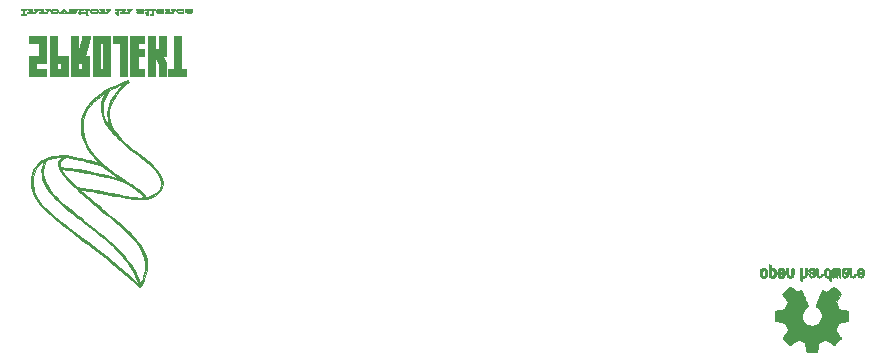
<source format=gbr>
G04 #@! TF.GenerationSoftware,KiCad,Pcbnew,(5.1.4)-1*
G04 #@! TF.CreationDate,2019-11-04T14:48:40+01:00*
G04 #@! TF.ProjectId,Soundsensor Digital,536f756e-6473-4656-9e73-6f7220446967,rev?*
G04 #@! TF.SameCoordinates,Original*
G04 #@! TF.FileFunction,Legend,Bot*
G04 #@! TF.FilePolarity,Positive*
%FSLAX46Y46*%
G04 Gerber Fmt 4.6, Leading zero omitted, Abs format (unit mm)*
G04 Created by KiCad (PCBNEW (5.1.4)-1) date 2019-11-04 14:48:40*
%MOMM*%
%LPD*%
G04 APERTURE LIST*
%ADD10C,0.010000*%
G04 APERTURE END LIST*
D10*
G36*
X150471910Y-107418909D02*
G01*
X149640637Y-107418909D01*
X149640637Y-109866545D01*
X149917728Y-109866545D01*
X149917728Y-107696000D01*
X150194819Y-107696000D01*
X150194819Y-109866545D01*
X149917728Y-109866545D01*
X149640637Y-109866545D01*
X149640637Y-110120545D01*
X150471910Y-110120545D01*
X150471910Y-107418909D01*
X150471910Y-107418909D01*
G37*
X150471910Y-107418909D02*
X149640637Y-107418909D01*
X149640637Y-109866545D01*
X149917728Y-109866545D01*
X149917728Y-107696000D01*
X150194819Y-107696000D01*
X150194819Y-109866545D01*
X149917728Y-109866545D01*
X149640637Y-109866545D01*
X149640637Y-110120545D01*
X150471910Y-110120545D01*
X150471910Y-107418909D01*
G36*
X153314767Y-128375843D02*
G01*
X153346299Y-128344009D01*
X153386078Y-128285446D01*
X153436999Y-128195652D01*
X153501956Y-128070123D01*
X153538848Y-127996101D01*
X153666835Y-127717869D01*
X153764216Y-127459667D01*
X153834132Y-127209998D01*
X153879722Y-126957362D01*
X153904126Y-126690263D01*
X153906008Y-126651566D01*
X153901918Y-126331355D01*
X153860609Y-126015134D01*
X153781111Y-125700914D01*
X153662455Y-125386710D01*
X153503674Y-125070532D01*
X153303796Y-124750395D01*
X153061855Y-124424310D01*
X152776880Y-124090290D01*
X152529681Y-123828642D01*
X152431630Y-123729729D01*
X152334449Y-123633791D01*
X152234976Y-123538050D01*
X152130049Y-123439728D01*
X152016505Y-123336049D01*
X151891182Y-123224235D01*
X151750918Y-123101510D01*
X151592550Y-122965095D01*
X151412916Y-122812214D01*
X151208854Y-122640089D01*
X150977200Y-122445943D01*
X150714793Y-122226998D01*
X150545053Y-122085718D01*
X150325255Y-121902593D01*
X150102605Y-121716512D01*
X149879891Y-121529843D01*
X149659900Y-121344956D01*
X149445420Y-121164219D01*
X149239238Y-120990002D01*
X149044142Y-120824672D01*
X148862920Y-120670600D01*
X148698358Y-120530153D01*
X148553245Y-120405701D01*
X148430369Y-120299613D01*
X148332516Y-120214257D01*
X148262474Y-120152003D01*
X148223031Y-120115219D01*
X148215185Y-120105787D01*
X148240777Y-120106056D01*
X148305261Y-120112943D01*
X148401979Y-120125465D01*
X148524271Y-120142634D01*
X148665478Y-120163467D01*
X148818941Y-120186978D01*
X148978002Y-120212181D01*
X149136001Y-120238092D01*
X149286278Y-120263726D01*
X149305819Y-120267148D01*
X149434503Y-120290275D01*
X149600192Y-120320854D01*
X149794599Y-120357312D01*
X150009438Y-120398076D01*
X150236422Y-120441572D01*
X150467264Y-120486228D01*
X150693678Y-120530469D01*
X150714364Y-120534536D01*
X151130858Y-120615427D01*
X151513841Y-120687678D01*
X151861370Y-120750950D01*
X152171503Y-120804905D01*
X152442298Y-120849203D01*
X152671811Y-120883505D01*
X152838728Y-120905229D01*
X153009006Y-120920884D01*
X153192122Y-120930167D01*
X153377523Y-120933184D01*
X153554658Y-120930039D01*
X153712974Y-120920839D01*
X153841919Y-120905689D01*
X153897254Y-120894672D01*
X154178053Y-120809781D01*
X154432289Y-120700834D01*
X154656858Y-120570257D01*
X154848654Y-120420474D01*
X155004574Y-120253910D01*
X155121513Y-120072990D01*
X155196367Y-119880139D01*
X155196427Y-119879913D01*
X155230542Y-119662186D01*
X155219454Y-119435070D01*
X155163172Y-119198582D01*
X155061708Y-118952735D01*
X154915072Y-118697544D01*
X154723275Y-118433026D01*
X154486327Y-118159193D01*
X154204238Y-117876062D01*
X153877021Y-117583647D01*
X153504684Y-117281963D01*
X153162000Y-117024983D01*
X152938627Y-116861605D01*
X152746333Y-116718284D01*
X152577847Y-116589354D01*
X152425895Y-116469146D01*
X152283204Y-116351992D01*
X152142501Y-116232225D01*
X152122910Y-116215242D01*
X151782852Y-115899800D01*
X151488969Y-115584295D01*
X151241255Y-115268613D01*
X151039701Y-114952641D01*
X150884302Y-114636267D01*
X150775051Y-114319378D01*
X150711940Y-114001861D01*
X150694963Y-113683603D01*
X150724113Y-113364491D01*
X150799384Y-113044412D01*
X150920767Y-112723254D01*
X151088257Y-112400904D01*
X151301847Y-112077248D01*
X151561530Y-111752175D01*
X151834273Y-111458681D01*
X151937222Y-111355571D01*
X152037841Y-111256265D01*
X152128021Y-111168661D01*
X152199650Y-111100660D01*
X152234265Y-111069081D01*
X152345620Y-110970873D01*
X152308227Y-110892072D01*
X152283138Y-110841993D01*
X152267645Y-110816269D01*
X152266144Y-110815296D01*
X152244322Y-110824190D01*
X152186532Y-110847676D01*
X152099601Y-110882980D01*
X151990356Y-110927332D01*
X151872398Y-110975208D01*
X151327334Y-111211029D01*
X150827082Y-111457915D01*
X150371610Y-111715889D01*
X149960886Y-111984978D01*
X149594879Y-112265204D01*
X149273557Y-112556592D01*
X148996889Y-112859167D01*
X148764843Y-113172953D01*
X148577388Y-113497975D01*
X148553666Y-113546540D01*
X148421602Y-113875575D01*
X148333904Y-114215268D01*
X148290356Y-114564233D01*
X148290666Y-114852331D01*
X148442508Y-114852331D01*
X148447534Y-114543162D01*
X148484191Y-114244383D01*
X148552260Y-113967526D01*
X148556756Y-113953636D01*
X148684754Y-113635519D01*
X148857427Y-113323969D01*
X149073550Y-113020464D01*
X149331895Y-112726483D01*
X149631238Y-112443503D01*
X149970352Y-112173004D01*
X150123537Y-112064027D01*
X150214570Y-112001587D01*
X150290465Y-111949928D01*
X150343910Y-111914000D01*
X150367592Y-111898751D01*
X150368096Y-111898545D01*
X150360287Y-111917840D01*
X150335963Y-111970126D01*
X150299096Y-112047001D01*
X150261706Y-112123681D01*
X150126825Y-112445761D01*
X150038122Y-112768307D01*
X149995600Y-113091325D01*
X149997186Y-113231687D01*
X150151729Y-113231687D01*
X150160090Y-113046118D01*
X150179010Y-112866093D01*
X150207610Y-112708211D01*
X150216726Y-112672090D01*
X150264839Y-112525040D01*
X150333538Y-112355250D01*
X150416104Y-112177223D01*
X150505817Y-112005465D01*
X150594414Y-111856863D01*
X150698351Y-111696193D01*
X151098903Y-111498091D01*
X151267801Y-111415429D01*
X151427273Y-111339027D01*
X151571843Y-111271381D01*
X151696035Y-111214986D01*
X151794372Y-111172336D01*
X151861378Y-111145926D01*
X151888958Y-111138150D01*
X151881619Y-111153035D01*
X151847327Y-111194897D01*
X151791369Y-111257650D01*
X151719034Y-111335208D01*
X151704139Y-111350840D01*
X151407624Y-111681331D01*
X151155979Y-112006038D01*
X150948474Y-112326465D01*
X150784374Y-112644114D01*
X150662949Y-112960489D01*
X150583464Y-113277092D01*
X150545189Y-113595428D01*
X150541214Y-113737494D01*
X150561013Y-114033291D01*
X150618230Y-114336358D01*
X150709477Y-114632334D01*
X150804613Y-114854181D01*
X150832684Y-114915090D01*
X150839572Y-114940716D01*
X150824610Y-114930312D01*
X150787132Y-114883131D01*
X150726472Y-114798427D01*
X150641964Y-114675453D01*
X150631757Y-114660404D01*
X150441474Y-114342939D01*
X150296753Y-114019553D01*
X150197734Y-113690580D01*
X150170187Y-113553051D01*
X150154802Y-113406198D01*
X150151729Y-113231687D01*
X149997186Y-113231687D01*
X149999256Y-113414819D01*
X150049092Y-113738795D01*
X150145107Y-114063255D01*
X150248261Y-114308692D01*
X150362438Y-114529686D01*
X150493141Y-114742905D01*
X150645220Y-114954711D01*
X150823529Y-115171463D01*
X151032917Y-115399522D01*
X151237419Y-115605508D01*
X151460907Y-115822358D01*
X151662692Y-116013677D01*
X151850595Y-116186093D01*
X152032439Y-116346235D01*
X152216046Y-116500728D01*
X152409236Y-116656201D01*
X152619831Y-116819281D01*
X152855655Y-116996595D01*
X153039444Y-117132377D01*
X153342903Y-117359519D01*
X153609802Y-117568413D01*
X153844318Y-117762563D01*
X154050628Y-117945477D01*
X154232908Y-118120660D01*
X154305328Y-118194890D01*
X154538461Y-118455968D01*
X154730367Y-118708026D01*
X154880657Y-118950163D01*
X154988942Y-119181477D01*
X155054831Y-119401069D01*
X155077934Y-119608035D01*
X155057863Y-119801476D01*
X155035091Y-119882551D01*
X154972187Y-120016873D01*
X154876839Y-120156108D01*
X154759148Y-120287204D01*
X154647099Y-120383983D01*
X154497289Y-120482308D01*
X154319681Y-120576265D01*
X154130486Y-120658645D01*
X153945912Y-120722238D01*
X153814319Y-120754397D01*
X153758034Y-120762731D01*
X153733665Y-120753223D01*
X153727851Y-120717147D01*
X153727728Y-120697831D01*
X153712589Y-120605845D01*
X153665464Y-120509847D01*
X153583787Y-120406732D01*
X153464995Y-120293394D01*
X153306523Y-120166728D01*
X153261889Y-120133699D01*
X153197119Y-120087947D01*
X153100182Y-120021566D01*
X152977702Y-119938989D01*
X152836302Y-119844651D01*
X152682605Y-119742985D01*
X152523233Y-119638425D01*
X152476798Y-119608128D01*
X152130654Y-119380832D01*
X151800684Y-119160687D01*
X151489706Y-118949688D01*
X151200533Y-118749828D01*
X150935983Y-118563102D01*
X150698869Y-118391506D01*
X150492008Y-118237033D01*
X150318215Y-118101679D01*
X150180306Y-117987437D01*
X150143977Y-117955453D01*
X149888912Y-117709716D01*
X149637958Y-117435853D01*
X149398943Y-117143866D01*
X149179697Y-116843754D01*
X148988047Y-116545520D01*
X148859907Y-116315099D01*
X148740891Y-116068296D01*
X148645690Y-115834485D01*
X148566373Y-115593119D01*
X148528224Y-115455719D01*
X148469332Y-115160361D01*
X148442508Y-114852331D01*
X148290666Y-114852331D01*
X148290740Y-114921085D01*
X148334840Y-115284439D01*
X148422437Y-115652909D01*
X148553316Y-116025110D01*
X148727258Y-116399658D01*
X148944047Y-116775167D01*
X149095495Y-117001636D01*
X149233038Y-117190119D01*
X149377869Y-117376110D01*
X149519339Y-117546282D01*
X149626137Y-117665500D01*
X149679540Y-117724231D01*
X149715617Y-117767296D01*
X149727501Y-117786428D01*
X149726879Y-117786727D01*
X149702026Y-117781693D01*
X149637772Y-117767439D01*
X149539693Y-117745236D01*
X149413364Y-117716355D01*
X149264358Y-117682068D01*
X149098250Y-117643647D01*
X149025030Y-117626653D01*
X148808535Y-117576637D01*
X148566328Y-117521152D01*
X148313371Y-117463596D01*
X148064625Y-117407365D01*
X147835053Y-117355855D01*
X147689455Y-117323470D01*
X147042910Y-117180360D01*
X146638819Y-117205733D01*
X146243289Y-117243171D01*
X145885526Y-117303883D01*
X145562940Y-117388693D01*
X145272939Y-117498425D01*
X145012933Y-117633904D01*
X144780331Y-117795953D01*
X144778665Y-117797285D01*
X144569568Y-117993941D01*
X144394604Y-118221366D01*
X144254525Y-118478414D01*
X144155298Y-118746139D01*
X144128835Y-118843131D01*
X144109944Y-118935453D01*
X144096903Y-119036096D01*
X144087991Y-119158050D01*
X144081994Y-119299181D01*
X144082042Y-119394213D01*
X144219676Y-119394213D01*
X144241538Y-119082607D01*
X144302940Y-118793582D01*
X144403724Y-118527627D01*
X144543734Y-118285236D01*
X144722811Y-118066897D01*
X144940799Y-117873103D01*
X145022455Y-117813786D01*
X145080208Y-117774151D01*
X145119375Y-117747767D01*
X145129695Y-117741275D01*
X145124604Y-117761292D01*
X145108186Y-117815612D01*
X145083387Y-117894617D01*
X145067662Y-117943803D01*
X144992349Y-118244573D01*
X144960521Y-118544624D01*
X144969008Y-118757952D01*
X145123315Y-118757952D01*
X145123668Y-118455231D01*
X145169963Y-118152917D01*
X145262262Y-117852159D01*
X145294889Y-117771813D01*
X145357273Y-117625821D01*
X145542902Y-117558382D01*
X145711606Y-117505188D01*
X145910653Y-117455350D01*
X146124204Y-117411910D01*
X146336421Y-117377906D01*
X146531466Y-117356378D01*
X146623361Y-117351034D01*
X146711813Y-117348000D01*
X146584156Y-117464671D01*
X146471528Y-117591815D01*
X146398347Y-117732039D01*
X146364860Y-117886192D01*
X146366986Y-117941849D01*
X146523493Y-117941849D01*
X146539583Y-117807400D01*
X146591695Y-117692107D01*
X146674604Y-117593890D01*
X146736731Y-117542973D01*
X146818191Y-117488864D01*
X146907964Y-117437382D01*
X146995026Y-117394347D01*
X147068357Y-117365578D01*
X147116936Y-117356896D01*
X147121756Y-117357783D01*
X147155578Y-117365897D01*
X147226388Y-117381822D01*
X147326004Y-117403754D01*
X147446243Y-117429887D01*
X147550910Y-117452418D01*
X147659546Y-117476095D01*
X147805978Y-117508594D01*
X147983018Y-117548289D01*
X148183475Y-117593555D01*
X148400162Y-117642766D01*
X148625890Y-117694298D01*
X148853471Y-117746525D01*
X148946908Y-117768052D01*
X149950361Y-117999533D01*
X150101454Y-118132299D01*
X150169008Y-118188379D01*
X150267577Y-118265802D01*
X150390288Y-118359506D01*
X150530267Y-118464428D01*
X150680640Y-118575506D01*
X150834535Y-118687677D01*
X150985078Y-118795879D01*
X151125395Y-118895049D01*
X151248614Y-118980125D01*
X151294557Y-119011065D01*
X151375534Y-119065469D01*
X151442151Y-119110984D01*
X151484862Y-119141051D01*
X151494544Y-119148482D01*
X151478880Y-119147739D01*
X151424794Y-119136500D01*
X151338466Y-119116235D01*
X151226080Y-119088411D01*
X151093816Y-119054497D01*
X151044271Y-119041538D01*
X150529962Y-118910195D01*
X150017504Y-118786783D01*
X149513587Y-118672709D01*
X149024903Y-118569379D01*
X148558142Y-118478199D01*
X148119995Y-118400575D01*
X147717154Y-118337914D01*
X147654819Y-118329148D01*
X147549466Y-118315542D01*
X147420225Y-118300331D01*
X147276222Y-118284432D01*
X147126580Y-118268761D01*
X146980426Y-118254233D01*
X146846883Y-118241765D01*
X146735076Y-118232272D01*
X146654131Y-118226669D01*
X146622586Y-118225548D01*
X146579792Y-118203651D01*
X146547909Y-118141414D01*
X146528653Y-118043757D01*
X146523493Y-117941849D01*
X146366986Y-117941849D01*
X146371315Y-118055122D01*
X146417959Y-118239678D01*
X146487563Y-118400365D01*
X146661910Y-118400365D01*
X146673281Y-118391700D01*
X146710630Y-118388107D01*
X146778807Y-118389715D01*
X146882666Y-118396654D01*
X147027057Y-118409051D01*
X147042910Y-118410504D01*
X147437795Y-118453827D01*
X147867222Y-118514372D01*
X148332293Y-118592360D01*
X148834109Y-118688013D01*
X149373772Y-118801550D01*
X149952384Y-118933193D01*
X150571045Y-119083162D01*
X151198412Y-119243209D01*
X151913369Y-119429620D01*
X152410685Y-119753742D01*
X152661376Y-119918396D01*
X152875000Y-120061653D01*
X153054247Y-120185611D01*
X153201809Y-120292366D01*
X153320377Y-120384016D01*
X153412642Y-120462659D01*
X153481297Y-120530391D01*
X153529032Y-120589310D01*
X153558538Y-120641512D01*
X153562446Y-120651215D01*
X153576654Y-120712574D01*
X153561613Y-120753528D01*
X153512673Y-120777413D01*
X153425185Y-120787566D01*
X153371118Y-120788545D01*
X153256548Y-120786378D01*
X153130802Y-120779548D01*
X152990669Y-120767558D01*
X152832938Y-120749912D01*
X152654396Y-120726116D01*
X152451833Y-120695672D01*
X152222037Y-120658085D01*
X151961797Y-120612859D01*
X151667901Y-120559498D01*
X151337138Y-120497507D01*
X150966296Y-120426390D01*
X150737455Y-120381912D01*
X150344509Y-120305734D01*
X149992762Y-120238665D01*
X149678282Y-120180019D01*
X149397136Y-120129112D01*
X149145392Y-120085259D01*
X148919118Y-120047776D01*
X148714380Y-120015979D01*
X148527247Y-119989182D01*
X148353785Y-119966702D01*
X148347731Y-119965963D01*
X148013098Y-119925190D01*
X147765656Y-119698003D01*
X147614271Y-119554671D01*
X147456706Y-119397796D01*
X147301846Y-119236748D01*
X147158579Y-119080900D01*
X147035790Y-118939624D01*
X146971486Y-118860454D01*
X146915552Y-118786334D01*
X146853766Y-118700295D01*
X146792048Y-118611136D01*
X146736316Y-118527652D01*
X146692491Y-118458642D01*
X146666491Y-118412903D01*
X146661910Y-118400365D01*
X146487563Y-118400365D01*
X146505038Y-118440707D01*
X146632802Y-118659058D01*
X146801497Y-118895580D01*
X147011370Y-119151120D01*
X147107662Y-119259689D01*
X147215349Y-119375988D01*
X147334962Y-119499654D01*
X147468299Y-119632277D01*
X147617161Y-119775443D01*
X147783346Y-119930742D01*
X147968654Y-120099761D01*
X148174884Y-120284088D01*
X148403837Y-120485312D01*
X148657310Y-120705021D01*
X148937104Y-120944804D01*
X149245018Y-121206247D01*
X149582851Y-121490940D01*
X149952403Y-121800470D01*
X150355472Y-122136426D01*
X150552728Y-122300353D01*
X150745465Y-122460671D01*
X150935639Y-122619382D01*
X151118735Y-122772682D01*
X151290234Y-122916765D01*
X151445620Y-123047828D01*
X151580374Y-123162066D01*
X151689981Y-123255674D01*
X151769923Y-123324847D01*
X151788091Y-123340838D01*
X152055865Y-123586038D01*
X152314196Y-123838207D01*
X152557845Y-124091599D01*
X152781570Y-124340467D01*
X152980131Y-124579065D01*
X153148287Y-124801646D01*
X153231009Y-124922966D01*
X153322407Y-125075685D01*
X153415822Y-125253133D01*
X153504869Y-125441441D01*
X153583160Y-125626738D01*
X153644309Y-125795153D01*
X153666418Y-125868545D01*
X153734505Y-126203411D01*
X153757010Y-126544286D01*
X153733994Y-126890135D01*
X153665516Y-127239922D01*
X153569179Y-127546167D01*
X153524540Y-127660118D01*
X153476220Y-127772062D01*
X153427760Y-127875114D01*
X153382701Y-127962389D01*
X153344584Y-128027003D01*
X153316951Y-128062069D01*
X153303782Y-128062181D01*
X153290471Y-128020768D01*
X153270284Y-127953734D01*
X153258129Y-127912090D01*
X153235226Y-127841301D01*
X153200149Y-127742906D01*
X153158378Y-127631974D01*
X153129547Y-127558568D01*
X152961675Y-127182100D01*
X152759698Y-126807693D01*
X152521828Y-126432865D01*
X152246279Y-126055136D01*
X151931262Y-125672026D01*
X151574989Y-125281054D01*
X151253451Y-124955443D01*
X151101458Y-124808324D01*
X150946657Y-124662507D01*
X150786083Y-124515536D01*
X150616773Y-124364951D01*
X150435761Y-124208295D01*
X150240083Y-124043110D01*
X150026774Y-123866938D01*
X149792870Y-123677321D01*
X149535405Y-123471800D01*
X149251415Y-123247918D01*
X148937935Y-123003217D01*
X148592000Y-122735238D01*
X148358202Y-122555000D01*
X147957697Y-122243935D01*
X147594027Y-121955321D01*
X147264962Y-121686976D01*
X146968274Y-121436718D01*
X146701732Y-121202366D01*
X146463108Y-120981738D01*
X146250173Y-120772652D01*
X146060697Y-120572925D01*
X145892451Y-120380377D01*
X145743205Y-120192825D01*
X145610732Y-120008089D01*
X145492800Y-119823984D01*
X145397286Y-119657090D01*
X145260187Y-119360030D01*
X145168842Y-119059935D01*
X145123315Y-118757952D01*
X144969008Y-118757952D01*
X144972474Y-118845051D01*
X145028506Y-119146946D01*
X145128914Y-119451405D01*
X145273997Y-119759521D01*
X145464051Y-120072388D01*
X145699375Y-120391101D01*
X145750318Y-120453727D01*
X145858580Y-120578429D01*
X145995058Y-120725498D01*
X146152463Y-120887764D01*
X146323510Y-121058059D01*
X146500910Y-121229214D01*
X146677377Y-121394060D01*
X146845624Y-121545427D01*
X146962091Y-121645846D01*
X147156272Y-121807376D01*
X147373579Y-121984101D01*
X147617199Y-122178553D01*
X147890319Y-122393265D01*
X148196128Y-122630769D01*
X148382182Y-122774160D01*
X148783912Y-123084466D01*
X149150619Y-123370890D01*
X149485209Y-123635902D01*
X149790587Y-123881969D01*
X150069657Y-124111559D01*
X150325324Y-124327142D01*
X150560493Y-124531184D01*
X150778069Y-124726155D01*
X150980956Y-124914523D01*
X151172060Y-125098756D01*
X151354285Y-125281322D01*
X151454596Y-125384858D01*
X151764414Y-125720547D01*
X152037612Y-126044300D01*
X152279535Y-126363464D01*
X152495528Y-126685386D01*
X152690935Y-127017412D01*
X152817875Y-127258864D01*
X152866467Y-127359791D01*
X152919158Y-127476195D01*
X152972472Y-127599549D01*
X153022930Y-127721323D01*
X153067056Y-127832989D01*
X153101372Y-127926017D01*
X153122401Y-127991878D01*
X153127364Y-128017969D01*
X153111246Y-128010811D01*
X153066271Y-127976553D01*
X152997506Y-127919427D01*
X152910020Y-127843666D01*
X152808881Y-127753503D01*
X152786773Y-127733491D01*
X152540399Y-127511469D01*
X152294114Y-127292859D01*
X152045189Y-127075455D01*
X151790891Y-126857050D01*
X151528489Y-126635439D01*
X151255253Y-126408415D01*
X150968451Y-126173771D01*
X150665353Y-125929301D01*
X150343226Y-125672799D01*
X149999341Y-125402058D01*
X149630966Y-125114872D01*
X149235370Y-124809034D01*
X148809821Y-124482339D01*
X148351589Y-124132580D01*
X147978091Y-123848687D01*
X147627851Y-123582222D01*
X147312089Y-123340454D01*
X147027890Y-123120979D01*
X146772337Y-122921395D01*
X146542515Y-122739297D01*
X146335508Y-122572282D01*
X146148399Y-122417948D01*
X145978275Y-122273890D01*
X145822217Y-122137705D01*
X145677311Y-122006990D01*
X145540640Y-121879341D01*
X145409289Y-121752355D01*
X145288000Y-121631380D01*
X145042469Y-121372664D01*
X144835392Y-121131113D01*
X144664189Y-120902705D01*
X144526280Y-120683414D01*
X144419086Y-120469220D01*
X144340026Y-120256097D01*
X144295202Y-120083200D01*
X144237512Y-119727907D01*
X144219676Y-119394213D01*
X144082042Y-119394213D01*
X144082151Y-119607973D01*
X144106095Y-119894733D01*
X144156055Y-120164370D01*
X144234258Y-120421793D01*
X144342933Y-120671909D01*
X144484306Y-120919626D01*
X144660606Y-121169853D01*
X144874061Y-121427498D01*
X145126898Y-121697469D01*
X145207182Y-121778049D01*
X145354551Y-121921964D01*
X145505011Y-122064145D01*
X145661915Y-122207366D01*
X145828618Y-122354399D01*
X146008472Y-122508016D01*
X146204830Y-122670989D01*
X146421046Y-122846092D01*
X146660474Y-123036096D01*
X146926466Y-123243774D01*
X147222376Y-123471899D01*
X147551557Y-123723242D01*
X147654819Y-123801704D01*
X148136521Y-124167954D01*
X148583564Y-124509167D01*
X148998614Y-124827501D01*
X149384337Y-125125111D01*
X149743400Y-125404156D01*
X150078468Y-125666792D01*
X150392209Y-125915177D01*
X150687288Y-126151467D01*
X150966372Y-126377820D01*
X151232127Y-126596394D01*
X151487220Y-126809345D01*
X151734317Y-127018830D01*
X151976084Y-127227006D01*
X152215188Y-127436032D01*
X152454295Y-127648063D01*
X152696072Y-127865257D01*
X152849061Y-128003981D01*
X152965792Y-128109457D01*
X153071662Y-128203751D01*
X153161792Y-128282626D01*
X153231301Y-128341847D01*
X153275308Y-128377179D01*
X153288587Y-128385454D01*
X153314767Y-128375843D01*
X153314767Y-128375843D01*
G37*
X153314767Y-128375843D02*
X153346299Y-128344009D01*
X153386078Y-128285446D01*
X153436999Y-128195652D01*
X153501956Y-128070123D01*
X153538848Y-127996101D01*
X153666835Y-127717869D01*
X153764216Y-127459667D01*
X153834132Y-127209998D01*
X153879722Y-126957362D01*
X153904126Y-126690263D01*
X153906008Y-126651566D01*
X153901918Y-126331355D01*
X153860609Y-126015134D01*
X153781111Y-125700914D01*
X153662455Y-125386710D01*
X153503674Y-125070532D01*
X153303796Y-124750395D01*
X153061855Y-124424310D01*
X152776880Y-124090290D01*
X152529681Y-123828642D01*
X152431630Y-123729729D01*
X152334449Y-123633791D01*
X152234976Y-123538050D01*
X152130049Y-123439728D01*
X152016505Y-123336049D01*
X151891182Y-123224235D01*
X151750918Y-123101510D01*
X151592550Y-122965095D01*
X151412916Y-122812214D01*
X151208854Y-122640089D01*
X150977200Y-122445943D01*
X150714793Y-122226998D01*
X150545053Y-122085718D01*
X150325255Y-121902593D01*
X150102605Y-121716512D01*
X149879891Y-121529843D01*
X149659900Y-121344956D01*
X149445420Y-121164219D01*
X149239238Y-120990002D01*
X149044142Y-120824672D01*
X148862920Y-120670600D01*
X148698358Y-120530153D01*
X148553245Y-120405701D01*
X148430369Y-120299613D01*
X148332516Y-120214257D01*
X148262474Y-120152003D01*
X148223031Y-120115219D01*
X148215185Y-120105787D01*
X148240777Y-120106056D01*
X148305261Y-120112943D01*
X148401979Y-120125465D01*
X148524271Y-120142634D01*
X148665478Y-120163467D01*
X148818941Y-120186978D01*
X148978002Y-120212181D01*
X149136001Y-120238092D01*
X149286278Y-120263726D01*
X149305819Y-120267148D01*
X149434503Y-120290275D01*
X149600192Y-120320854D01*
X149794599Y-120357312D01*
X150009438Y-120398076D01*
X150236422Y-120441572D01*
X150467264Y-120486228D01*
X150693678Y-120530469D01*
X150714364Y-120534536D01*
X151130858Y-120615427D01*
X151513841Y-120687678D01*
X151861370Y-120750950D01*
X152171503Y-120804905D01*
X152442298Y-120849203D01*
X152671811Y-120883505D01*
X152838728Y-120905229D01*
X153009006Y-120920884D01*
X153192122Y-120930167D01*
X153377523Y-120933184D01*
X153554658Y-120930039D01*
X153712974Y-120920839D01*
X153841919Y-120905689D01*
X153897254Y-120894672D01*
X154178053Y-120809781D01*
X154432289Y-120700834D01*
X154656858Y-120570257D01*
X154848654Y-120420474D01*
X155004574Y-120253910D01*
X155121513Y-120072990D01*
X155196367Y-119880139D01*
X155196427Y-119879913D01*
X155230542Y-119662186D01*
X155219454Y-119435070D01*
X155163172Y-119198582D01*
X155061708Y-118952735D01*
X154915072Y-118697544D01*
X154723275Y-118433026D01*
X154486327Y-118159193D01*
X154204238Y-117876062D01*
X153877021Y-117583647D01*
X153504684Y-117281963D01*
X153162000Y-117024983D01*
X152938627Y-116861605D01*
X152746333Y-116718284D01*
X152577847Y-116589354D01*
X152425895Y-116469146D01*
X152283204Y-116351992D01*
X152142501Y-116232225D01*
X152122910Y-116215242D01*
X151782852Y-115899800D01*
X151488969Y-115584295D01*
X151241255Y-115268613D01*
X151039701Y-114952641D01*
X150884302Y-114636267D01*
X150775051Y-114319378D01*
X150711940Y-114001861D01*
X150694963Y-113683603D01*
X150724113Y-113364491D01*
X150799384Y-113044412D01*
X150920767Y-112723254D01*
X151088257Y-112400904D01*
X151301847Y-112077248D01*
X151561530Y-111752175D01*
X151834273Y-111458681D01*
X151937222Y-111355571D01*
X152037841Y-111256265D01*
X152128021Y-111168661D01*
X152199650Y-111100660D01*
X152234265Y-111069081D01*
X152345620Y-110970873D01*
X152308227Y-110892072D01*
X152283138Y-110841993D01*
X152267645Y-110816269D01*
X152266144Y-110815296D01*
X152244322Y-110824190D01*
X152186532Y-110847676D01*
X152099601Y-110882980D01*
X151990356Y-110927332D01*
X151872398Y-110975208D01*
X151327334Y-111211029D01*
X150827082Y-111457915D01*
X150371610Y-111715889D01*
X149960886Y-111984978D01*
X149594879Y-112265204D01*
X149273557Y-112556592D01*
X148996889Y-112859167D01*
X148764843Y-113172953D01*
X148577388Y-113497975D01*
X148553666Y-113546540D01*
X148421602Y-113875575D01*
X148333904Y-114215268D01*
X148290356Y-114564233D01*
X148290666Y-114852331D01*
X148442508Y-114852331D01*
X148447534Y-114543162D01*
X148484191Y-114244383D01*
X148552260Y-113967526D01*
X148556756Y-113953636D01*
X148684754Y-113635519D01*
X148857427Y-113323969D01*
X149073550Y-113020464D01*
X149331895Y-112726483D01*
X149631238Y-112443503D01*
X149970352Y-112173004D01*
X150123537Y-112064027D01*
X150214570Y-112001587D01*
X150290465Y-111949928D01*
X150343910Y-111914000D01*
X150367592Y-111898751D01*
X150368096Y-111898545D01*
X150360287Y-111917840D01*
X150335963Y-111970126D01*
X150299096Y-112047001D01*
X150261706Y-112123681D01*
X150126825Y-112445761D01*
X150038122Y-112768307D01*
X149995600Y-113091325D01*
X149997186Y-113231687D01*
X150151729Y-113231687D01*
X150160090Y-113046118D01*
X150179010Y-112866093D01*
X150207610Y-112708211D01*
X150216726Y-112672090D01*
X150264839Y-112525040D01*
X150333538Y-112355250D01*
X150416104Y-112177223D01*
X150505817Y-112005465D01*
X150594414Y-111856863D01*
X150698351Y-111696193D01*
X151098903Y-111498091D01*
X151267801Y-111415429D01*
X151427273Y-111339027D01*
X151571843Y-111271381D01*
X151696035Y-111214986D01*
X151794372Y-111172336D01*
X151861378Y-111145926D01*
X151888958Y-111138150D01*
X151881619Y-111153035D01*
X151847327Y-111194897D01*
X151791369Y-111257650D01*
X151719034Y-111335208D01*
X151704139Y-111350840D01*
X151407624Y-111681331D01*
X151155979Y-112006038D01*
X150948474Y-112326465D01*
X150784374Y-112644114D01*
X150662949Y-112960489D01*
X150583464Y-113277092D01*
X150545189Y-113595428D01*
X150541214Y-113737494D01*
X150561013Y-114033291D01*
X150618230Y-114336358D01*
X150709477Y-114632334D01*
X150804613Y-114854181D01*
X150832684Y-114915090D01*
X150839572Y-114940716D01*
X150824610Y-114930312D01*
X150787132Y-114883131D01*
X150726472Y-114798427D01*
X150641964Y-114675453D01*
X150631757Y-114660404D01*
X150441474Y-114342939D01*
X150296753Y-114019553D01*
X150197734Y-113690580D01*
X150170187Y-113553051D01*
X150154802Y-113406198D01*
X150151729Y-113231687D01*
X149997186Y-113231687D01*
X149999256Y-113414819D01*
X150049092Y-113738795D01*
X150145107Y-114063255D01*
X150248261Y-114308692D01*
X150362438Y-114529686D01*
X150493141Y-114742905D01*
X150645220Y-114954711D01*
X150823529Y-115171463D01*
X151032917Y-115399522D01*
X151237419Y-115605508D01*
X151460907Y-115822358D01*
X151662692Y-116013677D01*
X151850595Y-116186093D01*
X152032439Y-116346235D01*
X152216046Y-116500728D01*
X152409236Y-116656201D01*
X152619831Y-116819281D01*
X152855655Y-116996595D01*
X153039444Y-117132377D01*
X153342903Y-117359519D01*
X153609802Y-117568413D01*
X153844318Y-117762563D01*
X154050628Y-117945477D01*
X154232908Y-118120660D01*
X154305328Y-118194890D01*
X154538461Y-118455968D01*
X154730367Y-118708026D01*
X154880657Y-118950163D01*
X154988942Y-119181477D01*
X155054831Y-119401069D01*
X155077934Y-119608035D01*
X155057863Y-119801476D01*
X155035091Y-119882551D01*
X154972187Y-120016873D01*
X154876839Y-120156108D01*
X154759148Y-120287204D01*
X154647099Y-120383983D01*
X154497289Y-120482308D01*
X154319681Y-120576265D01*
X154130486Y-120658645D01*
X153945912Y-120722238D01*
X153814319Y-120754397D01*
X153758034Y-120762731D01*
X153733665Y-120753223D01*
X153727851Y-120717147D01*
X153727728Y-120697831D01*
X153712589Y-120605845D01*
X153665464Y-120509847D01*
X153583787Y-120406732D01*
X153464995Y-120293394D01*
X153306523Y-120166728D01*
X153261889Y-120133699D01*
X153197119Y-120087947D01*
X153100182Y-120021566D01*
X152977702Y-119938989D01*
X152836302Y-119844651D01*
X152682605Y-119742985D01*
X152523233Y-119638425D01*
X152476798Y-119608128D01*
X152130654Y-119380832D01*
X151800684Y-119160687D01*
X151489706Y-118949688D01*
X151200533Y-118749828D01*
X150935983Y-118563102D01*
X150698869Y-118391506D01*
X150492008Y-118237033D01*
X150318215Y-118101679D01*
X150180306Y-117987437D01*
X150143977Y-117955453D01*
X149888912Y-117709716D01*
X149637958Y-117435853D01*
X149398943Y-117143866D01*
X149179697Y-116843754D01*
X148988047Y-116545520D01*
X148859907Y-116315099D01*
X148740891Y-116068296D01*
X148645690Y-115834485D01*
X148566373Y-115593119D01*
X148528224Y-115455719D01*
X148469332Y-115160361D01*
X148442508Y-114852331D01*
X148290666Y-114852331D01*
X148290740Y-114921085D01*
X148334840Y-115284439D01*
X148422437Y-115652909D01*
X148553316Y-116025110D01*
X148727258Y-116399658D01*
X148944047Y-116775167D01*
X149095495Y-117001636D01*
X149233038Y-117190119D01*
X149377869Y-117376110D01*
X149519339Y-117546282D01*
X149626137Y-117665500D01*
X149679540Y-117724231D01*
X149715617Y-117767296D01*
X149727501Y-117786428D01*
X149726879Y-117786727D01*
X149702026Y-117781693D01*
X149637772Y-117767439D01*
X149539693Y-117745236D01*
X149413364Y-117716355D01*
X149264358Y-117682068D01*
X149098250Y-117643647D01*
X149025030Y-117626653D01*
X148808535Y-117576637D01*
X148566328Y-117521152D01*
X148313371Y-117463596D01*
X148064625Y-117407365D01*
X147835053Y-117355855D01*
X147689455Y-117323470D01*
X147042910Y-117180360D01*
X146638819Y-117205733D01*
X146243289Y-117243171D01*
X145885526Y-117303883D01*
X145562940Y-117388693D01*
X145272939Y-117498425D01*
X145012933Y-117633904D01*
X144780331Y-117795953D01*
X144778665Y-117797285D01*
X144569568Y-117993941D01*
X144394604Y-118221366D01*
X144254525Y-118478414D01*
X144155298Y-118746139D01*
X144128835Y-118843131D01*
X144109944Y-118935453D01*
X144096903Y-119036096D01*
X144087991Y-119158050D01*
X144081994Y-119299181D01*
X144082042Y-119394213D01*
X144219676Y-119394213D01*
X144241538Y-119082607D01*
X144302940Y-118793582D01*
X144403724Y-118527627D01*
X144543734Y-118285236D01*
X144722811Y-118066897D01*
X144940799Y-117873103D01*
X145022455Y-117813786D01*
X145080208Y-117774151D01*
X145119375Y-117747767D01*
X145129695Y-117741275D01*
X145124604Y-117761292D01*
X145108186Y-117815612D01*
X145083387Y-117894617D01*
X145067662Y-117943803D01*
X144992349Y-118244573D01*
X144960521Y-118544624D01*
X144969008Y-118757952D01*
X145123315Y-118757952D01*
X145123668Y-118455231D01*
X145169963Y-118152917D01*
X145262262Y-117852159D01*
X145294889Y-117771813D01*
X145357273Y-117625821D01*
X145542902Y-117558382D01*
X145711606Y-117505188D01*
X145910653Y-117455350D01*
X146124204Y-117411910D01*
X146336421Y-117377906D01*
X146531466Y-117356378D01*
X146623361Y-117351034D01*
X146711813Y-117348000D01*
X146584156Y-117464671D01*
X146471528Y-117591815D01*
X146398347Y-117732039D01*
X146364860Y-117886192D01*
X146366986Y-117941849D01*
X146523493Y-117941849D01*
X146539583Y-117807400D01*
X146591695Y-117692107D01*
X146674604Y-117593890D01*
X146736731Y-117542973D01*
X146818191Y-117488864D01*
X146907964Y-117437382D01*
X146995026Y-117394347D01*
X147068357Y-117365578D01*
X147116936Y-117356896D01*
X147121756Y-117357783D01*
X147155578Y-117365897D01*
X147226388Y-117381822D01*
X147326004Y-117403754D01*
X147446243Y-117429887D01*
X147550910Y-117452418D01*
X147659546Y-117476095D01*
X147805978Y-117508594D01*
X147983018Y-117548289D01*
X148183475Y-117593555D01*
X148400162Y-117642766D01*
X148625890Y-117694298D01*
X148853471Y-117746525D01*
X148946908Y-117768052D01*
X149950361Y-117999533D01*
X150101454Y-118132299D01*
X150169008Y-118188379D01*
X150267577Y-118265802D01*
X150390288Y-118359506D01*
X150530267Y-118464428D01*
X150680640Y-118575506D01*
X150834535Y-118687677D01*
X150985078Y-118795879D01*
X151125395Y-118895049D01*
X151248614Y-118980125D01*
X151294557Y-119011065D01*
X151375534Y-119065469D01*
X151442151Y-119110984D01*
X151484862Y-119141051D01*
X151494544Y-119148482D01*
X151478880Y-119147739D01*
X151424794Y-119136500D01*
X151338466Y-119116235D01*
X151226080Y-119088411D01*
X151093816Y-119054497D01*
X151044271Y-119041538D01*
X150529962Y-118910195D01*
X150017504Y-118786783D01*
X149513587Y-118672709D01*
X149024903Y-118569379D01*
X148558142Y-118478199D01*
X148119995Y-118400575D01*
X147717154Y-118337914D01*
X147654819Y-118329148D01*
X147549466Y-118315542D01*
X147420225Y-118300331D01*
X147276222Y-118284432D01*
X147126580Y-118268761D01*
X146980426Y-118254233D01*
X146846883Y-118241765D01*
X146735076Y-118232272D01*
X146654131Y-118226669D01*
X146622586Y-118225548D01*
X146579792Y-118203651D01*
X146547909Y-118141414D01*
X146528653Y-118043757D01*
X146523493Y-117941849D01*
X146366986Y-117941849D01*
X146371315Y-118055122D01*
X146417959Y-118239678D01*
X146487563Y-118400365D01*
X146661910Y-118400365D01*
X146673281Y-118391700D01*
X146710630Y-118388107D01*
X146778807Y-118389715D01*
X146882666Y-118396654D01*
X147027057Y-118409051D01*
X147042910Y-118410504D01*
X147437795Y-118453827D01*
X147867222Y-118514372D01*
X148332293Y-118592360D01*
X148834109Y-118688013D01*
X149373772Y-118801550D01*
X149952384Y-118933193D01*
X150571045Y-119083162D01*
X151198412Y-119243209D01*
X151913369Y-119429620D01*
X152410685Y-119753742D01*
X152661376Y-119918396D01*
X152875000Y-120061653D01*
X153054247Y-120185611D01*
X153201809Y-120292366D01*
X153320377Y-120384016D01*
X153412642Y-120462659D01*
X153481297Y-120530391D01*
X153529032Y-120589310D01*
X153558538Y-120641512D01*
X153562446Y-120651215D01*
X153576654Y-120712574D01*
X153561613Y-120753528D01*
X153512673Y-120777413D01*
X153425185Y-120787566D01*
X153371118Y-120788545D01*
X153256548Y-120786378D01*
X153130802Y-120779548D01*
X152990669Y-120767558D01*
X152832938Y-120749912D01*
X152654396Y-120726116D01*
X152451833Y-120695672D01*
X152222037Y-120658085D01*
X151961797Y-120612859D01*
X151667901Y-120559498D01*
X151337138Y-120497507D01*
X150966296Y-120426390D01*
X150737455Y-120381912D01*
X150344509Y-120305734D01*
X149992762Y-120238665D01*
X149678282Y-120180019D01*
X149397136Y-120129112D01*
X149145392Y-120085259D01*
X148919118Y-120047776D01*
X148714380Y-120015979D01*
X148527247Y-119989182D01*
X148353785Y-119966702D01*
X148347731Y-119965963D01*
X148013098Y-119925190D01*
X147765656Y-119698003D01*
X147614271Y-119554671D01*
X147456706Y-119397796D01*
X147301846Y-119236748D01*
X147158579Y-119080900D01*
X147035790Y-118939624D01*
X146971486Y-118860454D01*
X146915552Y-118786334D01*
X146853766Y-118700295D01*
X146792048Y-118611136D01*
X146736316Y-118527652D01*
X146692491Y-118458642D01*
X146666491Y-118412903D01*
X146661910Y-118400365D01*
X146487563Y-118400365D01*
X146505038Y-118440707D01*
X146632802Y-118659058D01*
X146801497Y-118895580D01*
X147011370Y-119151120D01*
X147107662Y-119259689D01*
X147215349Y-119375988D01*
X147334962Y-119499654D01*
X147468299Y-119632277D01*
X147617161Y-119775443D01*
X147783346Y-119930742D01*
X147968654Y-120099761D01*
X148174884Y-120284088D01*
X148403837Y-120485312D01*
X148657310Y-120705021D01*
X148937104Y-120944804D01*
X149245018Y-121206247D01*
X149582851Y-121490940D01*
X149952403Y-121800470D01*
X150355472Y-122136426D01*
X150552728Y-122300353D01*
X150745465Y-122460671D01*
X150935639Y-122619382D01*
X151118735Y-122772682D01*
X151290234Y-122916765D01*
X151445620Y-123047828D01*
X151580374Y-123162066D01*
X151689981Y-123255674D01*
X151769923Y-123324847D01*
X151788091Y-123340838D01*
X152055865Y-123586038D01*
X152314196Y-123838207D01*
X152557845Y-124091599D01*
X152781570Y-124340467D01*
X152980131Y-124579065D01*
X153148287Y-124801646D01*
X153231009Y-124922966D01*
X153322407Y-125075685D01*
X153415822Y-125253133D01*
X153504869Y-125441441D01*
X153583160Y-125626738D01*
X153644309Y-125795153D01*
X153666418Y-125868545D01*
X153734505Y-126203411D01*
X153757010Y-126544286D01*
X153733994Y-126890135D01*
X153665516Y-127239922D01*
X153569179Y-127546167D01*
X153524540Y-127660118D01*
X153476220Y-127772062D01*
X153427760Y-127875114D01*
X153382701Y-127962389D01*
X153344584Y-128027003D01*
X153316951Y-128062069D01*
X153303782Y-128062181D01*
X153290471Y-128020768D01*
X153270284Y-127953734D01*
X153258129Y-127912090D01*
X153235226Y-127841301D01*
X153200149Y-127742906D01*
X153158378Y-127631974D01*
X153129547Y-127558568D01*
X152961675Y-127182100D01*
X152759698Y-126807693D01*
X152521828Y-126432865D01*
X152246279Y-126055136D01*
X151931262Y-125672026D01*
X151574989Y-125281054D01*
X151253451Y-124955443D01*
X151101458Y-124808324D01*
X150946657Y-124662507D01*
X150786083Y-124515536D01*
X150616773Y-124364951D01*
X150435761Y-124208295D01*
X150240083Y-124043110D01*
X150026774Y-123866938D01*
X149792870Y-123677321D01*
X149535405Y-123471800D01*
X149251415Y-123247918D01*
X148937935Y-123003217D01*
X148592000Y-122735238D01*
X148358202Y-122555000D01*
X147957697Y-122243935D01*
X147594027Y-121955321D01*
X147264962Y-121686976D01*
X146968274Y-121436718D01*
X146701732Y-121202366D01*
X146463108Y-120981738D01*
X146250173Y-120772652D01*
X146060697Y-120572925D01*
X145892451Y-120380377D01*
X145743205Y-120192825D01*
X145610732Y-120008089D01*
X145492800Y-119823984D01*
X145397286Y-119657090D01*
X145260187Y-119360030D01*
X145168842Y-119059935D01*
X145123315Y-118757952D01*
X144969008Y-118757952D01*
X144972474Y-118845051D01*
X145028506Y-119146946D01*
X145128914Y-119451405D01*
X145273997Y-119759521D01*
X145464051Y-120072388D01*
X145699375Y-120391101D01*
X145750318Y-120453727D01*
X145858580Y-120578429D01*
X145995058Y-120725498D01*
X146152463Y-120887764D01*
X146323510Y-121058059D01*
X146500910Y-121229214D01*
X146677377Y-121394060D01*
X146845624Y-121545427D01*
X146962091Y-121645846D01*
X147156272Y-121807376D01*
X147373579Y-121984101D01*
X147617199Y-122178553D01*
X147890319Y-122393265D01*
X148196128Y-122630769D01*
X148382182Y-122774160D01*
X148783912Y-123084466D01*
X149150619Y-123370890D01*
X149485209Y-123635902D01*
X149790587Y-123881969D01*
X150069657Y-124111559D01*
X150325324Y-124327142D01*
X150560493Y-124531184D01*
X150778069Y-124726155D01*
X150980956Y-124914523D01*
X151172060Y-125098756D01*
X151354285Y-125281322D01*
X151454596Y-125384858D01*
X151764414Y-125720547D01*
X152037612Y-126044300D01*
X152279535Y-126363464D01*
X152495528Y-126685386D01*
X152690935Y-127017412D01*
X152817875Y-127258864D01*
X152866467Y-127359791D01*
X152919158Y-127476195D01*
X152972472Y-127599549D01*
X153022930Y-127721323D01*
X153067056Y-127832989D01*
X153101372Y-127926017D01*
X153122401Y-127991878D01*
X153127364Y-128017969D01*
X153111246Y-128010811D01*
X153066271Y-127976553D01*
X152997506Y-127919427D01*
X152910020Y-127843666D01*
X152808881Y-127753503D01*
X152786773Y-127733491D01*
X152540399Y-127511469D01*
X152294114Y-127292859D01*
X152045189Y-127075455D01*
X151790891Y-126857050D01*
X151528489Y-126635439D01*
X151255253Y-126408415D01*
X150968451Y-126173771D01*
X150665353Y-125929301D01*
X150343226Y-125672799D01*
X149999341Y-125402058D01*
X149630966Y-125114872D01*
X149235370Y-124809034D01*
X148809821Y-124482339D01*
X148351589Y-124132580D01*
X147978091Y-123848687D01*
X147627851Y-123582222D01*
X147312089Y-123340454D01*
X147027890Y-123120979D01*
X146772337Y-122921395D01*
X146542515Y-122739297D01*
X146335508Y-122572282D01*
X146148399Y-122417948D01*
X145978275Y-122273890D01*
X145822217Y-122137705D01*
X145677311Y-122006990D01*
X145540640Y-121879341D01*
X145409289Y-121752355D01*
X145288000Y-121631380D01*
X145042469Y-121372664D01*
X144835392Y-121131113D01*
X144664189Y-120902705D01*
X144526280Y-120683414D01*
X144419086Y-120469220D01*
X144340026Y-120256097D01*
X144295202Y-120083200D01*
X144237512Y-119727907D01*
X144219676Y-119394213D01*
X144082042Y-119394213D01*
X144082151Y-119607973D01*
X144106095Y-119894733D01*
X144156055Y-120164370D01*
X144234258Y-120421793D01*
X144342933Y-120671909D01*
X144484306Y-120919626D01*
X144660606Y-121169853D01*
X144874061Y-121427498D01*
X145126898Y-121697469D01*
X145207182Y-121778049D01*
X145354551Y-121921964D01*
X145505011Y-122064145D01*
X145661915Y-122207366D01*
X145828618Y-122354399D01*
X146008472Y-122508016D01*
X146204830Y-122670989D01*
X146421046Y-122846092D01*
X146660474Y-123036096D01*
X146926466Y-123243774D01*
X147222376Y-123471899D01*
X147551557Y-123723242D01*
X147654819Y-123801704D01*
X148136521Y-124167954D01*
X148583564Y-124509167D01*
X148998614Y-124827501D01*
X149384337Y-125125111D01*
X149743400Y-125404156D01*
X150078468Y-125666792D01*
X150392209Y-125915177D01*
X150687288Y-126151467D01*
X150966372Y-126377820D01*
X151232127Y-126596394D01*
X151487220Y-126809345D01*
X151734317Y-127018830D01*
X151976084Y-127227006D01*
X152215188Y-127436032D01*
X152454295Y-127648063D01*
X152696072Y-127865257D01*
X152849061Y-128003981D01*
X152965792Y-128109457D01*
X153071662Y-128203751D01*
X153161792Y-128282626D01*
X153231301Y-128341847D01*
X153275308Y-128377179D01*
X153288587Y-128385454D01*
X153314767Y-128375843D01*
G36*
X157191364Y-110189818D02*
G01*
X155713546Y-110189818D01*
X155713546Y-110466909D01*
X157191364Y-110466909D01*
X157191364Y-110189818D01*
X157191364Y-110189818D01*
G37*
X157191364Y-110189818D02*
X155713546Y-110189818D01*
X155713546Y-110466909D01*
X157191364Y-110466909D01*
X157191364Y-110189818D01*
G36*
X148647728Y-109081454D02*
G01*
X147816455Y-109081454D01*
X147816455Y-109866545D01*
X148093546Y-109866545D01*
X148093546Y-109358545D01*
X148370637Y-109358545D01*
X148370637Y-109866545D01*
X148093546Y-109866545D01*
X147816455Y-109866545D01*
X147816455Y-110120545D01*
X148647728Y-110120545D01*
X148647728Y-109081454D01*
X148647728Y-109081454D01*
G37*
X148647728Y-109081454D02*
X147816455Y-109081454D01*
X147816455Y-109866545D01*
X148093546Y-109866545D01*
X148093546Y-109358545D01*
X148370637Y-109358545D01*
X148370637Y-109866545D01*
X148093546Y-109866545D01*
X147816455Y-109866545D01*
X147816455Y-110120545D01*
X148647728Y-110120545D01*
X148647728Y-109081454D01*
G36*
X146869728Y-109081454D02*
G01*
X146061546Y-109081454D01*
X146061546Y-109866545D01*
X146315546Y-109866545D01*
X146315546Y-109358545D01*
X146615728Y-109358545D01*
X146615728Y-109866545D01*
X146315546Y-109866545D01*
X146061546Y-109866545D01*
X146061546Y-110120545D01*
X146869728Y-110120545D01*
X146869728Y-109081454D01*
X146869728Y-109081454D01*
G37*
X146869728Y-109081454D02*
X146061546Y-109081454D01*
X146061546Y-109866545D01*
X146315546Y-109866545D01*
X146315546Y-109358545D01*
X146615728Y-109358545D01*
X146615728Y-109866545D01*
X146315546Y-109866545D01*
X146061546Y-109866545D01*
X146061546Y-110120545D01*
X146869728Y-110120545D01*
X146869728Y-109081454D01*
G36*
X154584491Y-108885181D02*
G01*
X154732182Y-109173818D01*
X154879874Y-109462454D01*
X154881073Y-109964681D01*
X154882273Y-110466909D01*
X155136273Y-110466909D01*
X155136273Y-109358059D01*
X154928333Y-108942666D01*
X154720393Y-108527272D01*
X154328091Y-108527272D01*
X154328091Y-110466909D01*
X154582091Y-110466909D01*
X154584491Y-108885181D01*
X154584491Y-108885181D01*
G37*
X154584491Y-108885181D02*
X154732182Y-109173818D01*
X154879874Y-109462454D01*
X154881073Y-109964681D01*
X154882273Y-110466909D01*
X155136273Y-110466909D01*
X155136273Y-109358059D01*
X154928333Y-108942666D01*
X154720393Y-108527272D01*
X154328091Y-108527272D01*
X154328091Y-110466909D01*
X154582091Y-110466909D01*
X154584491Y-108885181D01*
G36*
X153658455Y-109866545D02*
G01*
X153104273Y-109866545D01*
X153104273Y-108804363D01*
X153658455Y-108804363D01*
X153658455Y-108527272D01*
X152850273Y-108527272D01*
X152850273Y-110120545D01*
X153658455Y-110120545D01*
X153658455Y-109866545D01*
X153658455Y-109866545D01*
G37*
X153658455Y-109866545D02*
X153104273Y-109866545D01*
X153104273Y-108804363D01*
X153658455Y-108804363D01*
X153658455Y-108527272D01*
X152850273Y-108527272D01*
X152850273Y-110120545D01*
X153658455Y-110120545D01*
X153658455Y-109866545D01*
G36*
X153658455Y-108204000D02*
G01*
X153104273Y-108204000D01*
X153104273Y-107696000D01*
X153658455Y-107696000D01*
X153658455Y-107418909D01*
X152850273Y-107418909D01*
X152850273Y-108458000D01*
X153658455Y-108458000D01*
X153658455Y-108204000D01*
X153658455Y-108204000D01*
G37*
X153658455Y-108204000D02*
X153104273Y-108204000D01*
X153104273Y-107696000D01*
X153658455Y-107696000D01*
X153658455Y-107418909D01*
X152850273Y-107418909D01*
X152850273Y-108458000D01*
X153658455Y-108458000D01*
X153658455Y-108204000D01*
G36*
X151857364Y-107418909D02*
G01*
X151026091Y-107418909D01*
X151026091Y-107696000D01*
X151580273Y-107696000D01*
X151580273Y-110466909D01*
X151857364Y-110466909D01*
X151857364Y-107418909D01*
X151857364Y-107418909D01*
G37*
X151857364Y-107418909D02*
X151026091Y-107418909D01*
X151026091Y-107696000D01*
X151580273Y-107696000D01*
X151580273Y-110466909D01*
X151857364Y-110466909D01*
X151857364Y-107418909D01*
G36*
X145391910Y-110189818D02*
G01*
X144168091Y-110189818D01*
X144168091Y-109012181D01*
X145068637Y-109012181D01*
X145068637Y-107418909D01*
X143914091Y-107418909D01*
X143914091Y-107696000D01*
X144791546Y-107696000D01*
X144791546Y-108758181D01*
X143914091Y-108758181D01*
X143914091Y-110466909D01*
X145391910Y-110466909D01*
X145391910Y-110189818D01*
X145391910Y-110189818D01*
G37*
X145391910Y-110189818D02*
X144168091Y-110189818D01*
X144168091Y-109012181D01*
X145068637Y-109012181D01*
X145068637Y-107418909D01*
X143914091Y-107418909D01*
X143914091Y-107696000D01*
X144791546Y-107696000D01*
X144791546Y-108758181D01*
X143914091Y-108758181D01*
X143914091Y-110466909D01*
X145391910Y-110466909D01*
X145391910Y-110189818D01*
G36*
X157191364Y-109866545D02*
G01*
X156752637Y-109866545D01*
X156752637Y-107095636D01*
X156475546Y-107095636D01*
X156475546Y-110120545D01*
X157191364Y-110120545D01*
X157191364Y-109866545D01*
X157191364Y-109866545D01*
G37*
X157191364Y-109866545D02*
X156752637Y-109866545D01*
X156752637Y-107095636D01*
X156475546Y-107095636D01*
X156475546Y-110120545D01*
X157191364Y-110120545D01*
X157191364Y-109866545D01*
G36*
X156429364Y-107095636D02*
G01*
X156152273Y-107095636D01*
X156152273Y-109866545D01*
X155713546Y-109866545D01*
X155713546Y-110120545D01*
X156429364Y-110120545D01*
X156429364Y-107095636D01*
X156429364Y-107095636D01*
G37*
X156429364Y-107095636D02*
X156152273Y-107095636D01*
X156152273Y-109866545D01*
X155713546Y-109866545D01*
X155713546Y-110120545D01*
X156429364Y-110120545D01*
X156429364Y-107095636D01*
G36*
X155482637Y-109311594D02*
G01*
X155355444Y-109057979D01*
X155228251Y-108804363D01*
X155482637Y-108804363D01*
X155482637Y-107095636D01*
X155205546Y-107095636D01*
X155205546Y-108527272D01*
X155009273Y-108527272D01*
X154912318Y-108529865D01*
X154844719Y-108537042D01*
X154814043Y-108547904D01*
X154813000Y-108550620D01*
X154822910Y-108577723D01*
X154850489Y-108639181D01*
X154892508Y-108728163D01*
X154945742Y-108837840D01*
X155006962Y-108961381D01*
X155009273Y-108966000D01*
X155205546Y-109358032D01*
X155205546Y-110466909D01*
X155482637Y-110466909D01*
X155482637Y-109311594D01*
X155482637Y-109311594D01*
G37*
X155482637Y-109311594D02*
X155355444Y-109057979D01*
X155228251Y-108804363D01*
X155482637Y-108804363D01*
X155482637Y-107095636D01*
X155205546Y-107095636D01*
X155205546Y-108527272D01*
X155009273Y-108527272D01*
X154912318Y-108529865D01*
X154844719Y-108537042D01*
X154814043Y-108547904D01*
X154813000Y-108550620D01*
X154822910Y-108577723D01*
X154850489Y-108639181D01*
X154892508Y-108728163D01*
X154945742Y-108837840D01*
X155006962Y-108961381D01*
X155009273Y-108966000D01*
X155205546Y-109358032D01*
X155205546Y-110466909D01*
X155482637Y-110466909D01*
X155482637Y-109311594D01*
G36*
X155136273Y-107095636D02*
G01*
X154882273Y-107095636D01*
X154882273Y-108204000D01*
X154582091Y-108204000D01*
X154582091Y-107095636D01*
X154328091Y-107095636D01*
X154328091Y-108458000D01*
X155136273Y-108458000D01*
X155136273Y-107095636D01*
X155136273Y-107095636D01*
G37*
X155136273Y-107095636D02*
X154882273Y-107095636D01*
X154882273Y-108204000D01*
X154582091Y-108204000D01*
X154582091Y-107095636D01*
X154328091Y-107095636D01*
X154328091Y-108458000D01*
X155136273Y-108458000D01*
X155136273Y-107095636D01*
G36*
X154258819Y-107095636D02*
G01*
X153981426Y-107095636D01*
X153987350Y-108775500D01*
X153993273Y-110455363D01*
X154258819Y-110469213D01*
X154258819Y-107095636D01*
X154258819Y-107095636D01*
G37*
X154258819Y-107095636D02*
X153981426Y-107095636D01*
X153987350Y-108775500D01*
X153993273Y-110455363D01*
X154258819Y-110469213D01*
X154258819Y-107095636D01*
G36*
X153658455Y-110189818D02*
G01*
X152781000Y-110189818D01*
X152781000Y-107349636D01*
X153658455Y-107349636D01*
X153658455Y-107095636D01*
X152503910Y-107095636D01*
X152503910Y-110466909D01*
X153658455Y-110466909D01*
X153658455Y-110189818D01*
X153658455Y-110189818D01*
G37*
X153658455Y-110189818D02*
X152781000Y-110189818D01*
X152781000Y-107349636D01*
X153658455Y-107349636D01*
X153658455Y-107095636D01*
X152503910Y-107095636D01*
X152503910Y-110466909D01*
X153658455Y-110466909D01*
X153658455Y-110189818D01*
G36*
X152180637Y-107095636D02*
G01*
X151026091Y-107095636D01*
X151026091Y-107349636D01*
X151926637Y-107349636D01*
X151926637Y-110466909D01*
X152180637Y-110466909D01*
X152180637Y-107095636D01*
X152180637Y-107095636D01*
G37*
X152180637Y-107095636D02*
X151026091Y-107095636D01*
X151026091Y-107349636D01*
X151926637Y-107349636D01*
X151926637Y-110466909D01*
X152180637Y-110466909D01*
X152180637Y-107095636D01*
G36*
X150795182Y-107095636D02*
G01*
X149317364Y-107095636D01*
X149317364Y-110189818D01*
X149571364Y-110189818D01*
X149571364Y-107349636D01*
X150541182Y-107349636D01*
X150541182Y-110189818D01*
X149571364Y-110189818D01*
X149317364Y-110189818D01*
X149317364Y-110466909D01*
X150795182Y-110466909D01*
X150795182Y-107095636D01*
X150795182Y-107095636D01*
G37*
X150795182Y-107095636D02*
X149317364Y-107095636D01*
X149317364Y-110189818D01*
X149571364Y-110189818D01*
X149571364Y-107349636D01*
X150541182Y-107349636D01*
X150541182Y-110189818D01*
X149571364Y-110189818D01*
X149317364Y-110189818D01*
X149317364Y-110466909D01*
X150795182Y-110466909D01*
X150795182Y-107095636D01*
G36*
X148030046Y-109012160D02*
G01*
X148243637Y-109012138D01*
X148481363Y-108071205D01*
X148532053Y-107870073D01*
X148579001Y-107682838D01*
X148621037Y-107514233D01*
X148656990Y-107368994D01*
X148685692Y-107251857D01*
X148705973Y-107167556D01*
X148716664Y-107120827D01*
X148718044Y-107112954D01*
X148696486Y-107103782D01*
X148641556Y-107097503D01*
X148579540Y-107095636D01*
X148502837Y-107096818D01*
X148459728Y-107104353D01*
X148437630Y-107124223D01*
X148423957Y-107162413D01*
X148421695Y-107170681D01*
X148411073Y-107212552D01*
X148391421Y-107292697D01*
X148364349Y-107404451D01*
X148331464Y-107541149D01*
X148294375Y-107696124D01*
X148254691Y-107862712D01*
X148253201Y-107868981D01*
X148105091Y-108492235D01*
X148098980Y-107793936D01*
X148092869Y-107095636D01*
X147816455Y-107095636D01*
X147816455Y-109012181D01*
X148030046Y-109012160D01*
X148030046Y-109012160D01*
G37*
X148030046Y-109012160D02*
X148243637Y-109012138D01*
X148481363Y-108071205D01*
X148532053Y-107870073D01*
X148579001Y-107682838D01*
X148621037Y-107514233D01*
X148656990Y-107368994D01*
X148685692Y-107251857D01*
X148705973Y-107167556D01*
X148716664Y-107120827D01*
X148718044Y-107112954D01*
X148696486Y-107103782D01*
X148641556Y-107097503D01*
X148579540Y-107095636D01*
X148502837Y-107096818D01*
X148459728Y-107104353D01*
X148437630Y-107124223D01*
X148423957Y-107162413D01*
X148421695Y-107170681D01*
X148411073Y-107212552D01*
X148391421Y-107292697D01*
X148364349Y-107404451D01*
X148331464Y-107541149D01*
X148294375Y-107696124D01*
X148254691Y-107862712D01*
X148253201Y-107868981D01*
X148105091Y-108492235D01*
X148098980Y-107793936D01*
X148092869Y-107095636D01*
X147816455Y-107095636D01*
X147816455Y-109012181D01*
X148030046Y-109012160D01*
G36*
X148971000Y-108758181D02*
G01*
X148819353Y-108758181D01*
X148738121Y-108756788D01*
X148693933Y-108750855D01*
X148677692Y-108737756D01*
X148679421Y-108717772D01*
X148688686Y-108683033D01*
X148707194Y-108611373D01*
X148733396Y-108508933D01*
X148765741Y-108381857D01*
X148802678Y-108236290D01*
X148842658Y-108078372D01*
X148884130Y-107914248D01*
X148925543Y-107750061D01*
X148965347Y-107591954D01*
X149001991Y-107446069D01*
X149033925Y-107318551D01*
X149059598Y-107215542D01*
X149077461Y-107143185D01*
X149085962Y-107107624D01*
X149086455Y-107105056D01*
X149065482Y-107100062D01*
X149011022Y-107096647D01*
X148949466Y-107095636D01*
X148869111Y-107098326D01*
X148823943Y-107108345D01*
X148803174Y-107128618D01*
X148800405Y-107136045D01*
X148792219Y-107166800D01*
X148774031Y-107237247D01*
X148747138Y-107342300D01*
X148712834Y-107476872D01*
X148672416Y-107635876D01*
X148627181Y-107814226D01*
X148578424Y-108006835D01*
X148566522Y-108053909D01*
X148517132Y-108249144D01*
X148470975Y-108431323D01*
X148429345Y-108595359D01*
X148393535Y-108736167D01*
X148364841Y-108848659D01*
X148344554Y-108927749D01*
X148333970Y-108968351D01*
X148333027Y-108971772D01*
X148331821Y-108991843D01*
X148348133Y-109003942D01*
X148390428Y-109010030D01*
X148467167Y-109012064D01*
X148507626Y-109012181D01*
X148693910Y-109012181D01*
X148693910Y-110189818D01*
X147747182Y-110189818D01*
X147747182Y-107095636D01*
X147493182Y-107095636D01*
X147493182Y-110466909D01*
X148971000Y-110466909D01*
X148971000Y-108758181D01*
X148971000Y-108758181D01*
G37*
X148971000Y-108758181D02*
X148819353Y-108758181D01*
X148738121Y-108756788D01*
X148693933Y-108750855D01*
X148677692Y-108737756D01*
X148679421Y-108717772D01*
X148688686Y-108683033D01*
X148707194Y-108611373D01*
X148733396Y-108508933D01*
X148765741Y-108381857D01*
X148802678Y-108236290D01*
X148842658Y-108078372D01*
X148884130Y-107914248D01*
X148925543Y-107750061D01*
X148965347Y-107591954D01*
X149001991Y-107446069D01*
X149033925Y-107318551D01*
X149059598Y-107215542D01*
X149077461Y-107143185D01*
X149085962Y-107107624D01*
X149086455Y-107105056D01*
X149065482Y-107100062D01*
X149011022Y-107096647D01*
X148949466Y-107095636D01*
X148869111Y-107098326D01*
X148823943Y-107108345D01*
X148803174Y-107128618D01*
X148800405Y-107136045D01*
X148792219Y-107166800D01*
X148774031Y-107237247D01*
X148747138Y-107342300D01*
X148712834Y-107476872D01*
X148672416Y-107635876D01*
X148627181Y-107814226D01*
X148578424Y-108006835D01*
X148566522Y-108053909D01*
X148517132Y-108249144D01*
X148470975Y-108431323D01*
X148429345Y-108595359D01*
X148393535Y-108736167D01*
X148364841Y-108848659D01*
X148344554Y-108927749D01*
X148333970Y-108968351D01*
X148333027Y-108971772D01*
X148331821Y-108991843D01*
X148348133Y-109003942D01*
X148390428Y-109010030D01*
X148467167Y-109012064D01*
X148507626Y-109012181D01*
X148693910Y-109012181D01*
X148693910Y-110189818D01*
X147747182Y-110189818D01*
X147747182Y-107095636D01*
X147493182Y-107095636D01*
X147493182Y-110466909D01*
X148971000Y-110466909D01*
X148971000Y-108758181D01*
G36*
X146459864Y-110461456D02*
G01*
X147204546Y-110455363D01*
X147216660Y-108758181D01*
X146315546Y-108758181D01*
X146315546Y-107095636D01*
X146061546Y-107095636D01*
X146061546Y-109012181D01*
X146939000Y-109012181D01*
X146939000Y-110189818D01*
X145992273Y-110189818D01*
X145992273Y-107095636D01*
X145715182Y-107095636D01*
X145715182Y-110467548D01*
X146459864Y-110461456D01*
X146459864Y-110461456D01*
G37*
X146459864Y-110461456D02*
X147204546Y-110455363D01*
X147216660Y-108758181D01*
X146315546Y-108758181D01*
X146315546Y-107095636D01*
X146061546Y-107095636D01*
X146061546Y-109012181D01*
X146939000Y-109012181D01*
X146939000Y-110189818D01*
X145992273Y-110189818D01*
X145992273Y-107095636D01*
X145715182Y-107095636D01*
X145715182Y-110467548D01*
X146459864Y-110461456D01*
G36*
X145391910Y-109866545D02*
G01*
X144514455Y-109866545D01*
X144514455Y-109358545D01*
X145391910Y-109358545D01*
X145391910Y-107095636D01*
X143914091Y-107095636D01*
X143914091Y-107349636D01*
X145137910Y-107349636D01*
X145137910Y-109081454D01*
X144237364Y-109081454D01*
X144237364Y-110120545D01*
X145391910Y-110120545D01*
X145391910Y-109866545D01*
X145391910Y-109866545D01*
G37*
X145391910Y-109866545D02*
X144514455Y-109866545D01*
X144514455Y-109358545D01*
X145391910Y-109358545D01*
X145391910Y-107095636D01*
X143914091Y-107095636D01*
X143914091Y-107349636D01*
X145137910Y-107349636D01*
X145137910Y-109081454D01*
X144237364Y-109081454D01*
X144237364Y-110120545D01*
X145391910Y-110120545D01*
X145391910Y-109866545D01*
G36*
X153964406Y-105332750D02*
G01*
X153981418Y-105304302D01*
X153981728Y-105297016D01*
X153964751Y-105253623D01*
X153945203Y-105239288D01*
X153911977Y-105227677D01*
X153889844Y-105232276D01*
X153855613Y-105256406D01*
X153827355Y-105292661D01*
X153840275Y-105322735D01*
X153889386Y-105339400D01*
X153913818Y-105340727D01*
X153964406Y-105332750D01*
X153964406Y-105332750D01*
G37*
X153964406Y-105332750D02*
X153981418Y-105304302D01*
X153981728Y-105297016D01*
X153964751Y-105253623D01*
X153945203Y-105239288D01*
X153911977Y-105227677D01*
X153889844Y-105232276D01*
X153855613Y-105256406D01*
X153827355Y-105292661D01*
X153840275Y-105322735D01*
X153889386Y-105339400D01*
X153913818Y-105340727D01*
X153964406Y-105332750D01*
G36*
X151437998Y-105328736D02*
G01*
X151457881Y-105297447D01*
X151440888Y-105258897D01*
X151394212Y-105227786D01*
X151338399Y-105240615D01*
X151328681Y-105246386D01*
X151306674Y-105279152D01*
X151319443Y-105314478D01*
X151358829Y-105337909D01*
X151381913Y-105340727D01*
X151437998Y-105328736D01*
X151437998Y-105328736D01*
G37*
X151437998Y-105328736D02*
X151457881Y-105297447D01*
X151440888Y-105258897D01*
X151394212Y-105227786D01*
X151338399Y-105240615D01*
X151328681Y-105246386D01*
X151306674Y-105279152D01*
X151319443Y-105314478D01*
X151358829Y-105337909D01*
X151381913Y-105340727D01*
X151437998Y-105328736D01*
G36*
X148861315Y-105332750D02*
G01*
X148878327Y-105304302D01*
X148878637Y-105297016D01*
X148861660Y-105253623D01*
X148842112Y-105239288D01*
X148808886Y-105227677D01*
X148786753Y-105232276D01*
X148752522Y-105256406D01*
X148724264Y-105292661D01*
X148737184Y-105322735D01*
X148786295Y-105339400D01*
X148810727Y-105340727D01*
X148861315Y-105332750D01*
X148861315Y-105332750D01*
G37*
X148861315Y-105332750D02*
X148878327Y-105304302D01*
X148878637Y-105297016D01*
X148861660Y-105253623D01*
X148842112Y-105239288D01*
X148808886Y-105227677D01*
X148786753Y-105232276D01*
X148752522Y-105256406D01*
X148724264Y-105292661D01*
X148737184Y-105322735D01*
X148786295Y-105339400D01*
X148810727Y-105340727D01*
X148861315Y-105332750D01*
G36*
X157581926Y-105170165D02*
G01*
X157660520Y-105144050D01*
X157702102Y-105098782D01*
X157710910Y-105052090D01*
X157696882Y-104992242D01*
X157652086Y-104953301D01*
X157572452Y-104933505D01*
X157453913Y-104931089D01*
X157433819Y-104932047D01*
X157345388Y-104938876D01*
X157270391Y-104948282D01*
X157226000Y-104957968D01*
X157198268Y-104966260D01*
X157203932Y-104954803D01*
X157232768Y-104928289D01*
X157315259Y-104883385D01*
X157423301Y-104865322D01*
X157543872Y-104875548D01*
X157593624Y-104888168D01*
X157661879Y-104905876D01*
X157711825Y-104913025D01*
X157726397Y-104911109D01*
X157746233Y-104880769D01*
X157726305Y-104846132D01*
X157671365Y-104815194D01*
X157668861Y-104814275D01*
X157607462Y-104801058D01*
X157519068Y-104792373D01*
X157420138Y-104788656D01*
X157327132Y-104790342D01*
X157256510Y-104797868D01*
X157237546Y-104802852D01*
X157160039Y-104851035D01*
X157113304Y-104921194D01*
X157102536Y-105001723D01*
X157116747Y-105047374D01*
X157248282Y-105047374D01*
X157251927Y-105040510D01*
X157294739Y-105021961D01*
X157366961Y-105010842D01*
X157452365Y-105007505D01*
X157534724Y-105012303D01*
X157597811Y-105025585D01*
X157612974Y-105032691D01*
X157624100Y-105054212D01*
X157594027Y-105075471D01*
X157527650Y-105093357D01*
X157513711Y-105095742D01*
X157448925Y-105099524D01*
X157378080Y-105094066D01*
X157313084Y-105081879D01*
X157265848Y-105065478D01*
X157248282Y-105047374D01*
X157116747Y-105047374D01*
X157121418Y-105062377D01*
X157167300Y-105106623D01*
X157246982Y-105143553D01*
X157348186Y-105168987D01*
X157458636Y-105178745D01*
X157463150Y-105178750D01*
X157581926Y-105170165D01*
X157581926Y-105170165D01*
G37*
X157581926Y-105170165D02*
X157660520Y-105144050D01*
X157702102Y-105098782D01*
X157710910Y-105052090D01*
X157696882Y-104992242D01*
X157652086Y-104953301D01*
X157572452Y-104933505D01*
X157453913Y-104931089D01*
X157433819Y-104932047D01*
X157345388Y-104938876D01*
X157270391Y-104948282D01*
X157226000Y-104957968D01*
X157198268Y-104966260D01*
X157203932Y-104954803D01*
X157232768Y-104928289D01*
X157315259Y-104883385D01*
X157423301Y-104865322D01*
X157543872Y-104875548D01*
X157593624Y-104888168D01*
X157661879Y-104905876D01*
X157711825Y-104913025D01*
X157726397Y-104911109D01*
X157746233Y-104880769D01*
X157726305Y-104846132D01*
X157671365Y-104815194D01*
X157668861Y-104814275D01*
X157607462Y-104801058D01*
X157519068Y-104792373D01*
X157420138Y-104788656D01*
X157327132Y-104790342D01*
X157256510Y-104797868D01*
X157237546Y-104802852D01*
X157160039Y-104851035D01*
X157113304Y-104921194D01*
X157102536Y-105001723D01*
X157116747Y-105047374D01*
X157248282Y-105047374D01*
X157251927Y-105040510D01*
X157294739Y-105021961D01*
X157366961Y-105010842D01*
X157452365Y-105007505D01*
X157534724Y-105012303D01*
X157597811Y-105025585D01*
X157612974Y-105032691D01*
X157624100Y-105054212D01*
X157594027Y-105075471D01*
X157527650Y-105093357D01*
X157513711Y-105095742D01*
X157448925Y-105099524D01*
X157378080Y-105094066D01*
X157313084Y-105081879D01*
X157265848Y-105065478D01*
X157248282Y-105047374D01*
X157116747Y-105047374D01*
X157121418Y-105062377D01*
X157167300Y-105106623D01*
X157246982Y-105143553D01*
X157348186Y-105168987D01*
X157458636Y-105178745D01*
X157463150Y-105178750D01*
X157581926Y-105170165D01*
G36*
X156970578Y-105168669D02*
G01*
X156982617Y-105129630D01*
X156983546Y-105102121D01*
X156978220Y-105035564D01*
X156957364Y-105009974D01*
X156913655Y-105021405D01*
X156874831Y-105043515D01*
X156786222Y-105078788D01*
X156682270Y-105091998D01*
X156581922Y-105082589D01*
X156510195Y-105054223D01*
X156461943Y-105007440D01*
X156459584Y-104961389D01*
X156503184Y-104917594D01*
X156504410Y-104916824D01*
X156557440Y-104887448D01*
X156608261Y-104871153D01*
X156666754Y-104868185D01*
X156742799Y-104878784D01*
X156846274Y-104903195D01*
X156935993Y-104927431D01*
X156968859Y-104917387D01*
X156977198Y-104900883D01*
X156963879Y-104866105D01*
X156914670Y-104835318D01*
X156839809Y-104810271D01*
X156749536Y-104792713D01*
X156654087Y-104784393D01*
X156563701Y-104787060D01*
X156488617Y-104802463D01*
X156464000Y-104813209D01*
X156394143Y-104872992D01*
X156360975Y-104948939D01*
X156366269Y-105029706D01*
X156411800Y-105103949D01*
X156417641Y-105109651D01*
X156485933Y-105148641D01*
X156581358Y-105172038D01*
X156686868Y-105177700D01*
X156785419Y-105163489D01*
X156802958Y-105158017D01*
X156863346Y-105143901D01*
X156887091Y-105155273D01*
X156913673Y-105175152D01*
X156939288Y-105179090D01*
X156970578Y-105168669D01*
X156970578Y-105168669D01*
G37*
X156970578Y-105168669D02*
X156982617Y-105129630D01*
X156983546Y-105102121D01*
X156978220Y-105035564D01*
X156957364Y-105009974D01*
X156913655Y-105021405D01*
X156874831Y-105043515D01*
X156786222Y-105078788D01*
X156682270Y-105091998D01*
X156581922Y-105082589D01*
X156510195Y-105054223D01*
X156461943Y-105007440D01*
X156459584Y-104961389D01*
X156503184Y-104917594D01*
X156504410Y-104916824D01*
X156557440Y-104887448D01*
X156608261Y-104871153D01*
X156666754Y-104868185D01*
X156742799Y-104878784D01*
X156846274Y-104903195D01*
X156935993Y-104927431D01*
X156968859Y-104917387D01*
X156977198Y-104900883D01*
X156963879Y-104866105D01*
X156914670Y-104835318D01*
X156839809Y-104810271D01*
X156749536Y-104792713D01*
X156654087Y-104784393D01*
X156563701Y-104787060D01*
X156488617Y-104802463D01*
X156464000Y-104813209D01*
X156394143Y-104872992D01*
X156360975Y-104948939D01*
X156366269Y-105029706D01*
X156411800Y-105103949D01*
X156417641Y-105109651D01*
X156485933Y-105148641D01*
X156581358Y-105172038D01*
X156686868Y-105177700D01*
X156785419Y-105163489D01*
X156802958Y-105158017D01*
X156863346Y-105143901D01*
X156887091Y-105155273D01*
X156913673Y-105175152D01*
X156939288Y-105179090D01*
X156970578Y-105168669D01*
G36*
X155589974Y-105177644D02*
G01*
X155627826Y-105169782D01*
X155642147Y-105150219D01*
X155644273Y-105119791D01*
X155644273Y-105060491D01*
X155714627Y-105110588D01*
X155808257Y-105155400D01*
X155918721Y-105176948D01*
X156021588Y-105170525D01*
X156023458Y-105170064D01*
X156081257Y-105134032D01*
X156126315Y-105066216D01*
X156150356Y-104980798D01*
X156152273Y-104949328D01*
X156156666Y-104902033D01*
X156179197Y-104882634D01*
X156233091Y-104878909D01*
X156288793Y-104873743D01*
X156311268Y-104853575D01*
X156313910Y-104832727D01*
X156310257Y-104810272D01*
X156293279Y-104796556D01*
X156253947Y-104789454D01*
X156183229Y-104786842D01*
X156117637Y-104786545D01*
X156022203Y-104787404D01*
X155963910Y-104791399D01*
X155933728Y-104800654D01*
X155922626Y-104817293D01*
X155921364Y-104832727D01*
X155932250Y-104866531D01*
X155972755Y-104878432D01*
X155990637Y-104878909D01*
X156040524Y-104885481D01*
X156058599Y-104911940D01*
X156059910Y-104931498D01*
X156042652Y-105012593D01*
X155994836Y-105063570D01*
X155922399Y-105082614D01*
X155831278Y-105067908D01*
X155744438Y-105028026D01*
X155676912Y-104978609D01*
X155644443Y-104933549D01*
X155648270Y-104898821D01*
X155689629Y-104880399D01*
X155713546Y-104878909D01*
X155764251Y-104871651D01*
X155782104Y-104844648D01*
X155782819Y-104832727D01*
X155779166Y-104810272D01*
X155762189Y-104796556D01*
X155722856Y-104789454D01*
X155652138Y-104786842D01*
X155586546Y-104786545D01*
X155491112Y-104787404D01*
X155432819Y-104791399D01*
X155402637Y-104800654D01*
X155391535Y-104817293D01*
X155390273Y-104832727D01*
X155399314Y-104864556D01*
X155434606Y-104877399D01*
X155471091Y-104878909D01*
X155520750Y-104881127D01*
X155544264Y-104896160D01*
X155551411Y-104936578D01*
X155551910Y-104982818D01*
X155550184Y-105046664D01*
X155538491Y-105076897D01*
X155507056Y-105086086D01*
X155471091Y-105086727D01*
X155415390Y-105091893D01*
X155392915Y-105112060D01*
X155390273Y-105132909D01*
X155395786Y-105159597D01*
X155419619Y-105173500D01*
X155472718Y-105178598D01*
X155517273Y-105179090D01*
X155589974Y-105177644D01*
X155589974Y-105177644D01*
G37*
X155589974Y-105177644D02*
X155627826Y-105169782D01*
X155642147Y-105150219D01*
X155644273Y-105119791D01*
X155644273Y-105060491D01*
X155714627Y-105110588D01*
X155808257Y-105155400D01*
X155918721Y-105176948D01*
X156021588Y-105170525D01*
X156023458Y-105170064D01*
X156081257Y-105134032D01*
X156126315Y-105066216D01*
X156150356Y-104980798D01*
X156152273Y-104949328D01*
X156156666Y-104902033D01*
X156179197Y-104882634D01*
X156233091Y-104878909D01*
X156288793Y-104873743D01*
X156311268Y-104853575D01*
X156313910Y-104832727D01*
X156310257Y-104810272D01*
X156293279Y-104796556D01*
X156253947Y-104789454D01*
X156183229Y-104786842D01*
X156117637Y-104786545D01*
X156022203Y-104787404D01*
X155963910Y-104791399D01*
X155933728Y-104800654D01*
X155922626Y-104817293D01*
X155921364Y-104832727D01*
X155932250Y-104866531D01*
X155972755Y-104878432D01*
X155990637Y-104878909D01*
X156040524Y-104885481D01*
X156058599Y-104911940D01*
X156059910Y-104931498D01*
X156042652Y-105012593D01*
X155994836Y-105063570D01*
X155922399Y-105082614D01*
X155831278Y-105067908D01*
X155744438Y-105028026D01*
X155676912Y-104978609D01*
X155644443Y-104933549D01*
X155648270Y-104898821D01*
X155689629Y-104880399D01*
X155713546Y-104878909D01*
X155764251Y-104871651D01*
X155782104Y-104844648D01*
X155782819Y-104832727D01*
X155779166Y-104810272D01*
X155762189Y-104796556D01*
X155722856Y-104789454D01*
X155652138Y-104786842D01*
X155586546Y-104786545D01*
X155491112Y-104787404D01*
X155432819Y-104791399D01*
X155402637Y-104800654D01*
X155391535Y-104817293D01*
X155390273Y-104832727D01*
X155399314Y-104864556D01*
X155434606Y-104877399D01*
X155471091Y-104878909D01*
X155520750Y-104881127D01*
X155544264Y-104896160D01*
X155551411Y-104936578D01*
X155551910Y-104982818D01*
X155550184Y-105046664D01*
X155538491Y-105076897D01*
X155507056Y-105086086D01*
X155471091Y-105086727D01*
X155415390Y-105091893D01*
X155392915Y-105112060D01*
X155390273Y-105132909D01*
X155395786Y-105159597D01*
X155419619Y-105173500D01*
X155472718Y-105178598D01*
X155517273Y-105179090D01*
X155589974Y-105177644D01*
G36*
X155052572Y-105174677D02*
G01*
X155147228Y-105158386D01*
X155216755Y-105129330D01*
X155230851Y-105117866D01*
X155264716Y-105058640D01*
X155256349Y-105000474D01*
X155208487Y-104954959D01*
X155190521Y-104946859D01*
X155118042Y-104931496D01*
X155020274Y-104925884D01*
X154917071Y-104930039D01*
X154828289Y-104943975D01*
X154818621Y-104946570D01*
X154764492Y-104954754D01*
X154743477Y-104943856D01*
X154760784Y-104920027D01*
X154784137Y-104905851D01*
X154883613Y-104872208D01*
X155000562Y-104867600D01*
X155142337Y-104892164D01*
X155219680Y-104913837D01*
X155265658Y-104913652D01*
X155282453Y-104892321D01*
X155274573Y-104859009D01*
X155230156Y-104830531D01*
X155158702Y-104808087D01*
X155069711Y-104792876D01*
X154972683Y-104786100D01*
X154877121Y-104788958D01*
X154792524Y-104802650D01*
X154736891Y-104823401D01*
X154669921Y-104880316D01*
X154642348Y-104950614D01*
X154653299Y-105025069D01*
X154668952Y-105047417D01*
X154800884Y-105047417D01*
X154804290Y-105040641D01*
X154845065Y-105023392D01*
X154914968Y-105012267D01*
X154997725Y-105007753D01*
X155077066Y-105010338D01*
X155136716Y-105020511D01*
X155155904Y-105030101D01*
X155156255Y-105052626D01*
X155121288Y-105076720D01*
X155061110Y-105095649D01*
X155056052Y-105096637D01*
X154997083Y-105100419D01*
X154929656Y-105094625D01*
X154866197Y-105082017D01*
X154819131Y-105065360D01*
X154800884Y-105047417D01*
X154668952Y-105047417D01*
X154701902Y-105094456D01*
X154766845Y-105139881D01*
X154847480Y-105166131D01*
X154947690Y-105177494D01*
X155052572Y-105174677D01*
X155052572Y-105174677D01*
G37*
X155052572Y-105174677D02*
X155147228Y-105158386D01*
X155216755Y-105129330D01*
X155230851Y-105117866D01*
X155264716Y-105058640D01*
X155256349Y-105000474D01*
X155208487Y-104954959D01*
X155190521Y-104946859D01*
X155118042Y-104931496D01*
X155020274Y-104925884D01*
X154917071Y-104930039D01*
X154828289Y-104943975D01*
X154818621Y-104946570D01*
X154764492Y-104954754D01*
X154743477Y-104943856D01*
X154760784Y-104920027D01*
X154784137Y-104905851D01*
X154883613Y-104872208D01*
X155000562Y-104867600D01*
X155142337Y-104892164D01*
X155219680Y-104913837D01*
X155265658Y-104913652D01*
X155282453Y-104892321D01*
X155274573Y-104859009D01*
X155230156Y-104830531D01*
X155158702Y-104808087D01*
X155069711Y-104792876D01*
X154972683Y-104786100D01*
X154877121Y-104788958D01*
X154792524Y-104802650D01*
X154736891Y-104823401D01*
X154669921Y-104880316D01*
X154642348Y-104950614D01*
X154653299Y-105025069D01*
X154668952Y-105047417D01*
X154800884Y-105047417D01*
X154804290Y-105040641D01*
X154845065Y-105023392D01*
X154914968Y-105012267D01*
X154997725Y-105007753D01*
X155077066Y-105010338D01*
X155136716Y-105020511D01*
X155155904Y-105030101D01*
X155156255Y-105052626D01*
X155121288Y-105076720D01*
X155061110Y-105095649D01*
X155056052Y-105096637D01*
X154997083Y-105100419D01*
X154929656Y-105094625D01*
X154866197Y-105082017D01*
X154819131Y-105065360D01*
X154800884Y-105047417D01*
X154668952Y-105047417D01*
X154701902Y-105094456D01*
X154766845Y-105139881D01*
X154847480Y-105166131D01*
X154947690Y-105177494D01*
X155052572Y-105174677D01*
G36*
X154420455Y-104878909D02*
G01*
X154501273Y-104878909D01*
X154556975Y-104873743D01*
X154579450Y-104853575D01*
X154582091Y-104832727D01*
X154578619Y-104810785D01*
X154562342Y-104797151D01*
X154524470Y-104789871D01*
X154456213Y-104786992D01*
X154374273Y-104786545D01*
X154275536Y-104787317D01*
X154214183Y-104790934D01*
X154181423Y-104799350D01*
X154168467Y-104814518D01*
X154166455Y-104832727D01*
X154175495Y-104864556D01*
X154210788Y-104877399D01*
X154247273Y-104878909D01*
X154328091Y-104878909D01*
X154328091Y-105248363D01*
X154247273Y-105248363D01*
X154191572Y-105253529D01*
X154169097Y-105273697D01*
X154166455Y-105294545D01*
X154171967Y-105321233D01*
X154195801Y-105335137D01*
X154248900Y-105340234D01*
X154293455Y-105340727D01*
X154420455Y-105340727D01*
X154420455Y-104878909D01*
X154420455Y-104878909D01*
G37*
X154420455Y-104878909D02*
X154501273Y-104878909D01*
X154556975Y-104873743D01*
X154579450Y-104853575D01*
X154582091Y-104832727D01*
X154578619Y-104810785D01*
X154562342Y-104797151D01*
X154524470Y-104789871D01*
X154456213Y-104786992D01*
X154374273Y-104786545D01*
X154275536Y-104787317D01*
X154214183Y-104790934D01*
X154181423Y-104799350D01*
X154168467Y-104814518D01*
X154166455Y-104832727D01*
X154175495Y-104864556D01*
X154210788Y-104877399D01*
X154247273Y-104878909D01*
X154328091Y-104878909D01*
X154328091Y-105248363D01*
X154247273Y-105248363D01*
X154191572Y-105253529D01*
X154169097Y-105273697D01*
X154166455Y-105294545D01*
X154171967Y-105321233D01*
X154195801Y-105335137D01*
X154248900Y-105340234D01*
X154293455Y-105340727D01*
X154420455Y-105340727D01*
X154420455Y-104878909D01*
G36*
X153958637Y-104878909D02*
G01*
X154039455Y-104878909D01*
X154095157Y-104873743D01*
X154117631Y-104853575D01*
X154120273Y-104832727D01*
X154116801Y-104810785D01*
X154100523Y-104797151D01*
X154062651Y-104789871D01*
X153994395Y-104786992D01*
X153912455Y-104786545D01*
X153813718Y-104787317D01*
X153752365Y-104790934D01*
X153719605Y-104799350D01*
X153706649Y-104814518D01*
X153704637Y-104832727D01*
X153713677Y-104864556D01*
X153748970Y-104877399D01*
X153785455Y-104878909D01*
X153835113Y-104881127D01*
X153858628Y-104896160D01*
X153865775Y-104936578D01*
X153866273Y-104982818D01*
X153864548Y-105046664D01*
X153852855Y-105076897D01*
X153821419Y-105086086D01*
X153785455Y-105086727D01*
X153729753Y-105091893D01*
X153707279Y-105112060D01*
X153704637Y-105132909D01*
X153710149Y-105159597D01*
X153733983Y-105173500D01*
X153787082Y-105178598D01*
X153831637Y-105179090D01*
X153958637Y-105179090D01*
X153958637Y-104878909D01*
X153958637Y-104878909D01*
G37*
X153958637Y-104878909D02*
X154039455Y-104878909D01*
X154095157Y-104873743D01*
X154117631Y-104853575D01*
X154120273Y-104832727D01*
X154116801Y-104810785D01*
X154100523Y-104797151D01*
X154062651Y-104789871D01*
X153994395Y-104786992D01*
X153912455Y-104786545D01*
X153813718Y-104787317D01*
X153752365Y-104790934D01*
X153719605Y-104799350D01*
X153706649Y-104814518D01*
X153704637Y-104832727D01*
X153713677Y-104864556D01*
X153748970Y-104877399D01*
X153785455Y-104878909D01*
X153835113Y-104881127D01*
X153858628Y-104896160D01*
X153865775Y-104936578D01*
X153866273Y-104982818D01*
X153864548Y-105046664D01*
X153852855Y-105076897D01*
X153821419Y-105086086D01*
X153785455Y-105086727D01*
X153729753Y-105091893D01*
X153707279Y-105112060D01*
X153704637Y-105132909D01*
X153710149Y-105159597D01*
X153733983Y-105173500D01*
X153787082Y-105178598D01*
X153831637Y-105179090D01*
X153958637Y-105179090D01*
X153958637Y-104878909D01*
G36*
X153575611Y-105169246D02*
G01*
X153587910Y-105131851D01*
X153589182Y-105098272D01*
X153577344Y-105037374D01*
X153542972Y-105016419D01*
X153487777Y-105036047D01*
X153464837Y-105051878D01*
X153403874Y-105080053D01*
X153318044Y-105099467D01*
X153228340Y-105106777D01*
X153161352Y-105100173D01*
X153118210Y-105082927D01*
X153118594Y-105065212D01*
X153159891Y-105048538D01*
X153239487Y-105034416D01*
X153283471Y-105029630D01*
X153395999Y-105018066D01*
X153472345Y-105006779D01*
X153522428Y-104993341D01*
X153556168Y-104975324D01*
X153576022Y-104958043D01*
X153607525Y-104915164D01*
X153602021Y-104875813D01*
X153566091Y-104832727D01*
X153530601Y-104806817D01*
X153480821Y-104792546D01*
X153403677Y-104786986D01*
X153359776Y-104786545D01*
X153268998Y-104789768D01*
X153189068Y-104798188D01*
X153140413Y-104809064D01*
X153093477Y-104819926D01*
X153081182Y-104809064D01*
X153061837Y-104790766D01*
X153035000Y-104786545D01*
X153003171Y-104795585D01*
X152990328Y-104830878D01*
X152988819Y-104867363D01*
X152991291Y-104917665D01*
X153004736Y-104941230D01*
X153038192Y-104940109D01*
X153100700Y-104916351D01*
X153136239Y-104900802D01*
X153273328Y-104862533D01*
X153358841Y-104860393D01*
X153436164Y-104869025D01*
X153469368Y-104881913D01*
X153460166Y-104897642D01*
X153410271Y-104914798D01*
X153321396Y-104931966D01*
X153262209Y-104940196D01*
X153148130Y-104957169D01*
X153073076Y-104975401D01*
X153029897Y-104996887D01*
X153018991Y-105008109D01*
X152993059Y-105050998D01*
X152996758Y-105084944D01*
X153020352Y-105121025D01*
X153063842Y-105148797D01*
X153138367Y-105167976D01*
X153229347Y-105177175D01*
X153322201Y-105175007D01*
X153402350Y-105160086D01*
X153408759Y-105157959D01*
X153469042Y-105143883D01*
X153492728Y-105155273D01*
X153519309Y-105175152D01*
X153544925Y-105179090D01*
X153575611Y-105169246D01*
X153575611Y-105169246D01*
G37*
X153575611Y-105169246D02*
X153587910Y-105131851D01*
X153589182Y-105098272D01*
X153577344Y-105037374D01*
X153542972Y-105016419D01*
X153487777Y-105036047D01*
X153464837Y-105051878D01*
X153403874Y-105080053D01*
X153318044Y-105099467D01*
X153228340Y-105106777D01*
X153161352Y-105100173D01*
X153118210Y-105082927D01*
X153118594Y-105065212D01*
X153159891Y-105048538D01*
X153239487Y-105034416D01*
X153283471Y-105029630D01*
X153395999Y-105018066D01*
X153472345Y-105006779D01*
X153522428Y-104993341D01*
X153556168Y-104975324D01*
X153576022Y-104958043D01*
X153607525Y-104915164D01*
X153602021Y-104875813D01*
X153566091Y-104832727D01*
X153530601Y-104806817D01*
X153480821Y-104792546D01*
X153403677Y-104786986D01*
X153359776Y-104786545D01*
X153268998Y-104789768D01*
X153189068Y-104798188D01*
X153140413Y-104809064D01*
X153093477Y-104819926D01*
X153081182Y-104809064D01*
X153061837Y-104790766D01*
X153035000Y-104786545D01*
X153003171Y-104795585D01*
X152990328Y-104830878D01*
X152988819Y-104867363D01*
X152991291Y-104917665D01*
X153004736Y-104941230D01*
X153038192Y-104940109D01*
X153100700Y-104916351D01*
X153136239Y-104900802D01*
X153273328Y-104862533D01*
X153358841Y-104860393D01*
X153436164Y-104869025D01*
X153469368Y-104881913D01*
X153460166Y-104897642D01*
X153410271Y-104914798D01*
X153321396Y-104931966D01*
X153262209Y-104940196D01*
X153148130Y-104957169D01*
X153073076Y-104975401D01*
X153029897Y-104996887D01*
X153018991Y-105008109D01*
X152993059Y-105050998D01*
X152996758Y-105084944D01*
X153020352Y-105121025D01*
X153063842Y-105148797D01*
X153138367Y-105167976D01*
X153229347Y-105177175D01*
X153322201Y-105175007D01*
X153402350Y-105160086D01*
X153408759Y-105157959D01*
X153469042Y-105143883D01*
X153492728Y-105155273D01*
X153519309Y-105175152D01*
X153544925Y-105179090D01*
X153575611Y-105169246D01*
G36*
X151864846Y-105177917D02*
G01*
X151906283Y-105171298D01*
X151923259Y-105154587D01*
X151926630Y-105123137D01*
X151926637Y-105119791D01*
X151926637Y-105060491D01*
X151993966Y-105108434D01*
X152089111Y-105157325D01*
X152189109Y-105177683D01*
X152282732Y-105170104D01*
X152358752Y-105135187D01*
X152399943Y-105086838D01*
X152425372Y-105015024D01*
X152434637Y-104949328D01*
X152439030Y-104902033D01*
X152461560Y-104882634D01*
X152515455Y-104878909D01*
X152571157Y-104873743D01*
X152593631Y-104853575D01*
X152596273Y-104832727D01*
X152592621Y-104810272D01*
X152575643Y-104796556D01*
X152536310Y-104789454D01*
X152465593Y-104786842D01*
X152400000Y-104786545D01*
X152304567Y-104787404D01*
X152246274Y-104791399D01*
X152216092Y-104800654D01*
X152204990Y-104817293D01*
X152203728Y-104832727D01*
X152214086Y-104865997D01*
X152253162Y-104878196D01*
X152275887Y-104878909D01*
X152324725Y-104882493D01*
X152340014Y-104902757D01*
X152333477Y-104951753D01*
X152307284Y-105031740D01*
X152264040Y-105074074D01*
X152195938Y-105086350D01*
X152195128Y-105086347D01*
X152120677Y-105073229D01*
X152043293Y-105040198D01*
X151977207Y-104995659D01*
X151936652Y-104948018D01*
X151930804Y-104930239D01*
X151934038Y-104891868D01*
X151967336Y-104879346D01*
X151982758Y-104878909D01*
X152028825Y-104868703D01*
X152042091Y-104833009D01*
X152042091Y-104832727D01*
X152038439Y-104810272D01*
X152021461Y-104796556D01*
X151982129Y-104789454D01*
X151911411Y-104786842D01*
X151845819Y-104786545D01*
X151750385Y-104787404D01*
X151692092Y-104791399D01*
X151661910Y-104800654D01*
X151650808Y-104817293D01*
X151649546Y-104832727D01*
X151658586Y-104864556D01*
X151693879Y-104877399D01*
X151730364Y-104878909D01*
X151780022Y-104881127D01*
X151803537Y-104896160D01*
X151810684Y-104936578D01*
X151811182Y-104982818D01*
X151809457Y-105046664D01*
X151797764Y-105076897D01*
X151766328Y-105086086D01*
X151730364Y-105086727D01*
X151674662Y-105091893D01*
X151652188Y-105112060D01*
X151649546Y-105132909D01*
X151654601Y-105158702D01*
X151676808Y-105172640D01*
X151726727Y-105178241D01*
X151788091Y-105179090D01*
X151864846Y-105177917D01*
X151864846Y-105177917D01*
G37*
X151864846Y-105177917D02*
X151906283Y-105171298D01*
X151923259Y-105154587D01*
X151926630Y-105123137D01*
X151926637Y-105119791D01*
X151926637Y-105060491D01*
X151993966Y-105108434D01*
X152089111Y-105157325D01*
X152189109Y-105177683D01*
X152282732Y-105170104D01*
X152358752Y-105135187D01*
X152399943Y-105086838D01*
X152425372Y-105015024D01*
X152434637Y-104949328D01*
X152439030Y-104902033D01*
X152461560Y-104882634D01*
X152515455Y-104878909D01*
X152571157Y-104873743D01*
X152593631Y-104853575D01*
X152596273Y-104832727D01*
X152592621Y-104810272D01*
X152575643Y-104796556D01*
X152536310Y-104789454D01*
X152465593Y-104786842D01*
X152400000Y-104786545D01*
X152304567Y-104787404D01*
X152246274Y-104791399D01*
X152216092Y-104800654D01*
X152204990Y-104817293D01*
X152203728Y-104832727D01*
X152214086Y-104865997D01*
X152253162Y-104878196D01*
X152275887Y-104878909D01*
X152324725Y-104882493D01*
X152340014Y-104902757D01*
X152333477Y-104951753D01*
X152307284Y-105031740D01*
X152264040Y-105074074D01*
X152195938Y-105086350D01*
X152195128Y-105086347D01*
X152120677Y-105073229D01*
X152043293Y-105040198D01*
X151977207Y-104995659D01*
X151936652Y-104948018D01*
X151930804Y-104930239D01*
X151934038Y-104891868D01*
X151967336Y-104879346D01*
X151982758Y-104878909D01*
X152028825Y-104868703D01*
X152042091Y-104833009D01*
X152042091Y-104832727D01*
X152038439Y-104810272D01*
X152021461Y-104796556D01*
X151982129Y-104789454D01*
X151911411Y-104786842D01*
X151845819Y-104786545D01*
X151750385Y-104787404D01*
X151692092Y-104791399D01*
X151661910Y-104800654D01*
X151650808Y-104817293D01*
X151649546Y-104832727D01*
X151658586Y-104864556D01*
X151693879Y-104877399D01*
X151730364Y-104878909D01*
X151780022Y-104881127D01*
X151803537Y-104896160D01*
X151810684Y-104936578D01*
X151811182Y-104982818D01*
X151809457Y-105046664D01*
X151797764Y-105076897D01*
X151766328Y-105086086D01*
X151730364Y-105086727D01*
X151674662Y-105091893D01*
X151652188Y-105112060D01*
X151649546Y-105132909D01*
X151654601Y-105158702D01*
X151676808Y-105172640D01*
X151726727Y-105178241D01*
X151788091Y-105179090D01*
X151864846Y-105177917D01*
G36*
X151441728Y-104878909D02*
G01*
X151522546Y-104878909D01*
X151578247Y-104873743D01*
X151600722Y-104853575D01*
X151603364Y-104832727D01*
X151599892Y-104810785D01*
X151583614Y-104797151D01*
X151545742Y-104789871D01*
X151477486Y-104786992D01*
X151395546Y-104786545D01*
X151296809Y-104787317D01*
X151235456Y-104790934D01*
X151202696Y-104799350D01*
X151189740Y-104814518D01*
X151187728Y-104832727D01*
X151196768Y-104864556D01*
X151232061Y-104877399D01*
X151268546Y-104878909D01*
X151318204Y-104881127D01*
X151341719Y-104896160D01*
X151348866Y-104936578D01*
X151349364Y-104982818D01*
X151347639Y-105046664D01*
X151335946Y-105076897D01*
X151304510Y-105086086D01*
X151268546Y-105086727D01*
X151212844Y-105091893D01*
X151190369Y-105112060D01*
X151187728Y-105132909D01*
X151193240Y-105159597D01*
X151217074Y-105173500D01*
X151270173Y-105178598D01*
X151314728Y-105179090D01*
X151441728Y-105179090D01*
X151441728Y-104878909D01*
X151441728Y-104878909D01*
G37*
X151441728Y-104878909D02*
X151522546Y-104878909D01*
X151578247Y-104873743D01*
X151600722Y-104853575D01*
X151603364Y-104832727D01*
X151599892Y-104810785D01*
X151583614Y-104797151D01*
X151545742Y-104789871D01*
X151477486Y-104786992D01*
X151395546Y-104786545D01*
X151296809Y-104787317D01*
X151235456Y-104790934D01*
X151202696Y-104799350D01*
X151189740Y-104814518D01*
X151187728Y-104832727D01*
X151196768Y-104864556D01*
X151232061Y-104877399D01*
X151268546Y-104878909D01*
X151318204Y-104881127D01*
X151341719Y-104896160D01*
X151348866Y-104936578D01*
X151349364Y-104982818D01*
X151347639Y-105046664D01*
X151335946Y-105076897D01*
X151304510Y-105086086D01*
X151268546Y-105086727D01*
X151212844Y-105091893D01*
X151190369Y-105112060D01*
X151187728Y-105132909D01*
X151193240Y-105159597D01*
X151217074Y-105173500D01*
X151270173Y-105178598D01*
X151314728Y-105179090D01*
X151441728Y-105179090D01*
X151441728Y-104878909D01*
G36*
X150534009Y-105152327D02*
G01*
X150600107Y-105088842D01*
X150638853Y-104991420D01*
X150641651Y-104976035D01*
X150654616Y-104914700D01*
X150674609Y-104886629D01*
X150712717Y-104879082D01*
X150726182Y-104878909D01*
X150776766Y-104871587D01*
X150794502Y-104844384D01*
X150795182Y-104832727D01*
X150791530Y-104810272D01*
X150774552Y-104796556D01*
X150735220Y-104789454D01*
X150664502Y-104786842D01*
X150598910Y-104786545D01*
X150503476Y-104787404D01*
X150445183Y-104791399D01*
X150415001Y-104800654D01*
X150403899Y-104817293D01*
X150402637Y-104832727D01*
X150413523Y-104866531D01*
X150454028Y-104878432D01*
X150471910Y-104878909D01*
X150521073Y-104884750D01*
X150539171Y-104911487D01*
X150541182Y-104944603D01*
X150522318Y-105020422D01*
X150470206Y-105067951D01*
X150391567Y-105082035D01*
X150365607Y-105079266D01*
X150287478Y-105057699D01*
X150219510Y-105023548D01*
X150166960Y-104982977D01*
X150135083Y-104942153D01*
X150129135Y-104907241D01*
X150154373Y-104884408D01*
X150194819Y-104878909D01*
X150245524Y-104871651D01*
X150263377Y-104844648D01*
X150264091Y-104832727D01*
X150260439Y-104810272D01*
X150243461Y-104796556D01*
X150204129Y-104789454D01*
X150133411Y-104786842D01*
X150067819Y-104786545D01*
X149972385Y-104787404D01*
X149914092Y-104791399D01*
X149883910Y-104800654D01*
X149872808Y-104817293D01*
X149871546Y-104832727D01*
X149880586Y-104864556D01*
X149915879Y-104877399D01*
X149952364Y-104878909D01*
X150002022Y-104881127D01*
X150025537Y-104896160D01*
X150032684Y-104936578D01*
X150033182Y-104982818D01*
X150031457Y-105046664D01*
X150019764Y-105076897D01*
X149988328Y-105086086D01*
X149952364Y-105086727D01*
X149896662Y-105091893D01*
X149874188Y-105112060D01*
X149871546Y-105132909D01*
X149877058Y-105159597D01*
X149900892Y-105173500D01*
X149953991Y-105178598D01*
X149998546Y-105179090D01*
X150071259Y-105177625D01*
X150109118Y-105169741D01*
X150123436Y-105150212D01*
X150125546Y-105120390D01*
X150125546Y-105061689D01*
X150225711Y-105120390D01*
X150341400Y-105169979D01*
X150445970Y-105179999D01*
X150534009Y-105152327D01*
X150534009Y-105152327D01*
G37*
X150534009Y-105152327D02*
X150600107Y-105088842D01*
X150638853Y-104991420D01*
X150641651Y-104976035D01*
X150654616Y-104914700D01*
X150674609Y-104886629D01*
X150712717Y-104879082D01*
X150726182Y-104878909D01*
X150776766Y-104871587D01*
X150794502Y-104844384D01*
X150795182Y-104832727D01*
X150791530Y-104810272D01*
X150774552Y-104796556D01*
X150735220Y-104789454D01*
X150664502Y-104786842D01*
X150598910Y-104786545D01*
X150503476Y-104787404D01*
X150445183Y-104791399D01*
X150415001Y-104800654D01*
X150403899Y-104817293D01*
X150402637Y-104832727D01*
X150413523Y-104866531D01*
X150454028Y-104878432D01*
X150471910Y-104878909D01*
X150521073Y-104884750D01*
X150539171Y-104911487D01*
X150541182Y-104944603D01*
X150522318Y-105020422D01*
X150470206Y-105067951D01*
X150391567Y-105082035D01*
X150365607Y-105079266D01*
X150287478Y-105057699D01*
X150219510Y-105023548D01*
X150166960Y-104982977D01*
X150135083Y-104942153D01*
X150129135Y-104907241D01*
X150154373Y-104884408D01*
X150194819Y-104878909D01*
X150245524Y-104871651D01*
X150263377Y-104844648D01*
X150264091Y-104832727D01*
X150260439Y-104810272D01*
X150243461Y-104796556D01*
X150204129Y-104789454D01*
X150133411Y-104786842D01*
X150067819Y-104786545D01*
X149972385Y-104787404D01*
X149914092Y-104791399D01*
X149883910Y-104800654D01*
X149872808Y-104817293D01*
X149871546Y-104832727D01*
X149880586Y-104864556D01*
X149915879Y-104877399D01*
X149952364Y-104878909D01*
X150002022Y-104881127D01*
X150025537Y-104896160D01*
X150032684Y-104936578D01*
X150033182Y-104982818D01*
X150031457Y-105046664D01*
X150019764Y-105076897D01*
X149988328Y-105086086D01*
X149952364Y-105086727D01*
X149896662Y-105091893D01*
X149874188Y-105112060D01*
X149871546Y-105132909D01*
X149877058Y-105159597D01*
X149900892Y-105173500D01*
X149953991Y-105178598D01*
X149998546Y-105179090D01*
X150071259Y-105177625D01*
X150109118Y-105169741D01*
X150123436Y-105150212D01*
X150125546Y-105120390D01*
X150125546Y-105061689D01*
X150225711Y-105120390D01*
X150341400Y-105169979D01*
X150445970Y-105179999D01*
X150534009Y-105152327D01*
G36*
X149521998Y-105171323D02*
G01*
X149634206Y-105145367D01*
X149716639Y-105100205D01*
X149764998Y-105038870D01*
X149774981Y-104964399D01*
X149758970Y-104910642D01*
X149706741Y-104850717D01*
X149615079Y-104809802D01*
X149487131Y-104789029D01*
X149413884Y-104786545D01*
X149316134Y-104790161D01*
X149247286Y-104803516D01*
X149190450Y-104830372D01*
X149176461Y-104839419D01*
X149123819Y-104882443D01*
X149101723Y-104929016D01*
X149098000Y-104981246D01*
X149102048Y-105003578D01*
X149192665Y-105003578D01*
X149194592Y-104956568D01*
X149232338Y-104917467D01*
X149295926Y-104888217D01*
X149375381Y-104870765D01*
X149460726Y-104867055D01*
X149541985Y-104879030D01*
X149609182Y-104908636D01*
X149623319Y-104919638D01*
X149658159Y-104969607D01*
X149651580Y-105015649D01*
X149608343Y-105053408D01*
X149533210Y-105078526D01*
X149440729Y-105086727D01*
X149316235Y-105077247D01*
X149233192Y-105048902D01*
X149192665Y-105003578D01*
X149102048Y-105003578D01*
X149112486Y-105061150D01*
X149158519Y-105118078D01*
X149239970Y-105154647D01*
X149360704Y-105173475D01*
X149384317Y-105175038D01*
X149521998Y-105171323D01*
X149521998Y-105171323D01*
G37*
X149521998Y-105171323D02*
X149634206Y-105145367D01*
X149716639Y-105100205D01*
X149764998Y-105038870D01*
X149774981Y-104964399D01*
X149758970Y-104910642D01*
X149706741Y-104850717D01*
X149615079Y-104809802D01*
X149487131Y-104789029D01*
X149413884Y-104786545D01*
X149316134Y-104790161D01*
X149247286Y-104803516D01*
X149190450Y-104830372D01*
X149176461Y-104839419D01*
X149123819Y-104882443D01*
X149101723Y-104929016D01*
X149098000Y-104981246D01*
X149102048Y-105003578D01*
X149192665Y-105003578D01*
X149194592Y-104956568D01*
X149232338Y-104917467D01*
X149295926Y-104888217D01*
X149375381Y-104870765D01*
X149460726Y-104867055D01*
X149541985Y-104879030D01*
X149609182Y-104908636D01*
X149623319Y-104919638D01*
X149658159Y-104969607D01*
X149651580Y-105015649D01*
X149608343Y-105053408D01*
X149533210Y-105078526D01*
X149440729Y-105086727D01*
X149316235Y-105077247D01*
X149233192Y-105048902D01*
X149192665Y-105003578D01*
X149102048Y-105003578D01*
X149112486Y-105061150D01*
X149158519Y-105118078D01*
X149239970Y-105154647D01*
X149360704Y-105173475D01*
X149384317Y-105175038D01*
X149521998Y-105171323D01*
G36*
X148855546Y-104878909D02*
G01*
X148936364Y-104878909D01*
X148992066Y-104873743D01*
X149014540Y-104853575D01*
X149017182Y-104832727D01*
X149013710Y-104810785D01*
X148997432Y-104797151D01*
X148959561Y-104789871D01*
X148891304Y-104786992D01*
X148809364Y-104786545D01*
X148710627Y-104787317D01*
X148649274Y-104790934D01*
X148616514Y-104799350D01*
X148603558Y-104814518D01*
X148601546Y-104832727D01*
X148610586Y-104864556D01*
X148645879Y-104877399D01*
X148682364Y-104878909D01*
X148732022Y-104881127D01*
X148755537Y-104896160D01*
X148762684Y-104936578D01*
X148763182Y-104982818D01*
X148761457Y-105046664D01*
X148749764Y-105076897D01*
X148718328Y-105086086D01*
X148682364Y-105086727D01*
X148626662Y-105091893D01*
X148604188Y-105112060D01*
X148601546Y-105132909D01*
X148607058Y-105159597D01*
X148630892Y-105173500D01*
X148683991Y-105178598D01*
X148728546Y-105179090D01*
X148855546Y-105179090D01*
X148855546Y-104878909D01*
X148855546Y-104878909D01*
G37*
X148855546Y-104878909D02*
X148936364Y-104878909D01*
X148992066Y-104873743D01*
X149014540Y-104853575D01*
X149017182Y-104832727D01*
X149013710Y-104810785D01*
X148997432Y-104797151D01*
X148959561Y-104789871D01*
X148891304Y-104786992D01*
X148809364Y-104786545D01*
X148710627Y-104787317D01*
X148649274Y-104790934D01*
X148616514Y-104799350D01*
X148603558Y-104814518D01*
X148601546Y-104832727D01*
X148610586Y-104864556D01*
X148645879Y-104877399D01*
X148682364Y-104878909D01*
X148732022Y-104881127D01*
X148755537Y-104896160D01*
X148762684Y-104936578D01*
X148763182Y-104982818D01*
X148761457Y-105046664D01*
X148749764Y-105076897D01*
X148718328Y-105086086D01*
X148682364Y-105086727D01*
X148626662Y-105091893D01*
X148604188Y-105112060D01*
X148601546Y-105132909D01*
X148607058Y-105159597D01*
X148630892Y-105173500D01*
X148683991Y-105178598D01*
X148728546Y-105179090D01*
X148855546Y-105179090D01*
X148855546Y-104878909D01*
G36*
X148242723Y-105260630D02*
G01*
X148255182Y-105225272D01*
X148261261Y-105197572D01*
X148287062Y-105183757D01*
X148343932Y-105179288D01*
X148370637Y-105179090D01*
X148439887Y-105176659D01*
X148474425Y-105166339D01*
X148485597Y-105143590D01*
X148486091Y-105132909D01*
X148480085Y-105105332D01*
X148454531Y-105091503D01*
X148398129Y-105086954D01*
X148369309Y-105086727D01*
X148252527Y-105086727D01*
X148259627Y-104988590D01*
X148266728Y-104890454D01*
X148385914Y-104890454D01*
X148475991Y-104885108D01*
X148522192Y-104869268D01*
X148524044Y-104843233D01*
X148498960Y-104819293D01*
X148447845Y-104799700D01*
X148372683Y-104788898D01*
X148293758Y-104787934D01*
X148231357Y-104797857D01*
X148216218Y-104804687D01*
X148182897Y-104846415D01*
X148155557Y-104915964D01*
X148140749Y-104994976D01*
X148139728Y-105018957D01*
X148133183Y-105067768D01*
X148105598Y-105085306D01*
X148082000Y-105086727D01*
X148036733Y-105097551D01*
X148024273Y-105132909D01*
X148037803Y-105169123D01*
X148082000Y-105179090D01*
X148127268Y-105189914D01*
X148139728Y-105225272D01*
X148153257Y-105261486D01*
X148197455Y-105271454D01*
X148242723Y-105260630D01*
X148242723Y-105260630D01*
G37*
X148242723Y-105260630D02*
X148255182Y-105225272D01*
X148261261Y-105197572D01*
X148287062Y-105183757D01*
X148343932Y-105179288D01*
X148370637Y-105179090D01*
X148439887Y-105176659D01*
X148474425Y-105166339D01*
X148485597Y-105143590D01*
X148486091Y-105132909D01*
X148480085Y-105105332D01*
X148454531Y-105091503D01*
X148398129Y-105086954D01*
X148369309Y-105086727D01*
X148252527Y-105086727D01*
X148259627Y-104988590D01*
X148266728Y-104890454D01*
X148385914Y-104890454D01*
X148475991Y-104885108D01*
X148522192Y-104869268D01*
X148524044Y-104843233D01*
X148498960Y-104819293D01*
X148447845Y-104799700D01*
X148372683Y-104788898D01*
X148293758Y-104787934D01*
X148231357Y-104797857D01*
X148216218Y-104804687D01*
X148182897Y-104846415D01*
X148155557Y-104915964D01*
X148140749Y-104994976D01*
X148139728Y-105018957D01*
X148133183Y-105067768D01*
X148105598Y-105085306D01*
X148082000Y-105086727D01*
X148036733Y-105097551D01*
X148024273Y-105132909D01*
X148037803Y-105169123D01*
X148082000Y-105179090D01*
X148127268Y-105189914D01*
X148139728Y-105225272D01*
X148153257Y-105261486D01*
X148197455Y-105271454D01*
X148242723Y-105260630D01*
G36*
X147748790Y-105165994D02*
G01*
X147833269Y-105125096D01*
X147885940Y-105053982D01*
X147906266Y-104981507D01*
X147922643Y-104918499D01*
X147950177Y-104889219D01*
X147972629Y-104883075D01*
X148015834Y-104860081D01*
X148024273Y-104831121D01*
X148014671Y-104800356D01*
X147977939Y-104787924D01*
X147942730Y-104786545D01*
X147879638Y-104795675D01*
X147848537Y-104819512D01*
X147834618Y-104838325D01*
X147805497Y-104838977D01*
X147748016Y-104821467D01*
X147742449Y-104819512D01*
X147660043Y-104799719D01*
X147562370Y-104789608D01*
X147464373Y-104789210D01*
X147380992Y-104798553D01*
X147327170Y-104817668D01*
X147325773Y-104818689D01*
X147292663Y-104863459D01*
X147285364Y-104895194D01*
X147290463Y-104909712D01*
X147407161Y-104909712D01*
X147418163Y-104882664D01*
X147439950Y-104871981D01*
X147479814Y-104861564D01*
X147491291Y-104858496D01*
X147517260Y-104860787D01*
X147575703Y-104869392D01*
X147649069Y-104881612D01*
X147728820Y-104898935D01*
X147771756Y-104916050D01*
X147775723Y-104928877D01*
X147741982Y-104939961D01*
X147678972Y-104944777D01*
X147600629Y-104944048D01*
X147520890Y-104938501D01*
X147453690Y-104928859D01*
X147412966Y-104915847D01*
X147407161Y-104909712D01*
X147290463Y-104909712D01*
X147306384Y-104955035D01*
X147364852Y-104999831D01*
X147453876Y-105027454D01*
X147566566Y-105035780D01*
X147696030Y-105022683D01*
X147697646Y-105022389D01*
X147767839Y-105010147D01*
X147799681Y-105008352D01*
X147800244Y-105019099D01*
X147776596Y-105044485D01*
X147775584Y-105045497D01*
X147714605Y-105077537D01*
X147620328Y-105090685D01*
X147501841Y-105084392D01*
X147407784Y-105067772D01*
X147335130Y-105059403D01*
X147296300Y-105077126D01*
X147285364Y-105120511D01*
X147306302Y-105133319D01*
X147360794Y-105147648D01*
X147436356Y-105161369D01*
X147520505Y-105172355D01*
X147600757Y-105178479D01*
X147629120Y-105179090D01*
X147748790Y-105165994D01*
X147748790Y-105165994D01*
G37*
X147748790Y-105165994D02*
X147833269Y-105125096D01*
X147885940Y-105053982D01*
X147906266Y-104981507D01*
X147922643Y-104918499D01*
X147950177Y-104889219D01*
X147972629Y-104883075D01*
X148015834Y-104860081D01*
X148024273Y-104831121D01*
X148014671Y-104800356D01*
X147977939Y-104787924D01*
X147942730Y-104786545D01*
X147879638Y-104795675D01*
X147848537Y-104819512D01*
X147834618Y-104838325D01*
X147805497Y-104838977D01*
X147748016Y-104821467D01*
X147742449Y-104819512D01*
X147660043Y-104799719D01*
X147562370Y-104789608D01*
X147464373Y-104789210D01*
X147380992Y-104798553D01*
X147327170Y-104817668D01*
X147325773Y-104818689D01*
X147292663Y-104863459D01*
X147285364Y-104895194D01*
X147290463Y-104909712D01*
X147407161Y-104909712D01*
X147418163Y-104882664D01*
X147439950Y-104871981D01*
X147479814Y-104861564D01*
X147491291Y-104858496D01*
X147517260Y-104860787D01*
X147575703Y-104869392D01*
X147649069Y-104881612D01*
X147728820Y-104898935D01*
X147771756Y-104916050D01*
X147775723Y-104928877D01*
X147741982Y-104939961D01*
X147678972Y-104944777D01*
X147600629Y-104944048D01*
X147520890Y-104938501D01*
X147453690Y-104928859D01*
X147412966Y-104915847D01*
X147407161Y-104909712D01*
X147290463Y-104909712D01*
X147306384Y-104955035D01*
X147364852Y-104999831D01*
X147453876Y-105027454D01*
X147566566Y-105035780D01*
X147696030Y-105022683D01*
X147697646Y-105022389D01*
X147767839Y-105010147D01*
X147799681Y-105008352D01*
X147800244Y-105019099D01*
X147776596Y-105044485D01*
X147775584Y-105045497D01*
X147714605Y-105077537D01*
X147620328Y-105090685D01*
X147501841Y-105084392D01*
X147407784Y-105067772D01*
X147335130Y-105059403D01*
X147296300Y-105077126D01*
X147285364Y-105120511D01*
X147306302Y-105133319D01*
X147360794Y-105147648D01*
X147436356Y-105161369D01*
X147520505Y-105172355D01*
X147600757Y-105178479D01*
X147629120Y-105179090D01*
X147748790Y-105165994D01*
G36*
X147162491Y-105177845D02*
G01*
X147211154Y-105172226D01*
X147233412Y-105159413D01*
X147239137Y-105136585D01*
X147239182Y-105132909D01*
X147227147Y-105098012D01*
X147183727Y-105086849D01*
X147175399Y-105086727D01*
X147136200Y-105079184D01*
X147095394Y-105051851D01*
X147044517Y-104997669D01*
X146996444Y-104937481D01*
X146938128Y-104867792D01*
X146885534Y-104815253D01*
X146847949Y-104788865D01*
X146841541Y-104787390D01*
X146809513Y-104804072D01*
X146759263Y-104849185D01*
X146700081Y-104914065D01*
X146681534Y-104936636D01*
X146608679Y-105021203D01*
X146553480Y-105069774D01*
X146510986Y-105086621D01*
X146507675Y-105086727D01*
X146464574Y-105099348D01*
X146454091Y-105132909D01*
X146458452Y-105157179D01*
X146478118Y-105171083D01*
X146522963Y-105177442D01*
X146602861Y-105179078D01*
X146615728Y-105179090D01*
X146700848Y-105177767D01*
X146749623Y-105171996D01*
X146771857Y-105159081D01*
X146777352Y-105136323D01*
X146777364Y-105134602D01*
X146761491Y-105094361D01*
X146741612Y-105082647D01*
X146723954Y-105071323D01*
X146732171Y-105043582D01*
X146765652Y-104994363D01*
X146806703Y-104944906D01*
X146839049Y-104916342D01*
X146846637Y-104913545D01*
X146872192Y-104930557D01*
X146911318Y-104973318D01*
X146927621Y-104994363D01*
X146962411Y-105045953D01*
X146968951Y-105072407D01*
X146951662Y-105082647D01*
X146921987Y-105108596D01*
X146915910Y-105134602D01*
X146920719Y-105158030D01*
X146941684Y-105171455D01*
X146988608Y-105177575D01*
X147071294Y-105179087D01*
X147077546Y-105179090D01*
X147162491Y-105177845D01*
X147162491Y-105177845D01*
G37*
X147162491Y-105177845D02*
X147211154Y-105172226D01*
X147233412Y-105159413D01*
X147239137Y-105136585D01*
X147239182Y-105132909D01*
X147227147Y-105098012D01*
X147183727Y-105086849D01*
X147175399Y-105086727D01*
X147136200Y-105079184D01*
X147095394Y-105051851D01*
X147044517Y-104997669D01*
X146996444Y-104937481D01*
X146938128Y-104867792D01*
X146885534Y-104815253D01*
X146847949Y-104788865D01*
X146841541Y-104787390D01*
X146809513Y-104804072D01*
X146759263Y-104849185D01*
X146700081Y-104914065D01*
X146681534Y-104936636D01*
X146608679Y-105021203D01*
X146553480Y-105069774D01*
X146510986Y-105086621D01*
X146507675Y-105086727D01*
X146464574Y-105099348D01*
X146454091Y-105132909D01*
X146458452Y-105157179D01*
X146478118Y-105171083D01*
X146522963Y-105177442D01*
X146602861Y-105179078D01*
X146615728Y-105179090D01*
X146700848Y-105177767D01*
X146749623Y-105171996D01*
X146771857Y-105159081D01*
X146777352Y-105136323D01*
X146777364Y-105134602D01*
X146761491Y-105094361D01*
X146741612Y-105082647D01*
X146723954Y-105071323D01*
X146732171Y-105043582D01*
X146765652Y-104994363D01*
X146806703Y-104944906D01*
X146839049Y-104916342D01*
X146846637Y-104913545D01*
X146872192Y-104930557D01*
X146911318Y-104973318D01*
X146927621Y-104994363D01*
X146962411Y-105045953D01*
X146968951Y-105072407D01*
X146951662Y-105082647D01*
X146921987Y-105108596D01*
X146915910Y-105134602D01*
X146920719Y-105158030D01*
X146941684Y-105171455D01*
X146988608Y-105177575D01*
X147071294Y-105179087D01*
X147077546Y-105179090D01*
X147162491Y-105177845D01*
G36*
X146261733Y-105149404D02*
G01*
X146346579Y-105103694D01*
X146394864Y-105037505D01*
X146403815Y-104956192D01*
X146373505Y-104882328D01*
X146303989Y-104828552D01*
X146198381Y-104796464D01*
X146075449Y-104787449D01*
X145981767Y-104792187D01*
X145896995Y-104803693D01*
X145842173Y-104818547D01*
X145762731Y-104866585D01*
X145723992Y-104927220D01*
X145719379Y-104996345D01*
X145722338Y-105005025D01*
X145821948Y-105005025D01*
X145824043Y-104957959D01*
X145862466Y-104918541D01*
X145927686Y-104888976D01*
X146010172Y-104871471D01*
X146100390Y-104868231D01*
X146188811Y-104881463D01*
X146252046Y-104905494D01*
X146287597Y-104945109D01*
X146289140Y-104996876D01*
X146258673Y-105044029D01*
X146233641Y-105059930D01*
X146155704Y-105081651D01*
X146063831Y-105087302D01*
X145971165Y-105078635D01*
X145890846Y-105057404D01*
X145836016Y-105025360D01*
X145821948Y-105005025D01*
X145722338Y-105005025D01*
X145745520Y-105073024D01*
X145807997Y-105127486D01*
X145909098Y-105161192D01*
X145995270Y-105172556D01*
X146143555Y-105172928D01*
X146261733Y-105149404D01*
X146261733Y-105149404D01*
G37*
X146261733Y-105149404D02*
X146346579Y-105103694D01*
X146394864Y-105037505D01*
X146403815Y-104956192D01*
X146373505Y-104882328D01*
X146303989Y-104828552D01*
X146198381Y-104796464D01*
X146075449Y-104787449D01*
X145981767Y-104792187D01*
X145896995Y-104803693D01*
X145842173Y-104818547D01*
X145762731Y-104866585D01*
X145723992Y-104927220D01*
X145719379Y-104996345D01*
X145722338Y-105005025D01*
X145821948Y-105005025D01*
X145824043Y-104957959D01*
X145862466Y-104918541D01*
X145927686Y-104888976D01*
X146010172Y-104871471D01*
X146100390Y-104868231D01*
X146188811Y-104881463D01*
X146252046Y-104905494D01*
X146287597Y-104945109D01*
X146289140Y-104996876D01*
X146258673Y-105044029D01*
X146233641Y-105059930D01*
X146155704Y-105081651D01*
X146063831Y-105087302D01*
X145971165Y-105078635D01*
X145890846Y-105057404D01*
X145836016Y-105025360D01*
X145821948Y-105005025D01*
X145722338Y-105005025D01*
X145745520Y-105073024D01*
X145807997Y-105127486D01*
X145909098Y-105161192D01*
X145995270Y-105172556D01*
X146143555Y-105172928D01*
X146261733Y-105149404D01*
G36*
X145408982Y-105151599D02*
G01*
X145475866Y-105087640D01*
X145515494Y-104989668D01*
X145518284Y-104974978D01*
X145531952Y-104913986D01*
X145552680Y-104886249D01*
X145591547Y-104879017D01*
X145601757Y-104878909D01*
X145651548Y-104871156D01*
X145668524Y-104842616D01*
X145669000Y-104832727D01*
X145665144Y-104809717D01*
X145647381Y-104795927D01*
X145606422Y-104789034D01*
X145532978Y-104786715D01*
X145484273Y-104786545D01*
X145392234Y-104787509D01*
X145337073Y-104791950D01*
X145309500Y-104802190D01*
X145300226Y-104820551D01*
X145299546Y-104832727D01*
X145313076Y-104868941D01*
X145357273Y-104878909D01*
X145399310Y-104886926D01*
X145414016Y-104920303D01*
X145415000Y-104944603D01*
X145397244Y-105018091D01*
X145349214Y-105064100D01*
X145278770Y-105081202D01*
X145193770Y-105067968D01*
X145102074Y-105022970D01*
X145078036Y-105005837D01*
X145019436Y-104951448D01*
X145001063Y-104910246D01*
X145023140Y-104885238D01*
X145068637Y-104878909D01*
X145119342Y-104871651D01*
X145137195Y-104844648D01*
X145137910Y-104832727D01*
X145134257Y-104810272D01*
X145117279Y-104796556D01*
X145077947Y-104789454D01*
X145007229Y-104786842D01*
X144941637Y-104786545D01*
X144846203Y-104787404D01*
X144787910Y-104791399D01*
X144757728Y-104800654D01*
X144746626Y-104817293D01*
X144745364Y-104832727D01*
X144754404Y-104864556D01*
X144789697Y-104877399D01*
X144826182Y-104878909D01*
X144875840Y-104881127D01*
X144899355Y-104896160D01*
X144906502Y-104936578D01*
X144907000Y-104982818D01*
X144905275Y-105046664D01*
X144893582Y-105076897D01*
X144862147Y-105086086D01*
X144826182Y-105086727D01*
X144770481Y-105091893D01*
X144748006Y-105112060D01*
X144745364Y-105132909D01*
X144750876Y-105159597D01*
X144774710Y-105173500D01*
X144827809Y-105178598D01*
X144872364Y-105179090D01*
X144945077Y-105177625D01*
X144982936Y-105169741D01*
X144997254Y-105150212D01*
X144999364Y-105120390D01*
X144999364Y-105061689D01*
X145099529Y-105120390D01*
X145215340Y-105169874D01*
X145320315Y-105179644D01*
X145408982Y-105151599D01*
X145408982Y-105151599D01*
G37*
X145408982Y-105151599D02*
X145475866Y-105087640D01*
X145515494Y-104989668D01*
X145518284Y-104974978D01*
X145531952Y-104913986D01*
X145552680Y-104886249D01*
X145591547Y-104879017D01*
X145601757Y-104878909D01*
X145651548Y-104871156D01*
X145668524Y-104842616D01*
X145669000Y-104832727D01*
X145665144Y-104809717D01*
X145647381Y-104795927D01*
X145606422Y-104789034D01*
X145532978Y-104786715D01*
X145484273Y-104786545D01*
X145392234Y-104787509D01*
X145337073Y-104791950D01*
X145309500Y-104802190D01*
X145300226Y-104820551D01*
X145299546Y-104832727D01*
X145313076Y-104868941D01*
X145357273Y-104878909D01*
X145399310Y-104886926D01*
X145414016Y-104920303D01*
X145415000Y-104944603D01*
X145397244Y-105018091D01*
X145349214Y-105064100D01*
X145278770Y-105081202D01*
X145193770Y-105067968D01*
X145102074Y-105022970D01*
X145078036Y-105005837D01*
X145019436Y-104951448D01*
X145001063Y-104910246D01*
X145023140Y-104885238D01*
X145068637Y-104878909D01*
X145119342Y-104871651D01*
X145137195Y-104844648D01*
X145137910Y-104832727D01*
X145134257Y-104810272D01*
X145117279Y-104796556D01*
X145077947Y-104789454D01*
X145007229Y-104786842D01*
X144941637Y-104786545D01*
X144846203Y-104787404D01*
X144787910Y-104791399D01*
X144757728Y-104800654D01*
X144746626Y-104817293D01*
X144745364Y-104832727D01*
X144754404Y-104864556D01*
X144789697Y-104877399D01*
X144826182Y-104878909D01*
X144875840Y-104881127D01*
X144899355Y-104896160D01*
X144906502Y-104936578D01*
X144907000Y-104982818D01*
X144905275Y-105046664D01*
X144893582Y-105076897D01*
X144862147Y-105086086D01*
X144826182Y-105086727D01*
X144770481Y-105091893D01*
X144748006Y-105112060D01*
X144745364Y-105132909D01*
X144750876Y-105159597D01*
X144774710Y-105173500D01*
X144827809Y-105178598D01*
X144872364Y-105179090D01*
X144945077Y-105177625D01*
X144982936Y-105169741D01*
X144997254Y-105150212D01*
X144999364Y-105120390D01*
X144999364Y-105061689D01*
X145099529Y-105120390D01*
X145215340Y-105169874D01*
X145320315Y-105179644D01*
X145408982Y-105151599D01*
G36*
X144438009Y-105152327D02*
G01*
X144504107Y-105088842D01*
X144542853Y-104991420D01*
X144545651Y-104976035D01*
X144558616Y-104914700D01*
X144578609Y-104886629D01*
X144616717Y-104879082D01*
X144630182Y-104878909D01*
X144680766Y-104871587D01*
X144698502Y-104844384D01*
X144699182Y-104832727D01*
X144695530Y-104810272D01*
X144678552Y-104796556D01*
X144639220Y-104789454D01*
X144568502Y-104786842D01*
X144502910Y-104786545D01*
X144407476Y-104787404D01*
X144349183Y-104791399D01*
X144319001Y-104800654D01*
X144307899Y-104817293D01*
X144306637Y-104832727D01*
X144317523Y-104866531D01*
X144358028Y-104878432D01*
X144375910Y-104878909D01*
X144425073Y-104884750D01*
X144443171Y-104911487D01*
X144445182Y-104944603D01*
X144426318Y-105020422D01*
X144374206Y-105067951D01*
X144295567Y-105082035D01*
X144269607Y-105079266D01*
X144191478Y-105057699D01*
X144123510Y-105023548D01*
X144070960Y-104982977D01*
X144039083Y-104942153D01*
X144033135Y-104907241D01*
X144058373Y-104884408D01*
X144098819Y-104878909D01*
X144149524Y-104871651D01*
X144167377Y-104844648D01*
X144168091Y-104832727D01*
X144164439Y-104810272D01*
X144147461Y-104796556D01*
X144108129Y-104789454D01*
X144037411Y-104786842D01*
X143971819Y-104786545D01*
X143876385Y-104787404D01*
X143818092Y-104791399D01*
X143787910Y-104800654D01*
X143776808Y-104817293D01*
X143775546Y-104832727D01*
X143784586Y-104864556D01*
X143819879Y-104877399D01*
X143856364Y-104878909D01*
X143906022Y-104881127D01*
X143929537Y-104896160D01*
X143936684Y-104936578D01*
X143937182Y-104982818D01*
X143935457Y-105046664D01*
X143923764Y-105076897D01*
X143892328Y-105086086D01*
X143856364Y-105086727D01*
X143800662Y-105091893D01*
X143778188Y-105112060D01*
X143775546Y-105132909D01*
X143781058Y-105159597D01*
X143804892Y-105173500D01*
X143857991Y-105178598D01*
X143902546Y-105179090D01*
X143975259Y-105177625D01*
X144013118Y-105169741D01*
X144027436Y-105150212D01*
X144029546Y-105120390D01*
X144029546Y-105061689D01*
X144129711Y-105120390D01*
X144245400Y-105169979D01*
X144349970Y-105179999D01*
X144438009Y-105152327D01*
X144438009Y-105152327D01*
G37*
X144438009Y-105152327D02*
X144504107Y-105088842D01*
X144542853Y-104991420D01*
X144545651Y-104976035D01*
X144558616Y-104914700D01*
X144578609Y-104886629D01*
X144616717Y-104879082D01*
X144630182Y-104878909D01*
X144680766Y-104871587D01*
X144698502Y-104844384D01*
X144699182Y-104832727D01*
X144695530Y-104810272D01*
X144678552Y-104796556D01*
X144639220Y-104789454D01*
X144568502Y-104786842D01*
X144502910Y-104786545D01*
X144407476Y-104787404D01*
X144349183Y-104791399D01*
X144319001Y-104800654D01*
X144307899Y-104817293D01*
X144306637Y-104832727D01*
X144317523Y-104866531D01*
X144358028Y-104878432D01*
X144375910Y-104878909D01*
X144425073Y-104884750D01*
X144443171Y-104911487D01*
X144445182Y-104944603D01*
X144426318Y-105020422D01*
X144374206Y-105067951D01*
X144295567Y-105082035D01*
X144269607Y-105079266D01*
X144191478Y-105057699D01*
X144123510Y-105023548D01*
X144070960Y-104982977D01*
X144039083Y-104942153D01*
X144033135Y-104907241D01*
X144058373Y-104884408D01*
X144098819Y-104878909D01*
X144149524Y-104871651D01*
X144167377Y-104844648D01*
X144168091Y-104832727D01*
X144164439Y-104810272D01*
X144147461Y-104796556D01*
X144108129Y-104789454D01*
X144037411Y-104786842D01*
X143971819Y-104786545D01*
X143876385Y-104787404D01*
X143818092Y-104791399D01*
X143787910Y-104800654D01*
X143776808Y-104817293D01*
X143775546Y-104832727D01*
X143784586Y-104864556D01*
X143819879Y-104877399D01*
X143856364Y-104878909D01*
X143906022Y-104881127D01*
X143929537Y-104896160D01*
X143936684Y-104936578D01*
X143937182Y-104982818D01*
X143935457Y-105046664D01*
X143923764Y-105076897D01*
X143892328Y-105086086D01*
X143856364Y-105086727D01*
X143800662Y-105091893D01*
X143778188Y-105112060D01*
X143775546Y-105132909D01*
X143781058Y-105159597D01*
X143804892Y-105173500D01*
X143857991Y-105178598D01*
X143902546Y-105179090D01*
X143975259Y-105177625D01*
X144013118Y-105169741D01*
X144027436Y-105150212D01*
X144029546Y-105120390D01*
X144029546Y-105061689D01*
X144129711Y-105120390D01*
X144245400Y-105169979D01*
X144349970Y-105179999D01*
X144438009Y-105152327D01*
G36*
X143565774Y-105340030D02*
G01*
X143630121Y-105336735D01*
X143665426Y-105329040D01*
X143680256Y-105315141D01*
X143683182Y-105294545D01*
X143674142Y-105262716D01*
X143638849Y-105249873D01*
X143602364Y-105248363D01*
X143521546Y-105248363D01*
X143521546Y-104878909D01*
X143602364Y-104878909D01*
X143658066Y-104873743D01*
X143680540Y-104853575D01*
X143683182Y-104832727D01*
X143679870Y-104811263D01*
X143664221Y-104797716D01*
X143627670Y-104790283D01*
X143561650Y-104787161D01*
X143463819Y-104786545D01*
X143361863Y-104787242D01*
X143297516Y-104790537D01*
X143262211Y-104798232D01*
X143247381Y-104812131D01*
X143244455Y-104832727D01*
X143252200Y-104862941D01*
X143283507Y-104876294D01*
X143336819Y-104878909D01*
X143429182Y-104878909D01*
X143429182Y-105248363D01*
X143336819Y-105248363D01*
X143276391Y-105252236D01*
X143249684Y-105267889D01*
X143244455Y-105294545D01*
X143247767Y-105316009D01*
X143263416Y-105329556D01*
X143299967Y-105336989D01*
X143365987Y-105340111D01*
X143463819Y-105340727D01*
X143565774Y-105340030D01*
X143565774Y-105340030D01*
G37*
X143565774Y-105340030D02*
X143630121Y-105336735D01*
X143665426Y-105329040D01*
X143680256Y-105315141D01*
X143683182Y-105294545D01*
X143674142Y-105262716D01*
X143638849Y-105249873D01*
X143602364Y-105248363D01*
X143521546Y-105248363D01*
X143521546Y-104878909D01*
X143602364Y-104878909D01*
X143658066Y-104873743D01*
X143680540Y-104853575D01*
X143683182Y-104832727D01*
X143679870Y-104811263D01*
X143664221Y-104797716D01*
X143627670Y-104790283D01*
X143561650Y-104787161D01*
X143463819Y-104786545D01*
X143361863Y-104787242D01*
X143297516Y-104790537D01*
X143262211Y-104798232D01*
X143247381Y-104812131D01*
X143244455Y-104832727D01*
X143252200Y-104862941D01*
X143283507Y-104876294D01*
X143336819Y-104878909D01*
X143429182Y-104878909D01*
X143429182Y-105248363D01*
X143336819Y-105248363D01*
X143276391Y-105252236D01*
X143249684Y-105267889D01*
X143244455Y-105294545D01*
X143247767Y-105316009D01*
X143263416Y-105329556D01*
X143299967Y-105336989D01*
X143365987Y-105340111D01*
X143463819Y-105340727D01*
X143565774Y-105340030D01*
G36*
X210324878Y-133887224D02*
G01*
X210430612Y-133886645D01*
X210507132Y-133885078D01*
X210559372Y-133882028D01*
X210592263Y-133877004D01*
X210610737Y-133869511D01*
X210619727Y-133859056D01*
X210624163Y-133845147D01*
X210624594Y-133843346D01*
X210631333Y-133810855D01*
X210643808Y-133746748D01*
X210660719Y-133657849D01*
X210680771Y-133550981D01*
X210702664Y-133432967D01*
X210703429Y-133428822D01*
X210725359Y-133313169D01*
X210745877Y-133210986D01*
X210763659Y-133128402D01*
X210777381Y-133071544D01*
X210785718Y-133046542D01*
X210786116Y-133046099D01*
X210810677Y-133033890D01*
X210861315Y-133013544D01*
X210927095Y-132989455D01*
X210927461Y-132989326D01*
X211010317Y-132958182D01*
X211108000Y-132918509D01*
X211200077Y-132878619D01*
X211204434Y-132876647D01*
X211354407Y-132808580D01*
X211686498Y-133035361D01*
X211788374Y-133104496D01*
X211880657Y-133166303D01*
X211958003Y-133217267D01*
X212015064Y-133253873D01*
X212046495Y-133272606D01*
X212049479Y-133273996D01*
X212072321Y-133267810D01*
X212114982Y-133237965D01*
X212179128Y-133183053D01*
X212266421Y-133101666D01*
X212355535Y-133015078D01*
X212441441Y-132929753D01*
X212518327Y-132851892D01*
X212581564Y-132786303D01*
X212626523Y-132737795D01*
X212648576Y-132711175D01*
X212649396Y-132709805D01*
X212651834Y-132691537D01*
X212642650Y-132661705D01*
X212619574Y-132616279D01*
X212580337Y-132551230D01*
X212522670Y-132462530D01*
X212445795Y-132348343D01*
X212377570Y-132247838D01*
X212316582Y-132157697D01*
X212266356Y-132083151D01*
X212230416Y-132029435D01*
X212212287Y-132001782D01*
X212211146Y-131999905D01*
X212213359Y-131973410D01*
X212230138Y-131921914D01*
X212258142Y-131855149D01*
X212268122Y-131833828D01*
X212311672Y-131738841D01*
X212358134Y-131631063D01*
X212395877Y-131537808D01*
X212423073Y-131468594D01*
X212444675Y-131415994D01*
X212457158Y-131388503D01*
X212458709Y-131386384D01*
X212481668Y-131382876D01*
X212535786Y-131373262D01*
X212613868Y-131358911D01*
X212708719Y-131341193D01*
X212813143Y-131321475D01*
X212919944Y-131301126D01*
X213021926Y-131281514D01*
X213111894Y-131264009D01*
X213182653Y-131249978D01*
X213227006Y-131240791D01*
X213237885Y-131238193D01*
X213249122Y-131231782D01*
X213257605Y-131217303D01*
X213263714Y-131189867D01*
X213267832Y-131144589D01*
X213270341Y-131076580D01*
X213271621Y-130980953D01*
X213272054Y-130852820D01*
X213272077Y-130800299D01*
X213272077Y-130373155D01*
X213169500Y-130352909D01*
X213112431Y-130341930D01*
X213027269Y-130325905D01*
X212924372Y-130306767D01*
X212814096Y-130286449D01*
X212783615Y-130280868D01*
X212681855Y-130261083D01*
X212593205Y-130241627D01*
X212525108Y-130224303D01*
X212485004Y-130210912D01*
X212478323Y-130206921D01*
X212461919Y-130178658D01*
X212438399Y-130123891D01*
X212412316Y-130053412D01*
X212407142Y-130038231D01*
X212372956Y-129944104D01*
X212330523Y-129837899D01*
X212288997Y-129742527D01*
X212288792Y-129742084D01*
X212219640Y-129592475D01*
X212674512Y-128923383D01*
X212382500Y-128630884D01*
X212294180Y-128543830D01*
X212213625Y-128467091D01*
X212145360Y-128404763D01*
X212093908Y-128360944D01*
X212063794Y-128339730D01*
X212059474Y-128338384D01*
X212034111Y-128348984D01*
X211982358Y-128378453D01*
X211909868Y-128423295D01*
X211822294Y-128480016D01*
X211727612Y-128543538D01*
X211631516Y-128608332D01*
X211545837Y-128664713D01*
X211476016Y-128709212D01*
X211427494Y-128738361D01*
X211405782Y-128748692D01*
X211379293Y-128739950D01*
X211329062Y-128716913D01*
X211265451Y-128684369D01*
X211258708Y-128680751D01*
X211173046Y-128637790D01*
X211114306Y-128616721D01*
X211077772Y-128616497D01*
X211058731Y-128636072D01*
X211058620Y-128636346D01*
X211049102Y-128659528D01*
X211026403Y-128714559D01*
X210992282Y-128797178D01*
X210948500Y-128903128D01*
X210896816Y-129028148D01*
X210838992Y-129167980D01*
X210782991Y-129303363D01*
X210721447Y-129452766D01*
X210664939Y-129591168D01*
X210615161Y-129714327D01*
X210573806Y-129817998D01*
X210542568Y-129897941D01*
X210523141Y-129949912D01*
X210517154Y-129969308D01*
X210532168Y-129991557D01*
X210571439Y-130027018D01*
X210623807Y-130066113D01*
X210772941Y-130189755D01*
X210889511Y-130331478D01*
X210972118Y-130488296D01*
X211019366Y-130657225D01*
X211029857Y-130835278D01*
X211022231Y-130917461D01*
X210980682Y-131087969D01*
X210909123Y-131238541D01*
X210811995Y-131367691D01*
X210693734Y-131473936D01*
X210558780Y-131555790D01*
X210411571Y-131611768D01*
X210256544Y-131640385D01*
X210098139Y-131640156D01*
X209940794Y-131609595D01*
X209788946Y-131547218D01*
X209647035Y-131451540D01*
X209587803Y-131397428D01*
X209474203Y-131258480D01*
X209395106Y-131106639D01*
X209349986Y-130946333D01*
X209338316Y-130781988D01*
X209359569Y-130618029D01*
X209413220Y-130458882D01*
X209498740Y-130308975D01*
X209615605Y-130172733D01*
X209746193Y-130066113D01*
X209800588Y-130025358D01*
X209839014Y-129990282D01*
X209852846Y-129969274D01*
X209845603Y-129946365D01*
X209825005Y-129891635D01*
X209792746Y-129809328D01*
X209750521Y-129703685D01*
X209700023Y-129578950D01*
X209642948Y-129439364D01*
X209586854Y-129303330D01*
X209524967Y-129153799D01*
X209467644Y-129015233D01*
X209416644Y-128891893D01*
X209373727Y-128788036D01*
X209340653Y-128707920D01*
X209319181Y-128655805D01*
X209311225Y-128636346D01*
X209292429Y-128616577D01*
X209256074Y-128616635D01*
X209197479Y-128637559D01*
X209111968Y-128680387D01*
X209111292Y-128680751D01*
X209046907Y-128713988D01*
X208994861Y-128738198D01*
X208965512Y-128748596D01*
X208964217Y-128748692D01*
X208942124Y-128738145D01*
X208893348Y-128708816D01*
X208823331Y-128664173D01*
X208737514Y-128607686D01*
X208642388Y-128543538D01*
X208545540Y-128478589D01*
X208458253Y-128422104D01*
X208386181Y-128377579D01*
X208334977Y-128348510D01*
X208310526Y-128338384D01*
X208288010Y-128351693D01*
X208242742Y-128388888D01*
X208179244Y-128445872D01*
X208102039Y-128518551D01*
X208015651Y-128602829D01*
X207987399Y-128630984D01*
X207695287Y-128923584D01*
X207917631Y-129249896D01*
X207985202Y-129350103D01*
X208044507Y-129440037D01*
X208092217Y-129514490D01*
X208125007Y-129568249D01*
X208139548Y-129596106D01*
X208139974Y-129598088D01*
X208132308Y-129624345D01*
X208111689Y-129677163D01*
X208081685Y-129747690D01*
X208060625Y-129794907D01*
X208021248Y-129885306D01*
X207984165Y-129976634D01*
X207955415Y-130053800D01*
X207947605Y-130077308D01*
X207925417Y-130140084D01*
X207903727Y-130188589D01*
X207891813Y-130206921D01*
X207865523Y-130218141D01*
X207808142Y-130234046D01*
X207727118Y-130252833D01*
X207629895Y-130272701D01*
X207586385Y-130280868D01*
X207475896Y-130301171D01*
X207369916Y-130320830D01*
X207278801Y-130337912D01*
X207212908Y-130350482D01*
X207200500Y-130352909D01*
X207097923Y-130373155D01*
X207097923Y-130800299D01*
X207098153Y-130940754D01*
X207099099Y-131047021D01*
X207101141Y-131123987D01*
X207104662Y-131176540D01*
X207110043Y-131209567D01*
X207117666Y-131227955D01*
X207127912Y-131236592D01*
X207132115Y-131238193D01*
X207157470Y-131243873D01*
X207213484Y-131255205D01*
X207292964Y-131270821D01*
X207388712Y-131289353D01*
X207493533Y-131309431D01*
X207600232Y-131329688D01*
X207701613Y-131348754D01*
X207790479Y-131365261D01*
X207859637Y-131377841D01*
X207901889Y-131385125D01*
X207911290Y-131386384D01*
X207919807Y-131403237D01*
X207938660Y-131448130D01*
X207964324Y-131512570D01*
X207974123Y-131537808D01*
X208013648Y-131635314D01*
X208060192Y-131743041D01*
X208101877Y-131833828D01*
X208132550Y-131903247D01*
X208152956Y-131960290D01*
X208159768Y-131995223D01*
X208158682Y-131999905D01*
X208144285Y-132022009D01*
X208111412Y-132071169D01*
X208063590Y-132142152D01*
X208004348Y-132229722D01*
X207937215Y-132328643D01*
X207923941Y-132348170D01*
X207846046Y-132463860D01*
X207788787Y-132551956D01*
X207749881Y-132616514D01*
X207727044Y-132661589D01*
X207717994Y-132691237D01*
X207720448Y-132709515D01*
X207720511Y-132709631D01*
X207739827Y-132733639D01*
X207782551Y-132780053D01*
X207844051Y-132844063D01*
X207919698Y-132920855D01*
X208004861Y-133005618D01*
X208014465Y-133015078D01*
X208121790Y-133119011D01*
X208204615Y-133195325D01*
X208264605Y-133245429D01*
X208303423Y-133270730D01*
X208320520Y-133273996D01*
X208345473Y-133259750D01*
X208397255Y-133226844D01*
X208470520Y-133178792D01*
X208559920Y-133119110D01*
X208660111Y-133051312D01*
X208683501Y-133035361D01*
X209015593Y-132808580D01*
X209165565Y-132876647D01*
X209256770Y-132916315D01*
X209354669Y-132956209D01*
X209438831Y-132988017D01*
X209442538Y-132989326D01*
X209508369Y-133013424D01*
X209559116Y-133033800D01*
X209583842Y-133046064D01*
X209583884Y-133046099D01*
X209591729Y-133068266D01*
X209605066Y-133122783D01*
X209622570Y-133203520D01*
X209642917Y-133304350D01*
X209664782Y-133419144D01*
X209666571Y-133428822D01*
X209688504Y-133547096D01*
X209708640Y-133654458D01*
X209725680Y-133744083D01*
X209738328Y-133809149D01*
X209745284Y-133842832D01*
X209745406Y-133843346D01*
X209749639Y-133857675D01*
X209757871Y-133868493D01*
X209775033Y-133876294D01*
X209806058Y-133881571D01*
X209855878Y-133884818D01*
X209929424Y-133886528D01*
X210031629Y-133887193D01*
X210167425Y-133887307D01*
X210185000Y-133887308D01*
X210324878Y-133887224D01*
X210324878Y-133887224D01*
G37*
X210324878Y-133887224D02*
X210430612Y-133886645D01*
X210507132Y-133885078D01*
X210559372Y-133882028D01*
X210592263Y-133877004D01*
X210610737Y-133869511D01*
X210619727Y-133859056D01*
X210624163Y-133845147D01*
X210624594Y-133843346D01*
X210631333Y-133810855D01*
X210643808Y-133746748D01*
X210660719Y-133657849D01*
X210680771Y-133550981D01*
X210702664Y-133432967D01*
X210703429Y-133428822D01*
X210725359Y-133313169D01*
X210745877Y-133210986D01*
X210763659Y-133128402D01*
X210777381Y-133071544D01*
X210785718Y-133046542D01*
X210786116Y-133046099D01*
X210810677Y-133033890D01*
X210861315Y-133013544D01*
X210927095Y-132989455D01*
X210927461Y-132989326D01*
X211010317Y-132958182D01*
X211108000Y-132918509D01*
X211200077Y-132878619D01*
X211204434Y-132876647D01*
X211354407Y-132808580D01*
X211686498Y-133035361D01*
X211788374Y-133104496D01*
X211880657Y-133166303D01*
X211958003Y-133217267D01*
X212015064Y-133253873D01*
X212046495Y-133272606D01*
X212049479Y-133273996D01*
X212072321Y-133267810D01*
X212114982Y-133237965D01*
X212179128Y-133183053D01*
X212266421Y-133101666D01*
X212355535Y-133015078D01*
X212441441Y-132929753D01*
X212518327Y-132851892D01*
X212581564Y-132786303D01*
X212626523Y-132737795D01*
X212648576Y-132711175D01*
X212649396Y-132709805D01*
X212651834Y-132691537D01*
X212642650Y-132661705D01*
X212619574Y-132616279D01*
X212580337Y-132551230D01*
X212522670Y-132462530D01*
X212445795Y-132348343D01*
X212377570Y-132247838D01*
X212316582Y-132157697D01*
X212266356Y-132083151D01*
X212230416Y-132029435D01*
X212212287Y-132001782D01*
X212211146Y-131999905D01*
X212213359Y-131973410D01*
X212230138Y-131921914D01*
X212258142Y-131855149D01*
X212268122Y-131833828D01*
X212311672Y-131738841D01*
X212358134Y-131631063D01*
X212395877Y-131537808D01*
X212423073Y-131468594D01*
X212444675Y-131415994D01*
X212457158Y-131388503D01*
X212458709Y-131386384D01*
X212481668Y-131382876D01*
X212535786Y-131373262D01*
X212613868Y-131358911D01*
X212708719Y-131341193D01*
X212813143Y-131321475D01*
X212919944Y-131301126D01*
X213021926Y-131281514D01*
X213111894Y-131264009D01*
X213182653Y-131249978D01*
X213227006Y-131240791D01*
X213237885Y-131238193D01*
X213249122Y-131231782D01*
X213257605Y-131217303D01*
X213263714Y-131189867D01*
X213267832Y-131144589D01*
X213270341Y-131076580D01*
X213271621Y-130980953D01*
X213272054Y-130852820D01*
X213272077Y-130800299D01*
X213272077Y-130373155D01*
X213169500Y-130352909D01*
X213112431Y-130341930D01*
X213027269Y-130325905D01*
X212924372Y-130306767D01*
X212814096Y-130286449D01*
X212783615Y-130280868D01*
X212681855Y-130261083D01*
X212593205Y-130241627D01*
X212525108Y-130224303D01*
X212485004Y-130210912D01*
X212478323Y-130206921D01*
X212461919Y-130178658D01*
X212438399Y-130123891D01*
X212412316Y-130053412D01*
X212407142Y-130038231D01*
X212372956Y-129944104D01*
X212330523Y-129837899D01*
X212288997Y-129742527D01*
X212288792Y-129742084D01*
X212219640Y-129592475D01*
X212674512Y-128923383D01*
X212382500Y-128630884D01*
X212294180Y-128543830D01*
X212213625Y-128467091D01*
X212145360Y-128404763D01*
X212093908Y-128360944D01*
X212063794Y-128339730D01*
X212059474Y-128338384D01*
X212034111Y-128348984D01*
X211982358Y-128378453D01*
X211909868Y-128423295D01*
X211822294Y-128480016D01*
X211727612Y-128543538D01*
X211631516Y-128608332D01*
X211545837Y-128664713D01*
X211476016Y-128709212D01*
X211427494Y-128738361D01*
X211405782Y-128748692D01*
X211379293Y-128739950D01*
X211329062Y-128716913D01*
X211265451Y-128684369D01*
X211258708Y-128680751D01*
X211173046Y-128637790D01*
X211114306Y-128616721D01*
X211077772Y-128616497D01*
X211058731Y-128636072D01*
X211058620Y-128636346D01*
X211049102Y-128659528D01*
X211026403Y-128714559D01*
X210992282Y-128797178D01*
X210948500Y-128903128D01*
X210896816Y-129028148D01*
X210838992Y-129167980D01*
X210782991Y-129303363D01*
X210721447Y-129452766D01*
X210664939Y-129591168D01*
X210615161Y-129714327D01*
X210573806Y-129817998D01*
X210542568Y-129897941D01*
X210523141Y-129949912D01*
X210517154Y-129969308D01*
X210532168Y-129991557D01*
X210571439Y-130027018D01*
X210623807Y-130066113D01*
X210772941Y-130189755D01*
X210889511Y-130331478D01*
X210972118Y-130488296D01*
X211019366Y-130657225D01*
X211029857Y-130835278D01*
X211022231Y-130917461D01*
X210980682Y-131087969D01*
X210909123Y-131238541D01*
X210811995Y-131367691D01*
X210693734Y-131473936D01*
X210558780Y-131555790D01*
X210411571Y-131611768D01*
X210256544Y-131640385D01*
X210098139Y-131640156D01*
X209940794Y-131609595D01*
X209788946Y-131547218D01*
X209647035Y-131451540D01*
X209587803Y-131397428D01*
X209474203Y-131258480D01*
X209395106Y-131106639D01*
X209349986Y-130946333D01*
X209338316Y-130781988D01*
X209359569Y-130618029D01*
X209413220Y-130458882D01*
X209498740Y-130308975D01*
X209615605Y-130172733D01*
X209746193Y-130066113D01*
X209800588Y-130025358D01*
X209839014Y-129990282D01*
X209852846Y-129969274D01*
X209845603Y-129946365D01*
X209825005Y-129891635D01*
X209792746Y-129809328D01*
X209750521Y-129703685D01*
X209700023Y-129578950D01*
X209642948Y-129439364D01*
X209586854Y-129303330D01*
X209524967Y-129153799D01*
X209467644Y-129015233D01*
X209416644Y-128891893D01*
X209373727Y-128788036D01*
X209340653Y-128707920D01*
X209319181Y-128655805D01*
X209311225Y-128636346D01*
X209292429Y-128616577D01*
X209256074Y-128616635D01*
X209197479Y-128637559D01*
X209111968Y-128680387D01*
X209111292Y-128680751D01*
X209046907Y-128713988D01*
X208994861Y-128738198D01*
X208965512Y-128748596D01*
X208964217Y-128748692D01*
X208942124Y-128738145D01*
X208893348Y-128708816D01*
X208823331Y-128664173D01*
X208737514Y-128607686D01*
X208642388Y-128543538D01*
X208545540Y-128478589D01*
X208458253Y-128422104D01*
X208386181Y-128377579D01*
X208334977Y-128348510D01*
X208310526Y-128338384D01*
X208288010Y-128351693D01*
X208242742Y-128388888D01*
X208179244Y-128445872D01*
X208102039Y-128518551D01*
X208015651Y-128602829D01*
X207987399Y-128630984D01*
X207695287Y-128923584D01*
X207917631Y-129249896D01*
X207985202Y-129350103D01*
X208044507Y-129440037D01*
X208092217Y-129514490D01*
X208125007Y-129568249D01*
X208139548Y-129596106D01*
X208139974Y-129598088D01*
X208132308Y-129624345D01*
X208111689Y-129677163D01*
X208081685Y-129747690D01*
X208060625Y-129794907D01*
X208021248Y-129885306D01*
X207984165Y-129976634D01*
X207955415Y-130053800D01*
X207947605Y-130077308D01*
X207925417Y-130140084D01*
X207903727Y-130188589D01*
X207891813Y-130206921D01*
X207865523Y-130218141D01*
X207808142Y-130234046D01*
X207727118Y-130252833D01*
X207629895Y-130272701D01*
X207586385Y-130280868D01*
X207475896Y-130301171D01*
X207369916Y-130320830D01*
X207278801Y-130337912D01*
X207212908Y-130350482D01*
X207200500Y-130352909D01*
X207097923Y-130373155D01*
X207097923Y-130800299D01*
X207098153Y-130940754D01*
X207099099Y-131047021D01*
X207101141Y-131123987D01*
X207104662Y-131176540D01*
X207110043Y-131209567D01*
X207117666Y-131227955D01*
X207127912Y-131236592D01*
X207132115Y-131238193D01*
X207157470Y-131243873D01*
X207213484Y-131255205D01*
X207292964Y-131270821D01*
X207388712Y-131289353D01*
X207493533Y-131309431D01*
X207600232Y-131329688D01*
X207701613Y-131348754D01*
X207790479Y-131365261D01*
X207859637Y-131377841D01*
X207901889Y-131385125D01*
X207911290Y-131386384D01*
X207919807Y-131403237D01*
X207938660Y-131448130D01*
X207964324Y-131512570D01*
X207974123Y-131537808D01*
X208013648Y-131635314D01*
X208060192Y-131743041D01*
X208101877Y-131833828D01*
X208132550Y-131903247D01*
X208152956Y-131960290D01*
X208159768Y-131995223D01*
X208158682Y-131999905D01*
X208144285Y-132022009D01*
X208111412Y-132071169D01*
X208063590Y-132142152D01*
X208004348Y-132229722D01*
X207937215Y-132328643D01*
X207923941Y-132348170D01*
X207846046Y-132463860D01*
X207788787Y-132551956D01*
X207749881Y-132616514D01*
X207727044Y-132661589D01*
X207717994Y-132691237D01*
X207720448Y-132709515D01*
X207720511Y-132709631D01*
X207739827Y-132733639D01*
X207782551Y-132780053D01*
X207844051Y-132844063D01*
X207919698Y-132920855D01*
X208004861Y-133005618D01*
X208014465Y-133015078D01*
X208121790Y-133119011D01*
X208204615Y-133195325D01*
X208264605Y-133245429D01*
X208303423Y-133270730D01*
X208320520Y-133273996D01*
X208345473Y-133259750D01*
X208397255Y-133226844D01*
X208470520Y-133178792D01*
X208559920Y-133119110D01*
X208660111Y-133051312D01*
X208683501Y-133035361D01*
X209015593Y-132808580D01*
X209165565Y-132876647D01*
X209256770Y-132916315D01*
X209354669Y-132956209D01*
X209438831Y-132988017D01*
X209442538Y-132989326D01*
X209508369Y-133013424D01*
X209559116Y-133033800D01*
X209583842Y-133046064D01*
X209583884Y-133046099D01*
X209591729Y-133068266D01*
X209605066Y-133122783D01*
X209622570Y-133203520D01*
X209642917Y-133304350D01*
X209664782Y-133419144D01*
X209666571Y-133428822D01*
X209688504Y-133547096D01*
X209708640Y-133654458D01*
X209725680Y-133744083D01*
X209738328Y-133809149D01*
X209745284Y-133842832D01*
X209745406Y-133843346D01*
X209749639Y-133857675D01*
X209757871Y-133868493D01*
X209775033Y-133876294D01*
X209806058Y-133881571D01*
X209855878Y-133884818D01*
X209929424Y-133886528D01*
X210031629Y-133887193D01*
X210167425Y-133887307D01*
X210185000Y-133887308D01*
X210324878Y-133887224D01*
G36*
X214430224Y-127527162D02*
G01*
X214507528Y-127476639D01*
X214544814Y-127431410D01*
X214574353Y-127349337D01*
X214576699Y-127284393D01*
X214571385Y-127197555D01*
X214371115Y-127109897D01*
X214273739Y-127065113D01*
X214210113Y-127029087D01*
X214177029Y-126997883D01*
X214171280Y-126967564D01*
X214189658Y-126934195D01*
X214209923Y-126912077D01*
X214268889Y-126876607D01*
X214333024Y-126874121D01*
X214391926Y-126901765D01*
X214435197Y-126956680D01*
X214442936Y-126976072D01*
X214480006Y-127036636D01*
X214522654Y-127062448D01*
X214581154Y-127084529D01*
X214581154Y-127000816D01*
X214575982Y-126943850D01*
X214555723Y-126895811D01*
X214513262Y-126840654D01*
X214506951Y-126833486D01*
X214459720Y-126784415D01*
X214419121Y-126758080D01*
X214368328Y-126745965D01*
X214326220Y-126741997D01*
X214250902Y-126741009D01*
X214197286Y-126753534D01*
X214163838Y-126772131D01*
X214111268Y-126813025D01*
X214074879Y-126857252D01*
X214051850Y-126912874D01*
X214039359Y-126987953D01*
X214034587Y-127090551D01*
X214034206Y-127142624D01*
X214035501Y-127205052D01*
X214153471Y-127205052D01*
X214154839Y-127171562D01*
X214158249Y-127166077D01*
X214180753Y-127173528D01*
X214229182Y-127193247D01*
X214293908Y-127221282D01*
X214307443Y-127227308D01*
X214389244Y-127268904D01*
X214434312Y-127305462D01*
X214444217Y-127339704D01*
X214420526Y-127374352D01*
X214400960Y-127389661D01*
X214330360Y-127420279D01*
X214264280Y-127415220D01*
X214208959Y-127377849D01*
X214170636Y-127311527D01*
X214158349Y-127258884D01*
X214153471Y-127205052D01*
X214035501Y-127205052D01*
X214036730Y-127264280D01*
X214046032Y-127354290D01*
X214064460Y-127419833D01*
X214094360Y-127468088D01*
X214138080Y-127506233D01*
X214157141Y-127518560D01*
X214243726Y-127550664D01*
X214338522Y-127552684D01*
X214430224Y-127527162D01*
X214430224Y-127527162D01*
G37*
X214430224Y-127527162D02*
X214507528Y-127476639D01*
X214544814Y-127431410D01*
X214574353Y-127349337D01*
X214576699Y-127284393D01*
X214571385Y-127197555D01*
X214371115Y-127109897D01*
X214273739Y-127065113D01*
X214210113Y-127029087D01*
X214177029Y-126997883D01*
X214171280Y-126967564D01*
X214189658Y-126934195D01*
X214209923Y-126912077D01*
X214268889Y-126876607D01*
X214333024Y-126874121D01*
X214391926Y-126901765D01*
X214435197Y-126956680D01*
X214442936Y-126976072D01*
X214480006Y-127036636D01*
X214522654Y-127062448D01*
X214581154Y-127084529D01*
X214581154Y-127000816D01*
X214575982Y-126943850D01*
X214555723Y-126895811D01*
X214513262Y-126840654D01*
X214506951Y-126833486D01*
X214459720Y-126784415D01*
X214419121Y-126758080D01*
X214368328Y-126745965D01*
X214326220Y-126741997D01*
X214250902Y-126741009D01*
X214197286Y-126753534D01*
X214163838Y-126772131D01*
X214111268Y-126813025D01*
X214074879Y-126857252D01*
X214051850Y-126912874D01*
X214039359Y-126987953D01*
X214034587Y-127090551D01*
X214034206Y-127142624D01*
X214035501Y-127205052D01*
X214153471Y-127205052D01*
X214154839Y-127171562D01*
X214158249Y-127166077D01*
X214180753Y-127173528D01*
X214229182Y-127193247D01*
X214293908Y-127221282D01*
X214307443Y-127227308D01*
X214389244Y-127268904D01*
X214434312Y-127305462D01*
X214444217Y-127339704D01*
X214420526Y-127374352D01*
X214400960Y-127389661D01*
X214330360Y-127420279D01*
X214264280Y-127415220D01*
X214208959Y-127377849D01*
X214170636Y-127311527D01*
X214158349Y-127258884D01*
X214153471Y-127205052D01*
X214035501Y-127205052D01*
X214036730Y-127264280D01*
X214046032Y-127354290D01*
X214064460Y-127419833D01*
X214094360Y-127468088D01*
X214138080Y-127506233D01*
X214157141Y-127518560D01*
X214243726Y-127550664D01*
X214338522Y-127552684D01*
X214430224Y-127527162D01*
G36*
X213755807Y-127538218D02*
G01*
X213779161Y-127528012D01*
X213834902Y-127483866D01*
X213882569Y-127420033D01*
X213912048Y-127351913D01*
X213916846Y-127318330D01*
X213900760Y-127271444D01*
X213865475Y-127246635D01*
X213827644Y-127231613D01*
X213810321Y-127228845D01*
X213801886Y-127248934D01*
X213785230Y-127292649D01*
X213777923Y-127312402D01*
X213736948Y-127380729D01*
X213677622Y-127414809D01*
X213601552Y-127413761D01*
X213595918Y-127412419D01*
X213555305Y-127393164D01*
X213525448Y-127355625D01*
X213505055Y-127295191D01*
X213492836Y-127207249D01*
X213487500Y-127087187D01*
X213487000Y-127023302D01*
X213486752Y-126922597D01*
X213485126Y-126853946D01*
X213480801Y-126810327D01*
X213472454Y-126784718D01*
X213458765Y-126770097D01*
X213438411Y-126759442D01*
X213437234Y-126758905D01*
X213398038Y-126742333D01*
X213378619Y-126736231D01*
X213375635Y-126754681D01*
X213373081Y-126805677D01*
X213371140Y-126882692D01*
X213369997Y-126979195D01*
X213369769Y-127049816D01*
X213370932Y-127186475D01*
X213375479Y-127290149D01*
X213384999Y-127366892D01*
X213401081Y-127422754D01*
X213425313Y-127463788D01*
X213459286Y-127496046D01*
X213492833Y-127518560D01*
X213573499Y-127548524D01*
X213667381Y-127555282D01*
X213755807Y-127538218D01*
X213755807Y-127538218D01*
G37*
X213755807Y-127538218D02*
X213779161Y-127528012D01*
X213834902Y-127483866D01*
X213882569Y-127420033D01*
X213912048Y-127351913D01*
X213916846Y-127318330D01*
X213900760Y-127271444D01*
X213865475Y-127246635D01*
X213827644Y-127231613D01*
X213810321Y-127228845D01*
X213801886Y-127248934D01*
X213785230Y-127292649D01*
X213777923Y-127312402D01*
X213736948Y-127380729D01*
X213677622Y-127414809D01*
X213601552Y-127413761D01*
X213595918Y-127412419D01*
X213555305Y-127393164D01*
X213525448Y-127355625D01*
X213505055Y-127295191D01*
X213492836Y-127207249D01*
X213487500Y-127087187D01*
X213487000Y-127023302D01*
X213486752Y-126922597D01*
X213485126Y-126853946D01*
X213480801Y-126810327D01*
X213472454Y-126784718D01*
X213458765Y-126770097D01*
X213438411Y-126759442D01*
X213437234Y-126758905D01*
X213398038Y-126742333D01*
X213378619Y-126736231D01*
X213375635Y-126754681D01*
X213373081Y-126805677D01*
X213371140Y-126882692D01*
X213369997Y-126979195D01*
X213369769Y-127049816D01*
X213370932Y-127186475D01*
X213375479Y-127290149D01*
X213384999Y-127366892D01*
X213401081Y-127422754D01*
X213425313Y-127463788D01*
X213459286Y-127496046D01*
X213492833Y-127518560D01*
X213573499Y-127548524D01*
X213667381Y-127555282D01*
X213755807Y-127538218D01*
G36*
X213072333Y-127541472D02*
G01*
X213128590Y-127515883D01*
X213172747Y-127484876D01*
X213205101Y-127450205D01*
X213227438Y-127405480D01*
X213241546Y-127344308D01*
X213249211Y-127260299D01*
X213252220Y-127147060D01*
X213252538Y-127072491D01*
X213252538Y-126781580D01*
X213202773Y-126758905D01*
X213163576Y-126742333D01*
X213144157Y-126736231D01*
X213140442Y-126754390D01*
X213137495Y-126803352D01*
X213135691Y-126874847D01*
X213135308Y-126931615D01*
X213133661Y-127013629D01*
X213129222Y-127078691D01*
X213122740Y-127118533D01*
X213117590Y-127127000D01*
X213082977Y-127118354D01*
X213028640Y-127096177D01*
X212965722Y-127066114D01*
X212905368Y-127033808D01*
X212858721Y-127004902D01*
X212836926Y-126985039D01*
X212836839Y-126984825D01*
X212838714Y-126948065D01*
X212855525Y-126912974D01*
X212885039Y-126884472D01*
X212928116Y-126874939D01*
X212964932Y-126876050D01*
X213017074Y-126876867D01*
X213044444Y-126864651D01*
X213060882Y-126832376D01*
X213062955Y-126826290D01*
X213070081Y-126780261D01*
X213051024Y-126752313D01*
X213001353Y-126738993D01*
X212947697Y-126736530D01*
X212851142Y-126754790D01*
X212801159Y-126780869D01*
X212739429Y-126842132D01*
X212706690Y-126917330D01*
X212703753Y-126996789D01*
X212731424Y-127070833D01*
X212773047Y-127117231D01*
X212814604Y-127143207D01*
X212879922Y-127176093D01*
X212956038Y-127209443D01*
X212968726Y-127214539D01*
X213052333Y-127251435D01*
X213100530Y-127283954D01*
X213116030Y-127316282D01*
X213101550Y-127352606D01*
X213076692Y-127381000D01*
X213017939Y-127415961D01*
X212953293Y-127418583D01*
X212894008Y-127391642D01*
X212851339Y-127337912D01*
X212845739Y-127324050D01*
X212813133Y-127273064D01*
X212765530Y-127235213D01*
X212705461Y-127204150D01*
X212705461Y-127292232D01*
X212708997Y-127346049D01*
X212724156Y-127388466D01*
X212757768Y-127433721D01*
X212790035Y-127468580D01*
X212840209Y-127517938D01*
X212879193Y-127544453D01*
X212921064Y-127555089D01*
X212968460Y-127556846D01*
X213072333Y-127541472D01*
X213072333Y-127541472D01*
G37*
X213072333Y-127541472D02*
X213128590Y-127515883D01*
X213172747Y-127484876D01*
X213205101Y-127450205D01*
X213227438Y-127405480D01*
X213241546Y-127344308D01*
X213249211Y-127260299D01*
X213252220Y-127147060D01*
X213252538Y-127072491D01*
X213252538Y-126781580D01*
X213202773Y-126758905D01*
X213163576Y-126742333D01*
X213144157Y-126736231D01*
X213140442Y-126754390D01*
X213137495Y-126803352D01*
X213135691Y-126874847D01*
X213135308Y-126931615D01*
X213133661Y-127013629D01*
X213129222Y-127078691D01*
X213122740Y-127118533D01*
X213117590Y-127127000D01*
X213082977Y-127118354D01*
X213028640Y-127096177D01*
X212965722Y-127066114D01*
X212905368Y-127033808D01*
X212858721Y-127004902D01*
X212836926Y-126985039D01*
X212836839Y-126984825D01*
X212838714Y-126948065D01*
X212855525Y-126912974D01*
X212885039Y-126884472D01*
X212928116Y-126874939D01*
X212964932Y-126876050D01*
X213017074Y-126876867D01*
X213044444Y-126864651D01*
X213060882Y-126832376D01*
X213062955Y-126826290D01*
X213070081Y-126780261D01*
X213051024Y-126752313D01*
X213001353Y-126738993D01*
X212947697Y-126736530D01*
X212851142Y-126754790D01*
X212801159Y-126780869D01*
X212739429Y-126842132D01*
X212706690Y-126917330D01*
X212703753Y-126996789D01*
X212731424Y-127070833D01*
X212773047Y-127117231D01*
X212814604Y-127143207D01*
X212879922Y-127176093D01*
X212956038Y-127209443D01*
X212968726Y-127214539D01*
X213052333Y-127251435D01*
X213100530Y-127283954D01*
X213116030Y-127316282D01*
X213101550Y-127352606D01*
X213076692Y-127381000D01*
X213017939Y-127415961D01*
X212953293Y-127418583D01*
X212894008Y-127391642D01*
X212851339Y-127337912D01*
X212845739Y-127324050D01*
X212813133Y-127273064D01*
X212765530Y-127235213D01*
X212705461Y-127204150D01*
X212705461Y-127292232D01*
X212708997Y-127346049D01*
X212724156Y-127388466D01*
X212757768Y-127433721D01*
X212790035Y-127468580D01*
X212840209Y-127517938D01*
X212879193Y-127544453D01*
X212921064Y-127555089D01*
X212968460Y-127556846D01*
X213072333Y-127541472D01*
G36*
X212580929Y-127538338D02*
G01*
X212583911Y-127486932D01*
X212586247Y-127408808D01*
X212587749Y-127310143D01*
X212588231Y-127206657D01*
X212588231Y-126856467D01*
X212526401Y-126794637D01*
X212483793Y-126756538D01*
X212446390Y-126741105D01*
X212395270Y-126742082D01*
X212374978Y-126744567D01*
X212311554Y-126751800D01*
X212259095Y-126755945D01*
X212246308Y-126756328D01*
X212203199Y-126753824D01*
X212141544Y-126747538D01*
X212117638Y-126744567D01*
X212058922Y-126739972D01*
X212019464Y-126749954D01*
X211980338Y-126780772D01*
X211966215Y-126794637D01*
X211904385Y-126856467D01*
X211904385Y-127511497D01*
X211954150Y-127534171D01*
X211997002Y-127550966D01*
X212022073Y-127556846D01*
X212028501Y-127538264D01*
X212034509Y-127486345D01*
X212039697Y-127406828D01*
X212043664Y-127305454D01*
X212045577Y-127219808D01*
X212050923Y-126882769D01*
X212097560Y-126876175D01*
X212139976Y-126880786D01*
X212160760Y-126895713D01*
X212166570Y-126923623D01*
X212171530Y-126983075D01*
X212175246Y-127066534D01*
X212177324Y-127166468D01*
X212177624Y-127217896D01*
X212177923Y-127513946D01*
X212239454Y-127535396D01*
X212283004Y-127549980D01*
X212306694Y-127556781D01*
X212307377Y-127556846D01*
X212309754Y-127538358D01*
X212312366Y-127487094D01*
X212314995Y-127409351D01*
X212317421Y-127311426D01*
X212319115Y-127219808D01*
X212324461Y-126882769D01*
X212441692Y-126882769D01*
X212447072Y-127190254D01*
X212452451Y-127497739D01*
X212509601Y-127527293D01*
X212551797Y-127547587D01*
X212576770Y-127556796D01*
X212577491Y-127556846D01*
X212580929Y-127538338D01*
X212580929Y-127538338D01*
G37*
X212580929Y-127538338D02*
X212583911Y-127486932D01*
X212586247Y-127408808D01*
X212587749Y-127310143D01*
X212588231Y-127206657D01*
X212588231Y-126856467D01*
X212526401Y-126794637D01*
X212483793Y-126756538D01*
X212446390Y-126741105D01*
X212395270Y-126742082D01*
X212374978Y-126744567D01*
X212311554Y-126751800D01*
X212259095Y-126755945D01*
X212246308Y-126756328D01*
X212203199Y-126753824D01*
X212141544Y-126747538D01*
X212117638Y-126744567D01*
X212058922Y-126739972D01*
X212019464Y-126749954D01*
X211980338Y-126780772D01*
X211966215Y-126794637D01*
X211904385Y-126856467D01*
X211904385Y-127511497D01*
X211954150Y-127534171D01*
X211997002Y-127550966D01*
X212022073Y-127556846D01*
X212028501Y-127538264D01*
X212034509Y-127486345D01*
X212039697Y-127406828D01*
X212043664Y-127305454D01*
X212045577Y-127219808D01*
X212050923Y-126882769D01*
X212097560Y-126876175D01*
X212139976Y-126880786D01*
X212160760Y-126895713D01*
X212166570Y-126923623D01*
X212171530Y-126983075D01*
X212175246Y-127066534D01*
X212177324Y-127166468D01*
X212177624Y-127217896D01*
X212177923Y-127513946D01*
X212239454Y-127535396D01*
X212283004Y-127549980D01*
X212306694Y-127556781D01*
X212307377Y-127556846D01*
X212309754Y-127538358D01*
X212312366Y-127487094D01*
X212314995Y-127409351D01*
X212317421Y-127311426D01*
X212319115Y-127219808D01*
X212324461Y-126882769D01*
X212441692Y-126882769D01*
X212447072Y-127190254D01*
X212452451Y-127497739D01*
X212509601Y-127527293D01*
X212551797Y-127547587D01*
X212576770Y-127556796D01*
X212577491Y-127556846D01*
X212580929Y-127538338D01*
G36*
X211787081Y-127394711D02*
G01*
X211786833Y-127248680D01*
X211785872Y-127136345D01*
X211783794Y-127052322D01*
X211780193Y-126991231D01*
X211774665Y-126947691D01*
X211766804Y-126916321D01*
X211756207Y-126891738D01*
X211748182Y-126877706D01*
X211681728Y-126801612D01*
X211597470Y-126753916D01*
X211504249Y-126736801D01*
X211410900Y-126752454D01*
X211355312Y-126780582D01*
X211296957Y-126829240D01*
X211257186Y-126888667D01*
X211233190Y-126966493D01*
X211222161Y-127070348D01*
X211220599Y-127146538D01*
X211220809Y-127152014D01*
X211357308Y-127152014D01*
X211358141Y-127064645D01*
X211361961Y-127006808D01*
X211370746Y-126968971D01*
X211386474Y-126941602D01*
X211405266Y-126920958D01*
X211468375Y-126881110D01*
X211536137Y-126877705D01*
X211600179Y-126910975D01*
X211605164Y-126915483D01*
X211626439Y-126938933D01*
X211639779Y-126966834D01*
X211647001Y-127008359D01*
X211649923Y-127072684D01*
X211650385Y-127143800D01*
X211649383Y-127233142D01*
X211645238Y-127292742D01*
X211636236Y-127331911D01*
X211620667Y-127359960D01*
X211607902Y-127374856D01*
X211548600Y-127412425D01*
X211480301Y-127416943D01*
X211415110Y-127388247D01*
X211402528Y-127377594D01*
X211381111Y-127353937D01*
X211367744Y-127325749D01*
X211360566Y-127283755D01*
X211357719Y-127218681D01*
X211357308Y-127152014D01*
X211220809Y-127152014D01*
X211225322Y-127269235D01*
X211241362Y-127361423D01*
X211271528Y-127430731D01*
X211318629Y-127484789D01*
X211355312Y-127512495D01*
X211421990Y-127542428D01*
X211499272Y-127556322D01*
X211571110Y-127552603D01*
X211611308Y-127537600D01*
X211627082Y-127533330D01*
X211637550Y-127549250D01*
X211644856Y-127591911D01*
X211650385Y-127656894D01*
X211656437Y-127729268D01*
X211664844Y-127772813D01*
X211680141Y-127797713D01*
X211706864Y-127814155D01*
X211723654Y-127821436D01*
X211787154Y-127848037D01*
X211787081Y-127394711D01*
X211787081Y-127394711D01*
G37*
X211787081Y-127394711D02*
X211786833Y-127248680D01*
X211785872Y-127136345D01*
X211783794Y-127052322D01*
X211780193Y-126991231D01*
X211774665Y-126947691D01*
X211766804Y-126916321D01*
X211756207Y-126891738D01*
X211748182Y-126877706D01*
X211681728Y-126801612D01*
X211597470Y-126753916D01*
X211504249Y-126736801D01*
X211410900Y-126752454D01*
X211355312Y-126780582D01*
X211296957Y-126829240D01*
X211257186Y-126888667D01*
X211233190Y-126966493D01*
X211222161Y-127070348D01*
X211220599Y-127146538D01*
X211220809Y-127152014D01*
X211357308Y-127152014D01*
X211358141Y-127064645D01*
X211361961Y-127006808D01*
X211370746Y-126968971D01*
X211386474Y-126941602D01*
X211405266Y-126920958D01*
X211468375Y-126881110D01*
X211536137Y-126877705D01*
X211600179Y-126910975D01*
X211605164Y-126915483D01*
X211626439Y-126938933D01*
X211639779Y-126966834D01*
X211647001Y-127008359D01*
X211649923Y-127072684D01*
X211650385Y-127143800D01*
X211649383Y-127233142D01*
X211645238Y-127292742D01*
X211636236Y-127331911D01*
X211620667Y-127359960D01*
X211607902Y-127374856D01*
X211548600Y-127412425D01*
X211480301Y-127416943D01*
X211415110Y-127388247D01*
X211402528Y-127377594D01*
X211381111Y-127353937D01*
X211367744Y-127325749D01*
X211360566Y-127283755D01*
X211357719Y-127218681D01*
X211357308Y-127152014D01*
X211220809Y-127152014D01*
X211225322Y-127269235D01*
X211241362Y-127361423D01*
X211271528Y-127430731D01*
X211318629Y-127484789D01*
X211355312Y-127512495D01*
X211421990Y-127542428D01*
X211499272Y-127556322D01*
X211571110Y-127552603D01*
X211611308Y-127537600D01*
X211627082Y-127533330D01*
X211637550Y-127549250D01*
X211644856Y-127591911D01*
X211650385Y-127656894D01*
X211656437Y-127729268D01*
X211664844Y-127772813D01*
X211680141Y-127797713D01*
X211706864Y-127814155D01*
X211723654Y-127821436D01*
X211787154Y-127848037D01*
X211787081Y-127394711D01*
G36*
X210898362Y-127550330D02*
G01*
X210987117Y-127517579D01*
X211059022Y-127459650D01*
X211087144Y-127418872D01*
X211117802Y-127344046D01*
X211117165Y-127289942D01*
X211084987Y-127253554D01*
X211073081Y-127247367D01*
X211021675Y-127228075D01*
X210995422Y-127233018D01*
X210986530Y-127265413D01*
X210986077Y-127283308D01*
X210969797Y-127349141D01*
X210927365Y-127395193D01*
X210868388Y-127417436D01*
X210802475Y-127411839D01*
X210748895Y-127382771D01*
X210730798Y-127366190D01*
X210717971Y-127346075D01*
X210709306Y-127315668D01*
X210703696Y-127268212D01*
X210700035Y-127196950D01*
X210697215Y-127095125D01*
X210696484Y-127062885D01*
X210693820Y-126952590D01*
X210690792Y-126874964D01*
X210686250Y-126823604D01*
X210679046Y-126792110D01*
X210668033Y-126774080D01*
X210652060Y-126763112D01*
X210641834Y-126758267D01*
X210598406Y-126741699D01*
X210572842Y-126736231D01*
X210564395Y-126754493D01*
X210559239Y-126809704D01*
X210557346Y-126902501D01*
X210558689Y-127033522D01*
X210559107Y-127053731D01*
X210562058Y-127173267D01*
X210565548Y-127260551D01*
X210570514Y-127322409D01*
X210577893Y-127365664D01*
X210588624Y-127397140D01*
X210603645Y-127423661D01*
X210611502Y-127435025D01*
X210656553Y-127485308D01*
X210706940Y-127524419D01*
X210713108Y-127527833D01*
X210803458Y-127554788D01*
X210898362Y-127550330D01*
X210898362Y-127550330D01*
G37*
X210898362Y-127550330D02*
X210987117Y-127517579D01*
X211059022Y-127459650D01*
X211087144Y-127418872D01*
X211117802Y-127344046D01*
X211117165Y-127289942D01*
X211084987Y-127253554D01*
X211073081Y-127247367D01*
X211021675Y-127228075D01*
X210995422Y-127233018D01*
X210986530Y-127265413D01*
X210986077Y-127283308D01*
X210969797Y-127349141D01*
X210927365Y-127395193D01*
X210868388Y-127417436D01*
X210802475Y-127411839D01*
X210748895Y-127382771D01*
X210730798Y-127366190D01*
X210717971Y-127346075D01*
X210709306Y-127315668D01*
X210703696Y-127268212D01*
X210700035Y-127196950D01*
X210697215Y-127095125D01*
X210696484Y-127062885D01*
X210693820Y-126952590D01*
X210690792Y-126874964D01*
X210686250Y-126823604D01*
X210679046Y-126792110D01*
X210668033Y-126774080D01*
X210652060Y-126763112D01*
X210641834Y-126758267D01*
X210598406Y-126741699D01*
X210572842Y-126736231D01*
X210564395Y-126754493D01*
X210559239Y-126809704D01*
X210557346Y-126902501D01*
X210558689Y-127033522D01*
X210559107Y-127053731D01*
X210562058Y-127173267D01*
X210565548Y-127260551D01*
X210570514Y-127322409D01*
X210577893Y-127365664D01*
X210588624Y-127397140D01*
X210603645Y-127423661D01*
X210611502Y-127435025D01*
X210656553Y-127485308D01*
X210706940Y-127524419D01*
X210713108Y-127527833D01*
X210803458Y-127554788D01*
X210898362Y-127550330D01*
G36*
X210238501Y-127548697D02*
G01*
X210315060Y-127520267D01*
X210315936Y-127519721D01*
X210363285Y-127484873D01*
X210398241Y-127444148D01*
X210422825Y-127391075D01*
X210439062Y-127319186D01*
X210448975Y-127222008D01*
X210454586Y-127093072D01*
X210455077Y-127074702D01*
X210462141Y-126797713D01*
X210402695Y-126766972D01*
X210359681Y-126746198D01*
X210333710Y-126736354D01*
X210332509Y-126736231D01*
X210328014Y-126754394D01*
X210324444Y-126803388D01*
X210322248Y-126874969D01*
X210321769Y-126932932D01*
X210321758Y-127026830D01*
X210317466Y-127085797D01*
X210302503Y-127113921D01*
X210270482Y-127115294D01*
X210215014Y-127094002D01*
X210131269Y-127054864D01*
X210069689Y-127022357D01*
X210038017Y-126994155D01*
X210028706Y-126963418D01*
X210028692Y-126961896D01*
X210044057Y-126908946D01*
X210089547Y-126880340D01*
X210159166Y-126876197D01*
X210209313Y-126876916D01*
X210235754Y-126862473D01*
X210252243Y-126827782D01*
X210261733Y-126783584D01*
X210248057Y-126758507D01*
X210242907Y-126754918D01*
X210194425Y-126740504D01*
X210126531Y-126738463D01*
X210056612Y-126748017D01*
X210007068Y-126765478D01*
X209938570Y-126823636D01*
X209899634Y-126904592D01*
X209891923Y-126967840D01*
X209897807Y-127024889D01*
X209919101Y-127071458D01*
X209961265Y-127112819D01*
X210029759Y-127154245D01*
X210130044Y-127201007D01*
X210136154Y-127203650D01*
X210226490Y-127245383D01*
X210282235Y-127279609D01*
X210306129Y-127310365D01*
X210300913Y-127341689D01*
X210269328Y-127377617D01*
X210259883Y-127385884D01*
X210196617Y-127417942D01*
X210131064Y-127416593D01*
X210073972Y-127385162D01*
X210036093Y-127326976D01*
X210032574Y-127315554D01*
X209998300Y-127260163D01*
X209954809Y-127233482D01*
X209891923Y-127207040D01*
X209891923Y-127275452D01*
X209911052Y-127374890D01*
X209967831Y-127466098D01*
X209997378Y-127496611D01*
X210064542Y-127535772D01*
X210149956Y-127553500D01*
X210238501Y-127548697D01*
X210238501Y-127548697D01*
G37*
X210238501Y-127548697D02*
X210315060Y-127520267D01*
X210315936Y-127519721D01*
X210363285Y-127484873D01*
X210398241Y-127444148D01*
X210422825Y-127391075D01*
X210439062Y-127319186D01*
X210448975Y-127222008D01*
X210454586Y-127093072D01*
X210455077Y-127074702D01*
X210462141Y-126797713D01*
X210402695Y-126766972D01*
X210359681Y-126746198D01*
X210333710Y-126736354D01*
X210332509Y-126736231D01*
X210328014Y-126754394D01*
X210324444Y-126803388D01*
X210322248Y-126874969D01*
X210321769Y-126932932D01*
X210321758Y-127026830D01*
X210317466Y-127085797D01*
X210302503Y-127113921D01*
X210270482Y-127115294D01*
X210215014Y-127094002D01*
X210131269Y-127054864D01*
X210069689Y-127022357D01*
X210038017Y-126994155D01*
X210028706Y-126963418D01*
X210028692Y-126961896D01*
X210044057Y-126908946D01*
X210089547Y-126880340D01*
X210159166Y-126876197D01*
X210209313Y-126876916D01*
X210235754Y-126862473D01*
X210252243Y-126827782D01*
X210261733Y-126783584D01*
X210248057Y-126758507D01*
X210242907Y-126754918D01*
X210194425Y-126740504D01*
X210126531Y-126738463D01*
X210056612Y-126748017D01*
X210007068Y-126765478D01*
X209938570Y-126823636D01*
X209899634Y-126904592D01*
X209891923Y-126967840D01*
X209897807Y-127024889D01*
X209919101Y-127071458D01*
X209961265Y-127112819D01*
X210029759Y-127154245D01*
X210130044Y-127201007D01*
X210136154Y-127203650D01*
X210226490Y-127245383D01*
X210282235Y-127279609D01*
X210306129Y-127310365D01*
X210300913Y-127341689D01*
X210269328Y-127377617D01*
X210259883Y-127385884D01*
X210196617Y-127417942D01*
X210131064Y-127416593D01*
X210073972Y-127385162D01*
X210036093Y-127326976D01*
X210032574Y-127315554D01*
X209998300Y-127260163D01*
X209954809Y-127233482D01*
X209891923Y-127207040D01*
X209891923Y-127275452D01*
X209911052Y-127374890D01*
X209967831Y-127466098D01*
X209997378Y-127496611D01*
X210064542Y-127535772D01*
X210149956Y-127553500D01*
X210238501Y-127548697D01*
G36*
X209344846Y-127682880D02*
G01*
X209350572Y-127603020D01*
X209357149Y-127555961D01*
X209366262Y-127535434D01*
X209379598Y-127535171D01*
X209383923Y-127537622D01*
X209441444Y-127555364D01*
X209516268Y-127554328D01*
X209592339Y-127536090D01*
X209639918Y-127512495D01*
X209688702Y-127474802D01*
X209724364Y-127432145D01*
X209748845Y-127377943D01*
X209764087Y-127305616D01*
X209772030Y-127208581D01*
X209774616Y-127080258D01*
X209774662Y-127055642D01*
X209774692Y-126779130D01*
X209713161Y-126757680D01*
X209669459Y-126743088D01*
X209645482Y-126736294D01*
X209644777Y-126736231D01*
X209642415Y-126754655D01*
X209640406Y-126805474D01*
X209638901Y-126882007D01*
X209638053Y-126977570D01*
X209637923Y-127035671D01*
X209637651Y-127150229D01*
X209636252Y-127232333D01*
X209632849Y-127288607D01*
X209626567Y-127325674D01*
X209616529Y-127350156D01*
X209601861Y-127368675D01*
X209592702Y-127377594D01*
X209529789Y-127413534D01*
X209461136Y-127416225D01*
X209398848Y-127385830D01*
X209387329Y-127374856D01*
X209370433Y-127354221D01*
X209358714Y-127329744D01*
X209351233Y-127294353D01*
X209347054Y-127240974D01*
X209345237Y-127162534D01*
X209344846Y-127054383D01*
X209344846Y-126779130D01*
X209283315Y-126757680D01*
X209239613Y-126743088D01*
X209215636Y-126736294D01*
X209214930Y-126736231D01*
X209213126Y-126754931D01*
X209211500Y-126807678D01*
X209210117Y-126889443D01*
X209209042Y-126995195D01*
X209208340Y-127119906D01*
X209208077Y-127258545D01*
X209208077Y-127793194D01*
X209335077Y-127846764D01*
X209344846Y-127682880D01*
X209344846Y-127682880D01*
G37*
X209344846Y-127682880D02*
X209350572Y-127603020D01*
X209357149Y-127555961D01*
X209366262Y-127535434D01*
X209379598Y-127535171D01*
X209383923Y-127537622D01*
X209441444Y-127555364D01*
X209516268Y-127554328D01*
X209592339Y-127536090D01*
X209639918Y-127512495D01*
X209688702Y-127474802D01*
X209724364Y-127432145D01*
X209748845Y-127377943D01*
X209764087Y-127305616D01*
X209772030Y-127208581D01*
X209774616Y-127080258D01*
X209774662Y-127055642D01*
X209774692Y-126779130D01*
X209713161Y-126757680D01*
X209669459Y-126743088D01*
X209645482Y-126736294D01*
X209644777Y-126736231D01*
X209642415Y-126754655D01*
X209640406Y-126805474D01*
X209638901Y-126882007D01*
X209638053Y-126977570D01*
X209637923Y-127035671D01*
X209637651Y-127150229D01*
X209636252Y-127232333D01*
X209632849Y-127288607D01*
X209626567Y-127325674D01*
X209616529Y-127350156D01*
X209601861Y-127368675D01*
X209592702Y-127377594D01*
X209529789Y-127413534D01*
X209461136Y-127416225D01*
X209398848Y-127385830D01*
X209387329Y-127374856D01*
X209370433Y-127354221D01*
X209358714Y-127329744D01*
X209351233Y-127294353D01*
X209347054Y-127240974D01*
X209345237Y-127162534D01*
X209344846Y-127054383D01*
X209344846Y-126779130D01*
X209283315Y-126757680D01*
X209239613Y-126743088D01*
X209215636Y-126736294D01*
X209214930Y-126736231D01*
X209213126Y-126754931D01*
X209211500Y-126807678D01*
X209210117Y-126889443D01*
X209209042Y-126995195D01*
X209208340Y-127119906D01*
X209208077Y-127258545D01*
X209208077Y-127793194D01*
X209335077Y-127846764D01*
X209344846Y-127682880D01*
G36*
X207719254Y-127575255D02*
G01*
X207796286Y-127523433D01*
X207855816Y-127448588D01*
X207891378Y-127353346D01*
X207898571Y-127283244D01*
X207897754Y-127253991D01*
X207890914Y-127231593D01*
X207872112Y-127211526D01*
X207835408Y-127189267D01*
X207774862Y-127160291D01*
X207684534Y-127120073D01*
X207684077Y-127119871D01*
X207600933Y-127081790D01*
X207532753Y-127047975D01*
X207486505Y-127022067D01*
X207469158Y-127007705D01*
X207469154Y-127007589D01*
X207484443Y-126976315D01*
X207520196Y-126941843D01*
X207561242Y-126917010D01*
X207582037Y-126912077D01*
X207638770Y-126929138D01*
X207687627Y-126971867D01*
X207711465Y-127018845D01*
X207734397Y-127053478D01*
X207779318Y-127092919D01*
X207832123Y-127126991D01*
X207878710Y-127145520D01*
X207888452Y-127146538D01*
X207899418Y-127129785D01*
X207900079Y-127086961D01*
X207892020Y-127029219D01*
X207876827Y-126967711D01*
X207856086Y-126913591D01*
X207855038Y-126911490D01*
X207792621Y-126824340D01*
X207711726Y-126765061D01*
X207619856Y-126735966D01*
X207524513Y-126739366D01*
X207433198Y-126777572D01*
X207429138Y-126780259D01*
X207357306Y-126845358D01*
X207310073Y-126930295D01*
X207283934Y-127041979D01*
X207280426Y-127073357D01*
X207274213Y-127221464D01*
X207281661Y-127290532D01*
X207469154Y-127290532D01*
X207471590Y-127247448D01*
X207484914Y-127234874D01*
X207518132Y-127244281D01*
X207570494Y-127266517D01*
X207629024Y-127294390D01*
X207630479Y-127295128D01*
X207680089Y-127321223D01*
X207700000Y-127338637D01*
X207695090Y-127356893D01*
X207674416Y-127380880D01*
X207621819Y-127415594D01*
X207565177Y-127418144D01*
X207514369Y-127392881D01*
X207479276Y-127344153D01*
X207469154Y-127290532D01*
X207281661Y-127290532D01*
X207286992Y-127339964D01*
X207319778Y-127433945D01*
X207365421Y-127499785D01*
X207447802Y-127566319D01*
X207538546Y-127599324D01*
X207631185Y-127601427D01*
X207719254Y-127575255D01*
X207719254Y-127575255D01*
G37*
X207719254Y-127575255D02*
X207796286Y-127523433D01*
X207855816Y-127448588D01*
X207891378Y-127353346D01*
X207898571Y-127283244D01*
X207897754Y-127253991D01*
X207890914Y-127231593D01*
X207872112Y-127211526D01*
X207835408Y-127189267D01*
X207774862Y-127160291D01*
X207684534Y-127120073D01*
X207684077Y-127119871D01*
X207600933Y-127081790D01*
X207532753Y-127047975D01*
X207486505Y-127022067D01*
X207469158Y-127007705D01*
X207469154Y-127007589D01*
X207484443Y-126976315D01*
X207520196Y-126941843D01*
X207561242Y-126917010D01*
X207582037Y-126912077D01*
X207638770Y-126929138D01*
X207687627Y-126971867D01*
X207711465Y-127018845D01*
X207734397Y-127053478D01*
X207779318Y-127092919D01*
X207832123Y-127126991D01*
X207878710Y-127145520D01*
X207888452Y-127146538D01*
X207899418Y-127129785D01*
X207900079Y-127086961D01*
X207892020Y-127029219D01*
X207876827Y-126967711D01*
X207856086Y-126913591D01*
X207855038Y-126911490D01*
X207792621Y-126824340D01*
X207711726Y-126765061D01*
X207619856Y-126735966D01*
X207524513Y-126739366D01*
X207433198Y-126777572D01*
X207429138Y-126780259D01*
X207357306Y-126845358D01*
X207310073Y-126930295D01*
X207283934Y-127041979D01*
X207280426Y-127073357D01*
X207274213Y-127221464D01*
X207281661Y-127290532D01*
X207469154Y-127290532D01*
X207471590Y-127247448D01*
X207484914Y-127234874D01*
X207518132Y-127244281D01*
X207570494Y-127266517D01*
X207629024Y-127294390D01*
X207630479Y-127295128D01*
X207680089Y-127321223D01*
X207700000Y-127338637D01*
X207695090Y-127356893D01*
X207674416Y-127380880D01*
X207621819Y-127415594D01*
X207565177Y-127418144D01*
X207514369Y-127392881D01*
X207479276Y-127344153D01*
X207469154Y-127290532D01*
X207281661Y-127290532D01*
X207286992Y-127339964D01*
X207319778Y-127433945D01*
X207365421Y-127499785D01*
X207447802Y-127566319D01*
X207538546Y-127599324D01*
X207631185Y-127601427D01*
X207719254Y-127575255D01*
G36*
X206201886Y-127587744D02*
G01*
X206293464Y-127539591D01*
X206361049Y-127462095D01*
X206385057Y-127412273D01*
X206403738Y-127337467D01*
X206413301Y-127242948D01*
X206414208Y-127139790D01*
X206406921Y-127039065D01*
X206391903Y-126951847D01*
X206369615Y-126889209D01*
X206362765Y-126878421D01*
X206281632Y-126797895D01*
X206185266Y-126749664D01*
X206080701Y-126735550D01*
X205974968Y-126757371D01*
X205945543Y-126770453D01*
X205888241Y-126810769D01*
X205837950Y-126864225D01*
X205833197Y-126871005D01*
X205813878Y-126903679D01*
X205801108Y-126938606D01*
X205793564Y-126984586D01*
X205789924Y-127050416D01*
X205788865Y-127144895D01*
X205788846Y-127166077D01*
X205788894Y-127172818D01*
X205984231Y-127172818D01*
X205985368Y-127083651D01*
X205989841Y-127024480D01*
X205999246Y-126986259D01*
X206015176Y-126959947D01*
X206023308Y-126951154D01*
X206070058Y-126917739D01*
X206115447Y-126919263D01*
X206161340Y-126948248D01*
X206188712Y-126979191D01*
X206204923Y-127024357D01*
X206214026Y-127095580D01*
X206214651Y-127103886D01*
X206216204Y-127232963D01*
X206199965Y-127328828D01*
X206166152Y-127390893D01*
X206114984Y-127418568D01*
X206096720Y-127420077D01*
X206048760Y-127412487D01*
X206015953Y-127386192D01*
X205995895Y-127335905D01*
X205986178Y-127256336D01*
X205984231Y-127172818D01*
X205788894Y-127172818D01*
X205789574Y-127266751D01*
X205792629Y-127337094D01*
X205799322Y-127385837D01*
X205810960Y-127421712D01*
X205828853Y-127453452D01*
X205832808Y-127459352D01*
X205899267Y-127538896D01*
X205971685Y-127585071D01*
X206059849Y-127603401D01*
X206089787Y-127604297D01*
X206201886Y-127587744D01*
X206201886Y-127587744D01*
G37*
X206201886Y-127587744D02*
X206293464Y-127539591D01*
X206361049Y-127462095D01*
X206385057Y-127412273D01*
X206403738Y-127337467D01*
X206413301Y-127242948D01*
X206414208Y-127139790D01*
X206406921Y-127039065D01*
X206391903Y-126951847D01*
X206369615Y-126889209D01*
X206362765Y-126878421D01*
X206281632Y-126797895D01*
X206185266Y-126749664D01*
X206080701Y-126735550D01*
X205974968Y-126757371D01*
X205945543Y-126770453D01*
X205888241Y-126810769D01*
X205837950Y-126864225D01*
X205833197Y-126871005D01*
X205813878Y-126903679D01*
X205801108Y-126938606D01*
X205793564Y-126984586D01*
X205789924Y-127050416D01*
X205788865Y-127144895D01*
X205788846Y-127166077D01*
X205788894Y-127172818D01*
X205984231Y-127172818D01*
X205985368Y-127083651D01*
X205989841Y-127024480D01*
X205999246Y-126986259D01*
X206015176Y-126959947D01*
X206023308Y-126951154D01*
X206070058Y-126917739D01*
X206115447Y-126919263D01*
X206161340Y-126948248D01*
X206188712Y-126979191D01*
X206204923Y-127024357D01*
X206214026Y-127095580D01*
X206214651Y-127103886D01*
X206216204Y-127232963D01*
X206199965Y-127328828D01*
X206166152Y-127390893D01*
X206114984Y-127418568D01*
X206096720Y-127420077D01*
X206048760Y-127412487D01*
X206015953Y-127386192D01*
X205995895Y-127335905D01*
X205986178Y-127256336D01*
X205984231Y-127172818D01*
X205788894Y-127172818D01*
X205789574Y-127266751D01*
X205792629Y-127337094D01*
X205799322Y-127385837D01*
X205810960Y-127421712D01*
X205828853Y-127453452D01*
X205832808Y-127459352D01*
X205899267Y-127538896D01*
X205971685Y-127585071D01*
X206059849Y-127603401D01*
X206089787Y-127604297D01*
X206201886Y-127587744D01*
G36*
X208456664Y-127579911D02*
G01*
X208519367Y-127543642D01*
X208562961Y-127507642D01*
X208594845Y-127469925D01*
X208616810Y-127423801D01*
X208630649Y-127362579D01*
X208638153Y-127279569D01*
X208641117Y-127168081D01*
X208641461Y-127087938D01*
X208641461Y-126792935D01*
X208475385Y-126718485D01*
X208465615Y-127041598D01*
X208461579Y-127162271D01*
X208457344Y-127249859D01*
X208452097Y-127310350D01*
X208445025Y-127349732D01*
X208435311Y-127373993D01*
X208422144Y-127389120D01*
X208417919Y-127392394D01*
X208353909Y-127417966D01*
X208289208Y-127407847D01*
X208250692Y-127381000D01*
X208235025Y-127361976D01*
X208224180Y-127337012D01*
X208217288Y-127299166D01*
X208213479Y-127241498D01*
X208211883Y-127157065D01*
X208211615Y-127069072D01*
X208211563Y-126958677D01*
X208209672Y-126880537D01*
X208203345Y-126827835D01*
X208189983Y-126793758D01*
X208166985Y-126771489D01*
X208131754Y-126754213D01*
X208084697Y-126736262D01*
X208033303Y-126716722D01*
X208039421Y-127063515D01*
X208041884Y-127188532D01*
X208044767Y-127280918D01*
X208048898Y-127347119D01*
X208055107Y-127393580D01*
X208064226Y-127426744D01*
X208077083Y-127453056D01*
X208092584Y-127476271D01*
X208167371Y-127550431D01*
X208258628Y-127593316D01*
X208357883Y-127603588D01*
X208456664Y-127579911D01*
X208456664Y-127579911D01*
G37*
X208456664Y-127579911D02*
X208519367Y-127543642D01*
X208562961Y-127507642D01*
X208594845Y-127469925D01*
X208616810Y-127423801D01*
X208630649Y-127362579D01*
X208638153Y-127279569D01*
X208641117Y-127168081D01*
X208641461Y-127087938D01*
X208641461Y-126792935D01*
X208475385Y-126718485D01*
X208465615Y-127041598D01*
X208461579Y-127162271D01*
X208457344Y-127249859D01*
X208452097Y-127310350D01*
X208445025Y-127349732D01*
X208435311Y-127373993D01*
X208422144Y-127389120D01*
X208417919Y-127392394D01*
X208353909Y-127417966D01*
X208289208Y-127407847D01*
X208250692Y-127381000D01*
X208235025Y-127361976D01*
X208224180Y-127337012D01*
X208217288Y-127299166D01*
X208213479Y-127241498D01*
X208211883Y-127157065D01*
X208211615Y-127069072D01*
X208211563Y-126958677D01*
X208209672Y-126880537D01*
X208203345Y-126827835D01*
X208189983Y-126793758D01*
X208166985Y-126771489D01*
X208131754Y-126754213D01*
X208084697Y-126736262D01*
X208033303Y-126716722D01*
X208039421Y-127063515D01*
X208041884Y-127188532D01*
X208044767Y-127280918D01*
X208048898Y-127347119D01*
X208055107Y-127393580D01*
X208064226Y-127426744D01*
X208077083Y-127453056D01*
X208092584Y-127476271D01*
X208167371Y-127550431D01*
X208258628Y-127593316D01*
X208357883Y-127603588D01*
X208456664Y-127579911D01*
G36*
X206953886Y-127590495D02*
G01*
X207028539Y-127553273D01*
X207094431Y-127484739D01*
X207112577Y-127459352D01*
X207132345Y-127426134D01*
X207145172Y-127390055D01*
X207152510Y-127341902D01*
X207155813Y-127272464D01*
X207156538Y-127180794D01*
X207153263Y-127055170D01*
X207141877Y-126960846D01*
X207120041Y-126890477D01*
X207085419Y-126836714D01*
X207035670Y-126792212D01*
X207032014Y-126789577D01*
X206982985Y-126762623D01*
X206923945Y-126749288D01*
X206848859Y-126746000D01*
X206726795Y-126746000D01*
X206726744Y-126627503D01*
X206725608Y-126561508D01*
X206718686Y-126522798D01*
X206700598Y-126499581D01*
X206665962Y-126480067D01*
X206657645Y-126476080D01*
X206618720Y-126457397D01*
X206588583Y-126445597D01*
X206566174Y-126444578D01*
X206550433Y-126458239D01*
X206540302Y-126490478D01*
X206534723Y-126545196D01*
X206532635Y-126626289D01*
X206532981Y-126737656D01*
X206534700Y-126883198D01*
X206535237Y-126926731D01*
X206537172Y-127076795D01*
X206538904Y-127174958D01*
X206726692Y-127174958D01*
X206727748Y-127091636D01*
X206732438Y-127037120D01*
X206743051Y-127001163D01*
X206761872Y-126973518D01*
X206774650Y-126960035D01*
X206826890Y-126920583D01*
X206873142Y-126917372D01*
X206920867Y-126949951D01*
X206922077Y-126951154D01*
X206941494Y-126976332D01*
X206953307Y-127010553D01*
X206959265Y-127063252D01*
X206961120Y-127143869D01*
X206961154Y-127161729D01*
X206956670Y-127272825D01*
X206942074Y-127349839D01*
X206915650Y-127396853D01*
X206875683Y-127417950D01*
X206852584Y-127420077D01*
X206797762Y-127410100D01*
X206760158Y-127377248D01*
X206737523Y-127317143D01*
X206727606Y-127225402D01*
X206726692Y-127174958D01*
X206538904Y-127174958D01*
X206539222Y-127192940D01*
X206541873Y-127280321D01*
X206545606Y-127344095D01*
X206550907Y-127389418D01*
X206558258Y-127421445D01*
X206568143Y-127445332D01*
X206581046Y-127466236D01*
X206586579Y-127474102D01*
X206659969Y-127548405D01*
X206752760Y-127590533D01*
X206860096Y-127602278D01*
X206953886Y-127590495D01*
X206953886Y-127590495D01*
G37*
X206953886Y-127590495D02*
X207028539Y-127553273D01*
X207094431Y-127484739D01*
X207112577Y-127459352D01*
X207132345Y-127426134D01*
X207145172Y-127390055D01*
X207152510Y-127341902D01*
X207155813Y-127272464D01*
X207156538Y-127180794D01*
X207153263Y-127055170D01*
X207141877Y-126960846D01*
X207120041Y-126890477D01*
X207085419Y-126836714D01*
X207035670Y-126792212D01*
X207032014Y-126789577D01*
X206982985Y-126762623D01*
X206923945Y-126749288D01*
X206848859Y-126746000D01*
X206726795Y-126746000D01*
X206726744Y-126627503D01*
X206725608Y-126561508D01*
X206718686Y-126522798D01*
X206700598Y-126499581D01*
X206665962Y-126480067D01*
X206657645Y-126476080D01*
X206618720Y-126457397D01*
X206588583Y-126445597D01*
X206566174Y-126444578D01*
X206550433Y-126458239D01*
X206540302Y-126490478D01*
X206534723Y-126545196D01*
X206532635Y-126626289D01*
X206532981Y-126737656D01*
X206534700Y-126883198D01*
X206535237Y-126926731D01*
X206537172Y-127076795D01*
X206538904Y-127174958D01*
X206726692Y-127174958D01*
X206727748Y-127091636D01*
X206732438Y-127037120D01*
X206743051Y-127001163D01*
X206761872Y-126973518D01*
X206774650Y-126960035D01*
X206826890Y-126920583D01*
X206873142Y-126917372D01*
X206920867Y-126949951D01*
X206922077Y-126951154D01*
X206941494Y-126976332D01*
X206953307Y-127010553D01*
X206959265Y-127063252D01*
X206961120Y-127143869D01*
X206961154Y-127161729D01*
X206956670Y-127272825D01*
X206942074Y-127349839D01*
X206915650Y-127396853D01*
X206875683Y-127417950D01*
X206852584Y-127420077D01*
X206797762Y-127410100D01*
X206760158Y-127377248D01*
X206737523Y-127317143D01*
X206727606Y-127225402D01*
X206726692Y-127174958D01*
X206538904Y-127174958D01*
X206539222Y-127192940D01*
X206541873Y-127280321D01*
X206545606Y-127344095D01*
X206550907Y-127389418D01*
X206558258Y-127421445D01*
X206568143Y-127445332D01*
X206581046Y-127466236D01*
X206586579Y-127474102D01*
X206659969Y-127548405D01*
X206752760Y-127590533D01*
X206860096Y-127602278D01*
X206953886Y-127590495D01*
M02*

</source>
